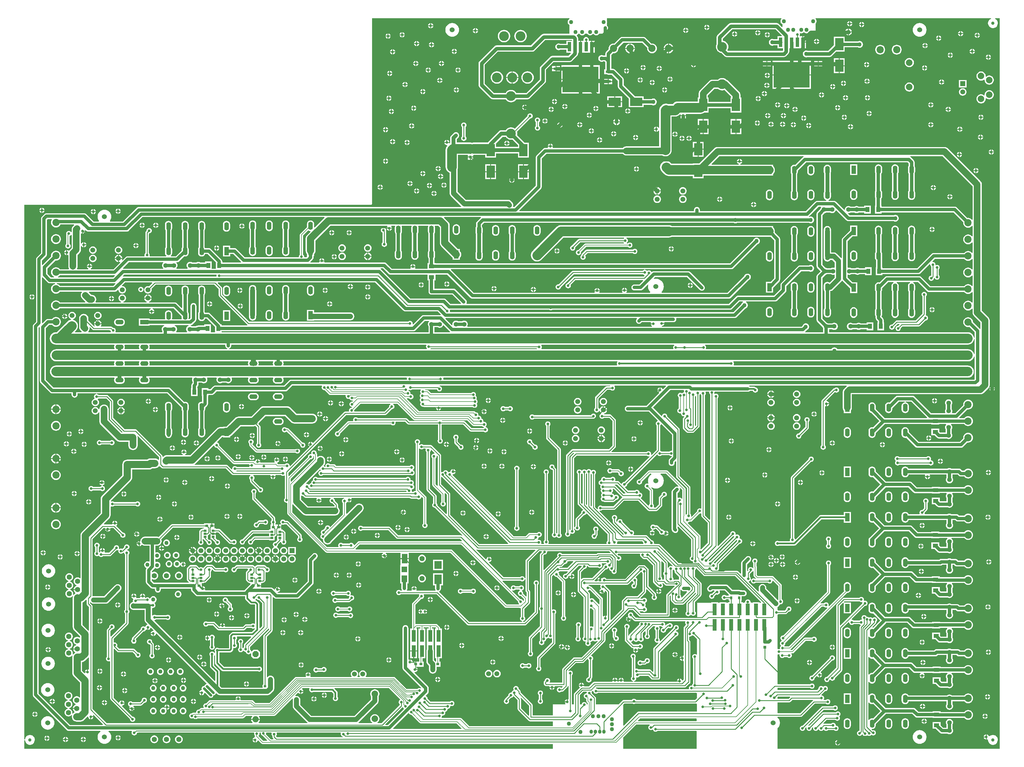
<source format=gbl>
%FSLAX25Y25*%
%MOIN*%
G70*
G01*
G75*
G04 Layer_Physical_Order=2*
G04 Layer_Color=16711680*
%ADD10R,0.01378X0.05512*%
%ADD11R,0.17716X0.12992*%
%ADD12R,0.07874X0.07087*%
%ADD13O,0.00787X0.02362*%
%ADD14O,0.01772X0.04528*%
%ADD15R,0.03740X0.02362*%
%ADD16R,0.04528X0.02362*%
%ADD17O,0.06299X0.01772*%
%ADD18R,0.05118X0.07480*%
%ADD19O,0.07087X0.02362*%
%ADD20O,0.02362X0.07284*%
%ADD21O,0.07284X0.02362*%
%ADD22R,0.03543X0.02953*%
%ADD23R,0.04331X0.11221*%
%ADD24R,0.22244X0.20866*%
%ADD25R,0.08268X0.08071*%
%ADD26R,0.14488X0.05000*%
%ADD27O,0.05512X0.08465*%
%ADD28R,0.05906X0.07874*%
%ADD29R,0.03543X0.03347*%
%ADD30R,0.05118X0.03937*%
%ADD31O,0.05512X0.01772*%
%ADD32O,0.05118X0.01772*%
%ADD33R,0.03150X0.06496*%
%ADD34R,0.03543X0.03150*%
%ADD35R,0.01969X0.02362*%
%ADD36R,0.03937X0.05118*%
%ADD37R,0.03150X0.03543*%
%ADD38R,0.02362X0.04528*%
%ADD39R,0.03347X0.03543*%
%ADD40R,0.02953X0.03543*%
%ADD41R,0.06496X0.03150*%
%ADD42R,0.07874X0.05906*%
%ADD43R,0.05512X0.01378*%
%ADD44R,0.12992X0.17716*%
%ADD45O,0.01772X0.05118*%
%ADD46C,0.03937*%
%ADD47C,0.01000*%
%ADD48C,0.00787*%
%ADD49C,0.02953*%
%ADD50C,0.03937*%
%ADD51C,0.01969*%
%ADD52C,0.04331*%
%ADD53C,0.02000*%
%ADD54C,0.07874*%
%ADD55C,0.08661*%
%ADD56C,0.06299*%
%ADD57C,0.05906*%
%ADD58C,0.01181*%
%ADD59C,0.11811*%
%ADD60C,0.02756*%
%ADD61C,0.01575*%
%ADD62C,0.05906*%
%ADD63C,0.06299*%
%ADD64C,0.06000*%
%ADD65C,0.11811*%
%ADD66C,0.07874*%
%ADD67R,0.05906X0.05906*%
%ADD68R,0.05906X0.05906*%
%ADD69O,0.04331X0.04724*%
%ADD70P,0.08097X8X292.5*%
%ADD71C,0.07480*%
%ADD72C,0.05512*%
%ADD73R,0.05512X0.09843*%
%ADD74O,0.05512X0.09843*%
%ADD75C,0.08661*%
%ADD76R,0.09843X0.05512*%
%ADD77O,0.09843X0.05512*%
%ADD78C,0.02598*%
%ADD79C,0.03150*%
%ADD80C,0.05000*%
%ADD81R,0.09843X0.14961*%
%ADD82R,0.03347X0.02559*%
%ADD83R,0.06496X0.04921*%
%ADD84R,0.05000X0.14488*%
%ADD85R,0.43307X0.31102*%
%ADD86R,0.04331X0.11417*%
%ADD87R,0.08858X0.09449*%
%ADD88R,0.08858X0.11417*%
%ADD89R,0.06890X0.08268*%
%ADD90R,0.06890X0.07087*%
%ADD91R,0.06890X0.11417*%
%ADD92R,0.14961X0.09843*%
%ADD93R,0.04921X0.06496*%
%ADD94C,0.09843*%
%ADD95C,0.11417*%
%ADD96C,0.04724*%
G36*
X2354673Y1910654D02*
X2354445Y1910559D01*
X2353594Y1909906D01*
X2352941Y1909055D01*
X2352545Y1908099D01*
X2343020Y1898574D01*
X2000972D01*
X2000569Y1899178D01*
X2000677Y1900000D01*
X2000569Y1900822D01*
X2000972Y1901426D01*
X2120680D01*
X2120912Y1901249D01*
X2121678Y1900932D01*
X2122500Y1900823D01*
X2123322Y1900932D01*
X2124088Y1901249D01*
X2124319Y1901426D01*
X2339000D01*
X2339925Y1901548D01*
X2340430Y1901757D01*
X2340787Y1901905D01*
X2341527Y1902473D01*
X2341527Y1902473D01*
X2341527Y1902473D01*
X2350480Y1911426D01*
X2354520D01*
X2354673Y1910654D01*
D02*
G37*
G36*
X2173144Y1441089D02*
X2173843Y1440852D01*
X2173932Y1440178D01*
X2174249Y1439412D01*
X2174754Y1438754D01*
X2175412Y1438249D01*
X2176178Y1437932D01*
X2177000Y1437823D01*
X2177822Y1437932D01*
X2178588Y1438249D01*
X2179246Y1438754D01*
X2179347Y1438885D01*
X2298380D01*
X2298936Y1438327D01*
X2298920Y1432411D01*
X2296624Y1430116D01*
X2225730D01*
X2225246Y1430746D01*
X2224588Y1431251D01*
X2223822Y1431569D01*
X2223000Y1431677D01*
X2222178Y1431569D01*
X2221412Y1431251D01*
X2220754Y1430746D01*
X2220270Y1430116D01*
X2210500D01*
X2209690Y1429954D01*
X2209004Y1429496D01*
X2204508Y1425000D01*
X2177115D01*
Y1432500D01*
X2176954Y1433309D01*
X2176496Y1433996D01*
X2172155Y1438336D01*
X2172177Y1438500D01*
X2172068Y1439322D01*
X2171751Y1440088D01*
X2172060Y1440296D01*
X2172060D01*
X2172060Y1440296D01*
X2172746Y1440754D01*
X2173088Y1441097D01*
X2173144Y1441089D01*
D02*
G37*
G36*
X2091884Y1575856D02*
Y1562500D01*
X2091884Y1562500D01*
X2091884D01*
X2092046Y1561691D01*
X2092504Y1561004D01*
X2093385Y1560124D01*
Y1555483D01*
X2092657Y1555181D01*
X2089137Y1558701D01*
X2089177Y1559000D01*
X2089068Y1559822D01*
X2088751Y1560588D01*
X2088246Y1561246D01*
X2087948Y1561475D01*
X2087822Y1562432D01*
D01*
D01*
X2087822Y1562432D01*
X2088588Y1562749D01*
X2089246Y1563254D01*
X2089751Y1563912D01*
X2090068Y1564678D01*
X2090177Y1565500D01*
X2090068Y1566322D01*
X2089751Y1567088D01*
X2089246Y1567746D01*
X2088588Y1568251D01*
X2087822Y1568569D01*
X2087000Y1568677D01*
X2086178Y1568569D01*
X2085412Y1568251D01*
X2084754Y1567746D01*
X2084570Y1567507D01*
X2079930D01*
X2079746Y1567746D01*
X2079088Y1568251D01*
X2078322Y1568569D01*
X2077500Y1568677D01*
X2076678Y1568569D01*
X2075912Y1568251D01*
X2075254Y1567746D01*
X2074749Y1567088D01*
X2074431Y1566322D01*
X2074323Y1565500D01*
X2074431Y1564678D01*
X2074558Y1564373D01*
X2073903Y1563935D01*
X2064326Y1573512D01*
X2064500Y1574384D01*
X2085653D01*
X2085754Y1574254D01*
X2086412Y1573749D01*
X2087178Y1573431D01*
X2088000Y1573323D01*
X2088822Y1573431D01*
X2089588Y1573749D01*
X2090246Y1574254D01*
X2090751Y1574912D01*
X2091068Y1575678D01*
X2091099Y1575908D01*
X2091884Y1575856D01*
D02*
G37*
G36*
X2411665Y1433657D02*
X2409624Y1431616D01*
X2396500D01*
Y1434008D01*
X2396876Y1434385D01*
X2411364D01*
X2411665Y1433657D01*
D02*
G37*
G36*
X1940617Y1431045D02*
X1940463Y1430272D01*
X1940412Y1430251D01*
X1939754Y1429746D01*
X1939249Y1429088D01*
X1938931Y1428322D01*
X1938823Y1427500D01*
X1938931Y1426678D01*
X1939249Y1425912D01*
X1939754Y1425254D01*
X1939885Y1425153D01*
Y1423876D01*
X1918124Y1402116D01*
X1913339D01*
X1913086Y1402861D01*
X1913931Y1403510D01*
X1914815Y1404661D01*
X1915370Y1406002D01*
X1915559Y1407441D01*
X1915370Y1408880D01*
X1914815Y1410221D01*
X1913931Y1411372D01*
X1912780Y1412255D01*
X1911439Y1412811D01*
X1910000Y1413000D01*
X1908561Y1412811D01*
X1907220Y1412255D01*
X1906069Y1411372D01*
X1905185Y1410221D01*
X1904630Y1408880D01*
X1904441Y1407441D01*
X1904630Y1406002D01*
X1905185Y1404661D01*
X1906069Y1403510D01*
X1906915Y1402861D01*
X1906661Y1402116D01*
X1890448D01*
X1890195Y1402861D01*
X1890729Y1403271D01*
X1913229Y1425771D01*
X1913229Y1425771D01*
X1913544Y1426182D01*
X1913955Y1426717D01*
X1914411Y1427818D01*
X1914567Y1429000D01*
X1914567Y1429000D01*
Y1434456D01*
X1914815Y1434779D01*
X1915370Y1436120D01*
X1915559Y1437559D01*
X1915370Y1438998D01*
X1914815Y1440339D01*
X1913931Y1441490D01*
X1912780Y1442374D01*
X1911439Y1442929D01*
X1910000Y1443118D01*
X1908561Y1442929D01*
X1907220Y1442374D01*
X1906069Y1441490D01*
X1905185Y1440339D01*
X1904630Y1438998D01*
X1904441Y1437559D01*
X1904630Y1436120D01*
X1905185Y1434779D01*
X1905433Y1434456D01*
Y1430892D01*
X1885608Y1411067D01*
X1833392D01*
X1820067Y1424392D01*
Y1430500D01*
X1819911Y1431682D01*
X1819455Y1432783D01*
X1818729Y1433729D01*
X1817783Y1434455D01*
X1816682Y1434911D01*
X1815500Y1435067D01*
X1814318Y1434911D01*
X1814005Y1435667D01*
X1817110Y1438772D01*
X1817896Y1438720D01*
X1818254Y1438254D01*
X1818912Y1437749D01*
X1819678Y1437432D01*
X1820000Y1437389D01*
Y1440500D01*
X1820500D01*
Y1441000D01*
X1823611D01*
X1823569Y1441322D01*
X1823251Y1442088D01*
X1822746Y1442746D01*
X1822280Y1443104D01*
X1822228Y1443890D01*
X1822831Y1444493D01*
X1830708D01*
X1831145Y1443838D01*
X1830931Y1443322D01*
X1830823Y1442500D01*
X1830931Y1441678D01*
X1831249Y1440912D01*
X1831754Y1440254D01*
X1832412Y1439749D01*
X1833178Y1439431D01*
X1834000Y1439323D01*
X1834822Y1439431D01*
X1835588Y1439749D01*
X1835810Y1439919D01*
X1848617D01*
X1848637Y1439615D01*
X1849363D01*
X1849383Y1439919D01*
X1857931D01*
X1859919Y1437931D01*
Y1433810D01*
X1859749Y1433588D01*
X1859431Y1432822D01*
X1859323Y1432000D01*
X1859431Y1431178D01*
X1859749Y1430412D01*
X1860254Y1429754D01*
X1860912Y1429249D01*
X1861678Y1428932D01*
X1862500Y1428823D01*
X1863322Y1428932D01*
X1864088Y1429249D01*
X1864746Y1429754D01*
X1865251Y1430412D01*
X1865569Y1431178D01*
X1865677Y1432000D01*
X1865569Y1432822D01*
X1865251Y1433588D01*
X1865081Y1433810D01*
Y1439000D01*
X1864993Y1439668D01*
X1864918Y1439850D01*
X1864735Y1440291D01*
X1864325Y1440825D01*
X1861385Y1443766D01*
X1861686Y1444493D01*
X1927169D01*
X1940617Y1431045D01*
D02*
G37*
G36*
X2259428Y1595080D02*
Y1585303D01*
X2259297Y1585203D01*
X2258792Y1584545D01*
X2258475Y1583779D01*
X2258367Y1582957D01*
X2258475Y1582135D01*
X2258792Y1581368D01*
X2259297Y1580710D01*
X2259428Y1580610D01*
Y1577767D01*
X2259000Y1575616D01*
X2257657D01*
X2257138Y1576208D01*
X2257177Y1576500D01*
X2257068Y1577322D01*
X2256751Y1578088D01*
X2256246Y1578746D01*
X2256116Y1578847D01*
Y1597000D01*
X2256034Y1597408D01*
X2256729Y1597780D01*
X2259428Y1595080D01*
D02*
G37*
G36*
X2271249Y1586912D02*
X2271754Y1586254D01*
X2271885Y1586153D01*
D01*
X2271885Y1585500D01*
X2271885Y1585500D01*
X2271885D01*
X2272046Y1584690D01*
X2272504Y1584004D01*
X2277475Y1579033D01*
Y1576042D01*
X2276866Y1575543D01*
X2276500Y1575616D01*
X2272500D01*
X2271691Y1575454D01*
X2271257Y1575165D01*
X2270589Y1575581D01*
X2270677Y1576250D01*
X2270568Y1577072D01*
X2270251Y1577838D01*
X2269746Y1578496D01*
X2269616Y1578597D01*
Y1586653D01*
X2269746Y1586754D01*
X2270251Y1587412D01*
X2270253Y1587415D01*
X2271040D01*
X2271249Y1586912D01*
D02*
G37*
G36*
X1830241Y1996898D02*
X1831295Y1996462D01*
X1831981Y1996371D01*
X1832234Y1995626D01*
X1828229Y1991621D01*
X1827491Y1990722D01*
X1826943Y1989696D01*
X1826605Y1988583D01*
X1826491Y1987425D01*
Y1972846D01*
X1826605Y1971689D01*
X1826943Y1970576D01*
X1827491Y1969550D01*
X1828094Y1968814D01*
Y1966350D01*
X1828094D01*
X1828094Y1965497D01*
X1827538Y1964940D01*
X1825168D01*
X1824677Y1965500D01*
X1824569Y1966322D01*
X1824251Y1967088D01*
X1823746Y1967746D01*
X1823507Y1967930D01*
Y1991090D01*
X1829717Y1997300D01*
X1830241Y1996898D01*
D02*
G37*
G36*
X1836493Y1724710D02*
Y1721331D01*
X1809234Y1694073D01*
X1808507Y1694374D01*
Y1697169D01*
X1832201Y1720863D01*
X1832500Y1720823D01*
X1833322Y1720931D01*
X1834088Y1721249D01*
X1834746Y1721754D01*
X1835251Y1722412D01*
X1835568Y1723178D01*
X1835677Y1724000D01*
X1835569Y1724816D01*
X1835765Y1725012D01*
X1836493Y1724710D01*
D02*
G37*
G36*
X1928877Y1787336D02*
X1928907Y1787247D01*
X1928254Y1786746D01*
X1927749Y1786088D01*
X1927431Y1785322D01*
X1927323Y1784500D01*
X1927345Y1784336D01*
X1921624Y1778616D01*
X1885592D01*
X1885072Y1779207D01*
X1885177Y1780000D01*
X1885137Y1780299D01*
X1892831Y1787993D01*
X1928604D01*
X1928877Y1787336D01*
D02*
G37*
G36*
X2084754Y1563254D02*
X2085052Y1563025D01*
X2085178Y1562068D01*
Y1562068D01*
D01*
D01*
X2084412Y1561751D01*
X2083754Y1561246D01*
X2083249Y1560588D01*
X2082932Y1559822D01*
X2082823Y1559000D01*
X2082932Y1558178D01*
X2083249Y1557412D01*
X2083754Y1556754D01*
X2084412Y1556249D01*
X2085178Y1555931D01*
X2086000Y1555823D01*
X2086299Y1555863D01*
X2089993Y1552169D01*
Y1550266D01*
X2089384Y1549766D01*
X2089065Y1549830D01*
X2088751Y1550588D01*
X2088246Y1551246D01*
X2087588Y1551751D01*
X2086822Y1552069D01*
X2086000Y1552177D01*
X2085701Y1552137D01*
X2075935Y1561903D01*
X2076373Y1562558D01*
X2076678Y1562432D01*
X2077500Y1562323D01*
X2078322Y1562432D01*
X2079088Y1562749D01*
X2079746Y1563254D01*
X2079930Y1563493D01*
X2084570D01*
X2084754Y1563254D01*
D02*
G37*
G36*
X2449128Y2025220D02*
X2448717Y2024684D01*
X2448281Y2023631D01*
X2448236Y2023290D01*
X2444473Y2019527D01*
X2443905Y2018787D01*
X2443757Y2018430D01*
X2443548Y2017925D01*
X2443426Y2017000D01*
X2443426Y2017000D01*
X2443426D01*
X2443426Y2017000D01*
X2443426D01*
Y1954500D01*
X2443426Y1954500D01*
X2443426D01*
X2443548Y1953575D01*
X2443757Y1953070D01*
X2443905Y1952713D01*
X2444473Y1951973D01*
X2444473Y1951973D01*
X2444473Y1951973D01*
X2448446Y1948000D01*
X2444473Y1944027D01*
X2443905Y1943287D01*
X2443757Y1942930D01*
X2443548Y1942425D01*
X2443426Y1941500D01*
X2443426Y1941500D01*
X2443426D01*
X2443426Y1941500D01*
X2443426D01*
Y1889500D01*
X2443426Y1889500D01*
X2443426D01*
X2443548Y1888575D01*
X2443757Y1888070D01*
X2443905Y1887713D01*
X2444473Y1886973D01*
X2444473Y1886973D01*
X2444473Y1886973D01*
X2450736Y1880710D01*
X2450781Y1880370D01*
X2451217Y1879316D01*
X2451426Y1879044D01*
Y1874331D01*
X2430019D01*
X2429791Y1874628D01*
X2429613Y1875059D01*
X2431599Y1877045D01*
X2432555Y1877441D01*
X2433406Y1878094D01*
X2434059Y1878945D01*
X2434470Y1879936D01*
X2434610Y1881000D01*
X2434470Y1882064D01*
X2434059Y1883055D01*
X2433406Y1883906D01*
X2432555Y1884559D01*
X2431564Y1884970D01*
X2430500Y1885110D01*
X2429436Y1884970D01*
X2428445Y1884559D01*
X2427594Y1883906D01*
X2426941Y1883055D01*
X2426545Y1882099D01*
X2425520Y1881074D01*
X2256828D01*
X2256776Y1881860D01*
X2257322Y1881931D01*
X2258088Y1882249D01*
X2258746Y1882754D01*
X2259251Y1883412D01*
X2259568Y1884178D01*
X2259611Y1884500D01*
X2256500D01*
Y1885500D01*
X2259611D01*
X2259568Y1885822D01*
X2259972Y1886426D01*
X2270500D01*
X2271425Y1886548D01*
X2272287Y1886905D01*
X2273027Y1887473D01*
X2273595Y1888213D01*
X2273952Y1889075D01*
X2274074Y1890000D01*
X2273964Y1890834D01*
X2274483Y1891426D01*
X2344500D01*
X2345425Y1891548D01*
X2345930Y1891757D01*
X2346287Y1891905D01*
X2347027Y1892473D01*
X2347027Y1892473D01*
X2347027Y1892473D01*
X2357599Y1903045D01*
X2358555Y1903441D01*
X2359406Y1904094D01*
X2360059Y1904945D01*
X2360470Y1905936D01*
X2360610Y1907000D01*
X2360470Y1908064D01*
X2360059Y1909055D01*
X2359406Y1909906D01*
X2358555Y1910559D01*
X2358327Y1910654D01*
X2358480Y1911426D01*
X2393500D01*
X2394425Y1911548D01*
X2394930Y1911757D01*
X2395287Y1911905D01*
X2396027Y1912473D01*
X2396027Y1912473D01*
X2396027Y1912473D01*
X2406027Y1922473D01*
X2406027Y1922473D01*
X2406463Y1923041D01*
X2406595Y1923213D01*
X2406952Y1924075D01*
X2407074Y1925000D01*
X2407074Y1925000D01*
Y1930020D01*
X2424980Y1947926D01*
X2434480D01*
X2435436Y1947530D01*
X2436500Y1947390D01*
X2437564Y1947530D01*
X2438555Y1947941D01*
X2439406Y1948594D01*
X2440059Y1949445D01*
X2440470Y1950436D01*
X2440610Y1951500D01*
X2440470Y1952564D01*
X2440059Y1953555D01*
X2439406Y1954406D01*
X2438555Y1955059D01*
X2437564Y1955470D01*
X2436500Y1955610D01*
X2435436Y1955470D01*
X2434480Y1955074D01*
X2423500D01*
X2422575Y1954952D01*
X2421713Y1954595D01*
X2420973Y1954027D01*
X2400973Y1934027D01*
X2400405Y1933287D01*
X2400257Y1932930D01*
X2400048Y1932425D01*
X2399926Y1931500D01*
Y1926480D01*
X2392020Y1918574D01*
X2349000D01*
X2349000Y1918574D01*
X2348075Y1918452D01*
X2347213Y1918095D01*
X2347041Y1917963D01*
X2346473Y1917527D01*
X2346473Y1917527D01*
X2337520Y1908574D01*
X2021039D01*
X2020601Y1909229D01*
X2020952Y1910075D01*
X2021074Y1911000D01*
X2020952Y1911925D01*
X2020595Y1912787D01*
X2020027Y1913527D01*
X2007657Y1925897D01*
X2006917Y1926465D01*
X2006560Y1926613D01*
X2006055Y1926822D01*
X2005130Y1926944D01*
X1982074D01*
Y1936968D01*
X1983323D01*
Y1943926D01*
X1997520D01*
X2025473Y1915973D01*
X2025473Y1915973D01*
X2025473D01*
X2025473Y1915973D01*
X2025473D01*
X2025473Y1915973D01*
Y1915973D01*
Y1915973D01*
D01*
D01*
X2025473D01*
Y1915973D01*
X2026213Y1915405D01*
X2027075Y1915048D01*
X2027075Y1915048D01*
X2027075Y1915048D01*
D01*
X2027075Y1915048D01*
X2027075Y1915048D01*
X2028000Y1914926D01*
X2337500D01*
X2338425Y1915048D01*
X2338930Y1915257D01*
X2339287Y1915405D01*
X2340027Y1915973D01*
X2340027Y1915973D01*
X2340027Y1915973D01*
X2361099Y1937045D01*
X2362055Y1937441D01*
X2362906Y1938094D01*
X2363559Y1938945D01*
X2363970Y1939936D01*
X2364110Y1941000D01*
X2364059Y1941387D01*
X2364074Y1941500D01*
X2363952Y1942425D01*
X2363595Y1943287D01*
X2363027Y1944027D01*
X2362287Y1944595D01*
X2361425Y1944952D01*
X2360500Y1945074D01*
X2360387Y1945059D01*
X2360000Y1945110D01*
X2358936Y1944970D01*
X2357945Y1944559D01*
X2357094Y1943906D01*
X2356441Y1943055D01*
X2356045Y1942099D01*
X2336020Y1922074D01*
X2256550D01*
X2256214Y1922786D01*
X2256214Y1922786D01*
X2256214Y1922786D01*
X2257394Y1924225D01*
X2258272Y1925867D01*
X2258812Y1927648D01*
X2258994Y1929500D01*
X2258812Y1931352D01*
X2258272Y1933133D01*
X2257394Y1934775D01*
X2256214Y1936214D01*
X2254775Y1937394D01*
X2253133Y1938272D01*
X2251352Y1938812D01*
X2249500Y1938994D01*
X2247648Y1938812D01*
X2247359Y1938725D01*
X2246954Y1939400D01*
X2248480Y1940926D01*
X2287020D01*
X2302473Y1925473D01*
X2303213Y1924905D01*
X2304075Y1924548D01*
X2305000Y1924426D01*
X2305925Y1924548D01*
X2306787Y1924905D01*
X2307527Y1925473D01*
X2308095Y1926213D01*
X2308452Y1927075D01*
X2308574Y1928000D01*
X2308452Y1928925D01*
X2308095Y1929787D01*
X2307527Y1930527D01*
X2291027Y1947027D01*
X2290287Y1947595D01*
X2289930Y1947743D01*
X2289425Y1947952D01*
X2288500Y1948074D01*
X2247000D01*
X2247000Y1948074D01*
X2246075Y1947952D01*
X2245213Y1947595D01*
X2244615Y1947136D01*
X2243854Y1947340D01*
X2243751Y1947588D01*
X2243246Y1948246D01*
X2242588Y1948751D01*
X2241822Y1949068D01*
X2241000Y1949177D01*
X2240178Y1949068D01*
X2239412Y1948751D01*
X2239118Y1948525D01*
X2238337Y1948628D01*
X2238246Y1948746D01*
X2237588Y1949251D01*
X2236822Y1949569D01*
X2236306Y1949636D01*
X2236358Y1950422D01*
X2340496D01*
X2341421Y1950544D01*
X2342283Y1950901D01*
X2343023Y1951469D01*
X2343023Y1951469D01*
X2343023Y1951469D01*
X2372099Y1980545D01*
X2373055Y1980941D01*
X2373906Y1981594D01*
X2374559Y1982445D01*
X2374970Y1983436D01*
X2375110Y1984500D01*
X2374970Y1985564D01*
X2374559Y1986555D01*
X2373906Y1987406D01*
X2373055Y1988059D01*
X2372064Y1988470D01*
X2371000Y1988610D01*
X2369936Y1988470D01*
X2368945Y1988059D01*
X2368094Y1987406D01*
X2367441Y1986555D01*
X2367045Y1985599D01*
X2339016Y1957570D01*
X1983323D01*
Y1958031D01*
X1982074D01*
Y1963822D01*
X1982208Y1963997D01*
X1982644Y1965051D01*
X1982793Y1966181D01*
Y1970512D01*
X1982644Y1971642D01*
X1982208Y1972696D01*
X1981999Y1972968D01*
Y1993725D01*
X1982208Y1993997D01*
X1982644Y1995051D01*
X1982793Y1996181D01*
Y2000512D01*
X1982644Y2001642D01*
X1982326Y2002411D01*
X1982763Y2003066D01*
X1986542D01*
X1988566Y2001042D01*
Y1982272D01*
X1988566Y1982272D01*
X1988566D01*
X1988680Y1981114D01*
X1989018Y1980001D01*
X1989566Y1978975D01*
X1990304Y1978076D01*
X2004095Y1964285D01*
Y1961850D01*
X2012756D01*
Y1964314D01*
X2013359Y1965050D01*
X2013908Y1966076D01*
X2014245Y1967189D01*
X2014359Y1968346D01*
X2014245Y1969504D01*
X2013908Y1970617D01*
X2013359Y1971643D01*
X2012756Y1972378D01*
Y1974842D01*
X2010321D01*
X2000434Y1984730D01*
Y2003500D01*
X2000434Y2003500D01*
X2000434Y2003500D01*
Y2003500D01*
X2000434D01*
X2000434Y2003500D01*
X2000320Y2004658D01*
X2000218Y2004995D01*
X1999982Y2005771D01*
X1999434Y2006797D01*
X1998696Y2007696D01*
X1998696Y2007696D01*
X1993693Y2012699D01*
X1993995Y2013426D01*
X2037920D01*
X2038173Y2012680D01*
X2037973Y2012527D01*
X2033418Y2007972D01*
X2032850Y2007232D01*
X2032493Y2006370D01*
X2032371Y2005445D01*
Y2001968D01*
X2032162Y2001696D01*
X2031726Y2000642D01*
X2031577Y1999512D01*
Y1995181D01*
X2031726Y1994051D01*
X2031974Y1993451D01*
Y1971242D01*
X2031726Y1970642D01*
X2031577Y1969512D01*
Y1965181D01*
X2031726Y1964051D01*
X2032162Y1962997D01*
X2032856Y1962092D01*
X2033761Y1961398D01*
X2034814Y1960962D01*
X2035945Y1960813D01*
X2037075Y1960962D01*
X2038129Y1961398D01*
X2039034Y1962092D01*
X2039728Y1962997D01*
X2040164Y1964051D01*
X2040313Y1965181D01*
Y1969512D01*
X2040164Y1970642D01*
X2039916Y1971242D01*
Y1993451D01*
X2040164Y1994051D01*
X2040313Y1995181D01*
Y1999512D01*
X2040164Y2000642D01*
X2039728Y2001696D01*
X2039519Y2001968D01*
Y2003964D01*
X2041980Y2006426D01*
X2343480D01*
X2344436Y2006030D01*
X2345500Y2005890D01*
X2346564Y2006030D01*
X2347520Y2006426D01*
X2434480D01*
X2435436Y2006030D01*
X2436500Y2005890D01*
X2437564Y2006030D01*
X2438555Y2006441D01*
X2439406Y2007094D01*
X2440059Y2007945D01*
X2440470Y2008936D01*
X2440610Y2010000D01*
X2440470Y2011064D01*
X2440059Y2012055D01*
X2439406Y2012906D01*
X2438555Y2013559D01*
X2437564Y2013970D01*
X2436500Y2014110D01*
X2435436Y2013970D01*
X2434823Y2013716D01*
X2434480Y2014310D01*
Y2014437D01*
X2434527Y2014473D01*
X2445980Y2025926D01*
X2448780D01*
X2449128Y2025220D01*
D02*
G37*
G36*
X2313867Y1801834D02*
X2313823Y1801500D01*
X2313931Y1800678D01*
X2314249Y1799912D01*
X2314754Y1799254D01*
X2314885Y1799153D01*
Y1648136D01*
X2314157Y1647835D01*
X2308615Y1653376D01*
Y1798153D01*
X2308746Y1798254D01*
X2309251Y1798912D01*
X2309568Y1799678D01*
X2309677Y1800500D01*
X2309568Y1801322D01*
X2309382Y1801771D01*
X2309820Y1802426D01*
X2313348D01*
X2313867Y1801834D01*
D02*
G37*
G36*
X2238254Y1725254D02*
X2238912Y1724749D01*
X2239678Y1724431D01*
X2240500Y1724323D01*
X2241322Y1724431D01*
X2241366Y1724449D01*
X2241803Y1723795D01*
X2211664Y1693655D01*
X2211500Y1693677D01*
X2210678Y1693568D01*
X2209912Y1693251D01*
X2209254Y1692746D01*
X2208749Y1692088D01*
X2208479Y1691438D01*
X2207707Y1691285D01*
X2204996Y1693996D01*
X2204309Y1694454D01*
X2203500Y1694616D01*
X2200692D01*
X2200255Y1695270D01*
X2200466Y1695780D01*
X2200574Y1696602D01*
X2200466Y1697425D01*
X2200149Y1698191D01*
X2199644Y1698849D01*
X2198986Y1699353D01*
X2198220Y1699671D01*
X2197398Y1699779D01*
X2196575Y1699671D01*
X2195809Y1699353D01*
X2195151Y1698849D01*
X2195051Y1698718D01*
X2188949D01*
X2188849Y1698849D01*
X2188191Y1699353D01*
X2187425Y1699671D01*
X2186602Y1699779D01*
X2185780Y1699671D01*
X2185014Y1699353D01*
X2184356Y1698849D01*
X2183851Y1698191D01*
X2183534Y1697425D01*
X2183426Y1696602D01*
X2183474Y1696235D01*
X2182995Y1695610D01*
X2182678Y1695568D01*
X2181912Y1695251D01*
X2181254Y1694746D01*
X2180749Y1694088D01*
X2180432Y1693322D01*
X2180323Y1692500D01*
X2180432Y1691678D01*
X2180749Y1690912D01*
X2181254Y1690254D01*
X2181912Y1689749D01*
X2182678Y1689432D01*
D01*
X2182749Y1689088D01*
X2182431Y1688322D01*
X2182323Y1687500D01*
X2182431Y1686678D01*
X2182749Y1685912D01*
X2183254Y1685254D01*
X2183572Y1685010D01*
X2183249Y1684588D01*
X2182932Y1683822D01*
X2182823Y1683000D01*
X2182932Y1682178D01*
X2183249Y1681412D01*
X2183754Y1680754D01*
X2184412Y1680249D01*
D01*
X2184254Y1679746D01*
X2183749Y1679088D01*
X2183431Y1678322D01*
X2183323Y1677500D01*
X2183431Y1676678D01*
X2183749Y1675912D01*
X2184072Y1675491D01*
X2183754Y1675246D01*
X2183249Y1674588D01*
X2182932Y1673822D01*
X2182823Y1673000D01*
X2182932Y1672178D01*
X2183249Y1671412D01*
X2183754Y1670754D01*
X2184412Y1670249D01*
X2185178Y1669931D01*
X2186000Y1669823D01*
X2186230Y1669854D01*
X2186691Y1669546D01*
X2187500Y1669385D01*
X2198000D01*
X2198809Y1669546D01*
X2199496Y1670004D01*
X2201336Y1671845D01*
X2201500Y1671823D01*
X2202322Y1671931D01*
X2203088Y1672249D01*
X2203746Y1672754D01*
X2204251Y1673412D01*
X2204568Y1674178D01*
X2204677Y1675000D01*
X2204568Y1675822D01*
X2204251Y1676588D01*
X2203746Y1677246D01*
X2203088Y1677751D01*
X2202322Y1678069D01*
X2201500Y1678177D01*
X2200678Y1678069D01*
X2199912Y1677751D01*
Y1677751D01*
X2199912Y1677751D01*
X2199585Y1677585D01*
X2198847Y1677858D01*
X2198751Y1678088D01*
X2198246Y1678746D01*
X2197588Y1679251D01*
X2196822Y1679568D01*
X2196459Y1679616D01*
X2196255Y1680377D01*
X2196746Y1680754D01*
X2197251Y1681412D01*
X2197569Y1682178D01*
X2197677Y1683000D01*
X2197569Y1683822D01*
X2197251Y1684588D01*
X2197182Y1684678D01*
X2197530Y1685385D01*
X2198624D01*
X2208150Y1675858D01*
X2208757Y1675452D01*
Y1675004D01*
X2208680Y1674613D01*
X2208504Y1674496D01*
X2198124Y1664116D01*
X2184847D01*
X2184746Y1664246D01*
X2184088Y1664751D01*
X2183322Y1665068D01*
X2182500Y1665177D01*
X2181678Y1665068D01*
X2180912Y1664751D01*
X2180254Y1664246D01*
X2179749Y1663588D01*
X2179432Y1662822D01*
X2179323Y1662000D01*
X2179432Y1661178D01*
X2179449Y1661134D01*
X2178795Y1660697D01*
X2176115Y1663376D01*
Y1702653D01*
X2176246Y1702754D01*
X2176751Y1703412D01*
X2177069Y1704178D01*
X2177177Y1705000D01*
X2177069Y1705822D01*
X2176751Y1706588D01*
X2176246Y1707246D01*
X2175588Y1707751D01*
X2174822Y1708068D01*
X2174000Y1708177D01*
X2173178Y1708068D01*
X2172412Y1707751D01*
X2171754Y1707246D01*
X2171251Y1707588D01*
X2170746Y1708246D01*
X2170088Y1708751D01*
X2169322Y1709068D01*
X2168500Y1709177D01*
X2167678Y1709068D01*
X2166912Y1708751D01*
X2166254Y1708246D01*
X2165749Y1707588D01*
D01*
X2165246Y1707746D01*
X2164588Y1708251D01*
X2163822Y1708569D01*
X2163000Y1708677D01*
X2162178Y1708569D01*
X2161412Y1708251D01*
X2160754Y1707746D01*
X2160394Y1707277D01*
X2159606D01*
X2159246Y1707746D01*
X2158588Y1708251D01*
X2157822Y1708569D01*
X2157000Y1708677D01*
X2156178Y1708569D01*
X2155412Y1708251D01*
X2154754Y1707746D01*
X2154249Y1707088D01*
X2153931Y1706322D01*
X2153823Y1705500D01*
X2153931Y1704678D01*
X2154249Y1703912D01*
X2154754Y1703254D01*
X2154885Y1703153D01*
Y1667500D01*
X2154885Y1667500D01*
X2154885D01*
X2155046Y1666690D01*
X2155504Y1666004D01*
X2161362Y1660146D01*
X2161208Y1659374D01*
X2160912Y1659251D01*
X2160254Y1658746D01*
X2159749Y1658088D01*
X2159431Y1657322D01*
X2159323Y1656500D01*
X2159345Y1656336D01*
X2153004Y1649996D01*
X2152546Y1649310D01*
X2152385Y1648500D01*
Y1640347D01*
X2152254Y1640246D01*
X2151749Y1639588D01*
X2151431Y1638822D01*
X2151401Y1638592D01*
X2150616Y1638643D01*
Y1722124D01*
X2153876Y1725385D01*
X2238153D01*
X2238254Y1725254D01*
D02*
G37*
G36*
X2233845Y1621164D02*
X2233823Y1621000D01*
X2233932Y1620178D01*
X2234249Y1619412D01*
X2234318Y1619322D01*
X2233970Y1618616D01*
X2202837D01*
X2202400Y1619270D01*
X2202568Y1619678D01*
X2202677Y1620500D01*
X2202572Y1621292D01*
X2202616Y1621342D01*
X2203926Y1621885D01*
X2233124D01*
X2233845Y1621164D01*
D02*
G37*
G36*
X1991005Y1699503D02*
X2071165Y1619343D01*
X2070864Y1618616D01*
X2036376D01*
X2001115Y1653876D01*
Y1679000D01*
X2000954Y1679810D01*
X2000496Y1680496D01*
X1990116Y1690876D01*
Y1699163D01*
X1990770Y1699600D01*
X1991005Y1699503D01*
D02*
G37*
G36*
X2366836Y1585876D02*
X2367493Y1585604D01*
Y1580500D01*
X2367646Y1579732D01*
X2368081Y1579081D01*
X2370267Y1576894D01*
X2370186Y1576697D01*
X2369425Y1576493D01*
X2369088Y1576751D01*
X2368322Y1577069D01*
X2367500Y1577177D01*
X2366678Y1577069D01*
X2365912Y1576751D01*
X2365254Y1576246D01*
X2364839Y1575706D01*
X2364112Y1576008D01*
X2364177Y1576500D01*
X2364068Y1577322D01*
X2363751Y1578088D01*
X2363246Y1578746D01*
X2363116Y1578847D01*
Y1582624D01*
X2364995Y1584503D01*
X2365588Y1584749D01*
X2366246Y1585254D01*
X2366747Y1585907D01*
X2366836Y1585876D01*
D02*
G37*
G36*
X2165997Y1439480D02*
X2165932Y1439322D01*
X2165823Y1438500D01*
X2165500Y1438177D01*
X2164678Y1438068D01*
X2163912Y1437751D01*
X2163254Y1437246D01*
X2162749Y1436588D01*
X2162432Y1435822D01*
X2162323Y1435000D01*
X2162432Y1434178D01*
X2162749Y1433412D01*
X2163254Y1432754D01*
X2163912Y1432249D01*
X2164678Y1431931D01*
X2165493Y1431824D01*
Y1429000D01*
X2165493Y1429000D01*
X2165493D01*
X2165646Y1428232D01*
X2166081Y1427581D01*
X2166993Y1426669D01*
Y1425000D01*
X2166111D01*
X2166068Y1425322D01*
X2165751Y1426088D01*
X2165246Y1426746D01*
X2164588Y1427251D01*
X2163822Y1427569D01*
X2163000Y1427677D01*
X2162178Y1427569D01*
X2161412Y1427251D01*
X2160754Y1426746D01*
X2160249Y1426088D01*
X2159932Y1425322D01*
X2159889Y1425000D01*
X2157615D01*
Y1436124D01*
X2161626Y1440135D01*
X2165559D01*
X2165997Y1439480D01*
D02*
G37*
G36*
X2276691Y1688471D02*
X2276253Y1687816D01*
X2275925Y1687952D01*
X2275000Y1688074D01*
X2274075Y1687952D01*
X2273213Y1687595D01*
X2272473Y1687027D01*
X2269473Y1684027D01*
X2268905Y1683287D01*
X2268757Y1682930D01*
X2268548Y1682425D01*
X2268426Y1681500D01*
Y1636500D01*
X2268548Y1635575D01*
X2268757Y1635070D01*
X2268905Y1634713D01*
X2269473Y1633973D01*
X2270473Y1632973D01*
X2271213Y1632405D01*
X2272075Y1632048D01*
X2273000Y1631926D01*
X2273925Y1632048D01*
X2274787Y1632405D01*
X2275527Y1632973D01*
X2276095Y1633713D01*
X2276452Y1634575D01*
X2276574Y1635500D01*
X2276452Y1636425D01*
X2276095Y1637287D01*
X2275574Y1637966D01*
Y1639406D01*
X2276301Y1639707D01*
X2291884Y1624124D01*
Y1603730D01*
X2291254Y1603246D01*
X2290749Y1602588D01*
X2290432Y1601822D01*
X2290323Y1601000D01*
X2290432Y1600178D01*
X2290749Y1599412D01*
X2291254Y1598754D01*
X2291912Y1598249D01*
X2292678Y1597931D01*
X2293500Y1597823D01*
X2293885Y1597528D01*
X2293932Y1597178D01*
X2294249Y1596412D01*
X2294318Y1596322D01*
X2293970Y1595615D01*
X2276876D01*
X2254496Y1617996D01*
X2253810Y1618454D01*
X2253000Y1618616D01*
X2249462D01*
X2247469Y1619012D01*
X2247116Y1619158D01*
X2247072Y1619208D01*
X2247102Y1619433D01*
X2247116Y1619500D01*
X2247113Y1619514D01*
X2247177Y1620000D01*
X2247068Y1620822D01*
X2246751Y1621588D01*
X2246246Y1622246D01*
X2245588Y1622751D01*
X2244822Y1623068D01*
X2244363Y1623129D01*
X2238746Y1628746D01*
X2238059Y1629204D01*
X2237250Y1629366D01*
X2222839D01*
X2222490Y1630072D01*
X2222751Y1630412D01*
X2223068Y1631178D01*
X2223177Y1632000D01*
X2223068Y1632822D01*
X2222751Y1633588D01*
X2222246Y1634246D01*
X2221588Y1634751D01*
X2220822Y1635069D01*
X2220000Y1635177D01*
X2219395Y1635097D01*
X2209155Y1645336D01*
X2209177Y1645500D01*
X2209068Y1646322D01*
X2208751Y1647088D01*
X2208246Y1647746D01*
X2207588Y1648251D01*
X2206822Y1648569D01*
X2206000Y1648677D01*
X2205178Y1648569D01*
X2204412Y1648251D01*
X2203754Y1647746D01*
X2203249Y1647088D01*
X2202932Y1646322D01*
X2202843Y1645648D01*
X2202255Y1645448D01*
X2201616Y1645907D01*
Y1648153D01*
X2201746Y1648254D01*
X2202251Y1648912D01*
X2202568Y1649678D01*
X2202677Y1650500D01*
X2202568Y1651322D01*
X2202251Y1652088D01*
X2201746Y1652746D01*
X2201088Y1653251D01*
X2200322Y1653568D01*
X2199500Y1653677D01*
X2198678Y1653568D01*
X2197912Y1653251D01*
X2197254Y1652746D01*
X2196749Y1652088D01*
X2196432Y1651322D01*
X2196323Y1650500D01*
X2196432Y1649678D01*
X2196749Y1648912D01*
X2197254Y1648254D01*
X2197384Y1648153D01*
Y1645000D01*
X2197384Y1645000D01*
X2197384D01*
X2197546Y1644190D01*
X2198004Y1643504D01*
X2209871Y1631637D01*
X2209932Y1631178D01*
X2210249Y1630412D01*
X2210439Y1630164D01*
X2209847Y1629645D01*
X2181197Y1658295D01*
X2181634Y1658949D01*
X2181678Y1658932D01*
X2182500Y1658823D01*
X2183322Y1658932D01*
X2184088Y1659249D01*
X2184746Y1659754D01*
X2184847Y1659884D01*
X2199000D01*
X2199809Y1660046D01*
X2200496Y1660504D01*
X2200496Y1660504D01*
X2200496Y1660504D01*
X2210876Y1670885D01*
X2228124D01*
X2240004Y1659004D01*
X2240004Y1659004D01*
X2240004D01*
X2240004Y1659004D01*
X2240004D01*
X2240004Y1659004D01*
Y1659004D01*
Y1659004D01*
D01*
D01*
X2240004D01*
Y1659004D01*
X2240690Y1658546D01*
X2241500Y1658385D01*
X2250000D01*
X2250809Y1658546D01*
X2251496Y1659004D01*
X2256496Y1664004D01*
X2256496Y1664004D01*
X2256496Y1664004D01*
X2256954Y1664691D01*
X2257116Y1665500D01*
Y1673124D01*
X2259336Y1675345D01*
X2259500Y1675323D01*
X2260322Y1675431D01*
X2261088Y1675749D01*
X2261746Y1676254D01*
X2262251Y1676912D01*
X2262568Y1677678D01*
X2262677Y1678500D01*
X2262568Y1679322D01*
X2262251Y1680088D01*
X2261746Y1680746D01*
X2261088Y1681251D01*
X2260322Y1681569D01*
X2259500Y1681677D01*
X2258678Y1681569D01*
X2257912Y1681251D01*
X2257254Y1680746D01*
X2256749Y1680088D01*
X2256432Y1679322D01*
X2256323Y1678500D01*
X2256345Y1678336D01*
X2253504Y1675496D01*
X2253046Y1674809D01*
X2252884Y1674000D01*
Y1666376D01*
X2249124Y1662616D01*
X2247337D01*
X2246900Y1663270D01*
X2247068Y1663678D01*
X2247177Y1664500D01*
X2247068Y1665322D01*
X2246751Y1666088D01*
X2246246Y1666746D01*
X2246007Y1666930D01*
Y1683500D01*
X2245854Y1684268D01*
X2245419Y1684919D01*
X2243991Y1686348D01*
X2244460Y1686980D01*
X2245867Y1686228D01*
X2247648Y1685688D01*
X2249500Y1685505D01*
X2251352Y1685688D01*
X2253133Y1686228D01*
X2254775Y1687106D01*
X2256214Y1688286D01*
X2257394Y1689725D01*
X2258272Y1691367D01*
X2258812Y1693148D01*
X2258994Y1695000D01*
X2258812Y1696852D01*
X2258272Y1698633D01*
X2257394Y1700275D01*
X2256214Y1701714D01*
X2254949Y1702752D01*
X2255214Y1703493D01*
X2261669D01*
X2276691Y1688471D01*
D02*
G37*
G36*
X2297885Y1797012D02*
Y1761876D01*
X2297343Y1761335D01*
X2296615Y1761636D01*
Y1796653D01*
X2296746Y1796754D01*
X2297139Y1797265D01*
X2297885Y1797012D01*
D02*
G37*
G36*
X2028081Y1761581D02*
X2028732Y1761146D01*
X2028859Y1761120D01*
X2029500Y1760993D01*
X2039570D01*
X2039754Y1760754D01*
X2040412Y1760249D01*
X2041178Y1759932D01*
X2041541Y1759884D01*
X2041745Y1759123D01*
X2041254Y1758746D01*
X2041153Y1758615D01*
X2026876D01*
X2018996Y1766496D01*
X2018310Y1766954D01*
X2017500Y1767116D01*
X1991376D01*
X1990918Y1767756D01*
X1990998Y1767993D01*
X2021669D01*
X2028081Y1761581D01*
D02*
G37*
G36*
X1948392Y1682167D02*
X1948399Y1682175D01*
X1947908Y1681615D01*
X1831376D01*
X1830852Y1682140D01*
X1830874Y1682253D01*
X1831136Y1682884D01*
X1948067D01*
X1948392Y1682167D01*
D02*
G37*
G36*
X2268926Y1750520D02*
Y1731652D01*
X2268334Y1731133D01*
X2268000Y1731177D01*
X2267178Y1731068D01*
X2266412Y1730751D01*
X2265754Y1730246D01*
X2265653Y1730116D01*
X2256347D01*
X2256246Y1730246D01*
X2255588Y1730751D01*
X2254822Y1731068D01*
X2254593Y1731388D01*
X2254616Y1731500D01*
Y1761653D01*
X2254746Y1761754D01*
X2255251Y1762412D01*
X2255502Y1763018D01*
X2256274Y1763171D01*
X2268926Y1750520D01*
D02*
G37*
G36*
X2148035Y2226390D02*
X2141374D01*
Y2222680D01*
X2134126D01*
X2133170Y2223076D01*
X2132106Y2223216D01*
X2131043Y2223076D01*
X2130051Y2222666D01*
X2129200Y2222013D01*
X2128547Y2221161D01*
X2128136Y2220170D01*
X2127996Y2219106D01*
X2128136Y2218043D01*
X2128547Y2217051D01*
X2129200Y2216200D01*
X2130051Y2215547D01*
X2131043Y2215136D01*
X2132106Y2214996D01*
X2133170Y2215136D01*
X2134126Y2215532D01*
X2141374D01*
Y2211823D01*
X2146459D01*
X2146760Y2211095D01*
X2143843Y2208178D01*
X2124405D01*
X2123429Y2208049D01*
X2122519Y2207673D01*
X2121738Y2207073D01*
X2110332Y2195667D01*
X2109733Y2194886D01*
X2109356Y2193976D01*
X2109228Y2193000D01*
Y2179563D01*
X2092937Y2163272D01*
X2080965D01*
X2080750Y2163676D01*
X2079815Y2164815D01*
X2078676Y2165750D01*
X2077376Y2166444D01*
X2075966Y2166872D01*
X2074500Y2167016D01*
X2073034Y2166872D01*
X2071624Y2166444D01*
X2070324Y2165750D01*
X2069185Y2164815D01*
X2068250Y2163676D01*
X2068035Y2163272D01*
X2054063D01*
X2042772Y2174563D01*
Y2197437D01*
X2058563Y2213228D01*
X2100000D01*
X2100976Y2213356D01*
X2101886Y2213733D01*
X2102667Y2214333D01*
X2102667Y2214333D01*
X2102667Y2214333D01*
X2115563Y2227228D01*
X2148035D01*
Y2226390D01*
D02*
G37*
G36*
X2194665Y1608343D02*
X2194364Y1607615D01*
X2179500D01*
X2178691Y1607454D01*
X2178004Y1606996D01*
X2177624Y1606615D01*
X2136230D01*
X2135746Y1607246D01*
X2135088Y1607751D01*
X2134322Y1608068D01*
X2133500Y1608177D01*
X2132678Y1608068D01*
X2131912Y1607751D01*
X2131254Y1607246D01*
X2130749Y1606588D01*
X2130432Y1605822D01*
X2130323Y1605000D01*
X2130432Y1604178D01*
X2130652Y1603644D01*
X2114343Y1587335D01*
X2113615Y1587636D01*
Y1604624D01*
X2114836Y1605845D01*
X2115000Y1605823D01*
X2115822Y1605931D01*
X2116588Y1606249D01*
X2117246Y1606754D01*
X2117751Y1607412D01*
X2118069Y1608178D01*
X2118177Y1609000D01*
X2118138Y1609292D01*
X2118657Y1609884D01*
X2193124D01*
X2194665Y1608343D01*
D02*
G37*
G36*
X1974524Y2002411D02*
X1974206Y2001642D01*
X1974057Y2000512D01*
Y1996181D01*
X1974206Y1995051D01*
X1974642Y1993997D01*
X1974851Y1993725D01*
Y1972968D01*
X1974642Y1972696D01*
X1974206Y1971642D01*
X1974057Y1970512D01*
Y1966181D01*
X1974206Y1965051D01*
X1974642Y1963997D01*
X1974926Y1963627D01*
Y1958031D01*
X1973677D01*
Y1951074D01*
X1958998D01*
X1958650Y1951780D01*
X1958751Y1951912D01*
X1959068Y1952678D01*
X1959111Y1953000D01*
X1952889D01*
X1952932Y1952678D01*
X1953249Y1951912D01*
X1953350Y1951780D01*
X1953002Y1951074D01*
X1930480D01*
X1924027Y1957527D01*
X1923287Y1958095D01*
X1922930Y1958243D01*
X1922425Y1958452D01*
X1921500Y1958574D01*
X1849320D01*
X1848882Y1959229D01*
X1849068Y1959678D01*
X1849111Y1960000D01*
X1842889D01*
X1842932Y1959678D01*
X1843118Y1959229D01*
X1842680Y1958574D01*
X1832425D01*
X1832123Y1959301D01*
X1834952Y1962130D01*
X1835520Y1962870D01*
X1835877Y1963733D01*
X1835999Y1964657D01*
X1835999Y1964657D01*
X1835999Y1964657D01*
Y1964658D01*
Y1966350D01*
X1836756D01*
Y1968814D01*
X1837359Y1969550D01*
X1837908Y1970576D01*
X1838245Y1971689D01*
X1838359Y1972846D01*
Y1984967D01*
X1856458Y2003066D01*
X1925097D01*
X1925350Y2002320D01*
X1925254Y2002246D01*
X1924749Y2001588D01*
X1924431Y2000822D01*
X1924389Y2000500D01*
X1930611D01*
X1930569Y2000822D01*
X1930251Y2001588D01*
X1929746Y2002246D01*
X1929650Y2002320D01*
X1929903Y2003066D01*
X1934107D01*
X1934544Y2002411D01*
X1934226Y2001642D01*
X1934077Y2000512D01*
Y1996181D01*
X1934226Y1995051D01*
X1934662Y1993997D01*
X1934871Y1993725D01*
Y1972968D01*
X1934662Y1972696D01*
X1934226Y1971642D01*
X1934077Y1970512D01*
Y1966181D01*
X1934226Y1965051D01*
X1934662Y1963997D01*
X1935356Y1963092D01*
X1936261Y1962398D01*
X1937314Y1961962D01*
X1938445Y1961813D01*
X1939575Y1961962D01*
X1940629Y1962398D01*
X1941534Y1963092D01*
X1942228Y1963997D01*
X1942664Y1965051D01*
X1942813Y1966181D01*
Y1970512D01*
X1942664Y1971642D01*
X1942228Y1972696D01*
X1942019Y1972968D01*
Y1993725D01*
X1942228Y1993997D01*
X1942664Y1995051D01*
X1942813Y1996181D01*
Y2000512D01*
X1942664Y2001642D01*
X1942346Y2002411D01*
X1942783Y2003066D01*
X1954087D01*
X1954524Y2002411D01*
X1954206Y2001642D01*
X1954057Y2000512D01*
Y1996181D01*
X1954206Y1995051D01*
X1954642Y1993997D01*
X1954851Y1993725D01*
Y1972968D01*
X1954642Y1972696D01*
X1954206Y1971642D01*
X1954057Y1970512D01*
Y1966181D01*
X1954206Y1965051D01*
X1954642Y1963997D01*
X1955337Y1963092D01*
X1956241Y1962398D01*
X1957295Y1961962D01*
X1958425Y1961813D01*
X1959556Y1961962D01*
X1960609Y1962398D01*
X1961514Y1963092D01*
X1962208Y1963997D01*
X1962644Y1965051D01*
X1962793Y1966181D01*
Y1970512D01*
X1962644Y1971642D01*
X1962208Y1972696D01*
X1961999Y1972968D01*
Y1993725D01*
X1962208Y1993997D01*
X1962644Y1995051D01*
X1962793Y1996181D01*
Y2000512D01*
X1962644Y2001642D01*
X1962326Y2002411D01*
X1962763Y2003066D01*
X1974087D01*
X1974524Y2002411D01*
D02*
G37*
G36*
X1926473Y1944973D02*
X1926473D01*
X1926473Y1944973D01*
X1926473D01*
X1926473Y1944973D01*
Y1944973D01*
X1926473Y1944973D01*
Y1944973D01*
X1927213Y1944405D01*
X1928075Y1944048D01*
X1929000Y1943926D01*
X1973677D01*
Y1936968D01*
X1974926D01*
Y1923370D01*
X1974926Y1923370D01*
X1974926D01*
X1975048Y1922445D01*
X1975405Y1921583D01*
X1975973Y1920843D01*
X1976713Y1920275D01*
X1977575Y1919918D01*
X1978500Y1919796D01*
X2003650D01*
X2014145Y1909301D01*
X2013843Y1908574D01*
X2001480D01*
X1996027Y1914027D01*
X1995287Y1914595D01*
X1994930Y1914743D01*
X1994425Y1914952D01*
X1993500Y1915074D01*
X1952980D01*
X1918027Y1950027D01*
X1917287Y1950595D01*
X1917145Y1950654D01*
X1917299Y1951426D01*
X1920020D01*
X1926473Y1944973D01*
D02*
G37*
G36*
X2033441Y1611796D02*
X2034250Y1611634D01*
X2103614D01*
X2103915Y1610907D01*
X2092504Y1599496D01*
X2092046Y1598810D01*
X2091884Y1598000D01*
Y1577143D01*
X2091099Y1577092D01*
X2091068Y1577322D01*
X2090751Y1578088D01*
X2090246Y1578746D01*
X2089588Y1579251D01*
X2088822Y1579568D01*
X2088000Y1579677D01*
X2087178Y1579568D01*
X2086412Y1579251D01*
X2085754Y1578746D01*
X2085653Y1578615D01*
X2065376D01*
X2047903Y1596088D01*
X2047911Y1596144D01*
X2048148Y1596843D01*
X2048822Y1596931D01*
X2049588Y1597249D01*
X2050246Y1597754D01*
X2050751Y1598412D01*
X2051068Y1599178D01*
X2051111Y1599500D01*
X2048000D01*
Y1600000D01*
X2047500D01*
Y1603111D01*
X2047178Y1603069D01*
X2046412Y1602751D01*
X2045754Y1602246D01*
X2045249Y1601588D01*
X2044931Y1600822D01*
X2044843Y1600148D01*
X2044144Y1599911D01*
X2044088Y1599903D01*
X2032531Y1611461D01*
X2033030Y1612070D01*
X2033441Y1611796D01*
D02*
G37*
G36*
X1982167Y1728341D02*
X1981819Y1727635D01*
X1981500Y1727677D01*
X1980678Y1727568D01*
X1979912Y1727251D01*
X1979254Y1726746D01*
X1978749Y1726088D01*
X1978432Y1725322D01*
X1978323Y1724500D01*
X1978432Y1723678D01*
X1978749Y1722912D01*
X1979254Y1722254D01*
X1979493Y1722070D01*
Y1690000D01*
X1979493Y1690000D01*
X1979493D01*
X1979646Y1689232D01*
X1980081Y1688581D01*
X1990493Y1678169D01*
Y1669430D01*
X1990254Y1669246D01*
X1989749Y1668588D01*
X1989432Y1667822D01*
X1989323Y1667000D01*
X1989432Y1666178D01*
X1989749Y1665412D01*
X1990254Y1664754D01*
X1990912Y1664249D01*
X1991678Y1663931D01*
X1992500Y1663823D01*
X1993322Y1663931D01*
X1994088Y1664249D01*
X1994746Y1664754D01*
X1995251Y1665412D01*
X1995568Y1666178D01*
X1995677Y1667000D01*
X1995568Y1667822D01*
X1995251Y1668588D01*
X1994746Y1669246D01*
X1994507Y1669430D01*
Y1679000D01*
X1994399Y1679544D01*
X1995093Y1679915D01*
X1996885Y1678124D01*
Y1655136D01*
X1996157Y1654835D01*
X1985655Y1665336D01*
X1985677Y1665500D01*
X1985568Y1666322D01*
X1985251Y1667088D01*
X1984746Y1667746D01*
X1984616Y1667847D01*
Y1676500D01*
X1984454Y1677309D01*
X1983996Y1677996D01*
X1976616Y1685376D01*
Y1729653D01*
X1976746Y1729754D01*
X1977251Y1730412D01*
X1977568Y1731178D01*
X1977657Y1731852D01*
X1978356Y1732089D01*
X1978412Y1732097D01*
X1982167Y1728341D01*
D02*
G37*
G36*
X1514973Y1934473D02*
X1515713Y1933905D01*
X1516575Y1933548D01*
X1517500Y1933426D01*
X1523851D01*
X1523890Y1932640D01*
X1523842Y1932635D01*
X1522729Y1932297D01*
X1521703Y1931749D01*
X1520804Y1931011D01*
X1520066Y1930112D01*
X1519518Y1929086D01*
X1519180Y1927973D01*
X1519066Y1926815D01*
X1519180Y1925657D01*
X1519518Y1924544D01*
X1520066Y1923518D01*
X1520804Y1922619D01*
X1521703Y1921881D01*
X1522729Y1921333D01*
X1523842Y1920995D01*
X1525000Y1920881D01*
X1526158Y1920995D01*
X1527271Y1921333D01*
X1528297Y1921881D01*
X1529196Y1922619D01*
X1529707Y1923241D01*
X1555917D01*
X1556265Y1922535D01*
X1555685Y1921780D01*
X1555130Y1920439D01*
X1554941Y1919000D01*
X1555130Y1917561D01*
X1555685Y1916220D01*
X1556569Y1915069D01*
X1560522Y1911116D01*
X1560220Y1910389D01*
X1529707D01*
X1529196Y1911011D01*
X1528297Y1911749D01*
X1527271Y1912297D01*
X1526158Y1912635D01*
X1525000Y1912749D01*
X1523842Y1912635D01*
X1522729Y1912297D01*
X1521703Y1911749D01*
X1520804Y1911011D01*
X1520066Y1910112D01*
X1519518Y1909086D01*
X1519180Y1907973D01*
X1519066Y1906815D01*
X1519180Y1905657D01*
X1519518Y1904544D01*
X1520066Y1903518D01*
X1520804Y1902619D01*
X1521703Y1901881D01*
X1522729Y1901333D01*
X1523842Y1900995D01*
X1525000Y1900881D01*
X1526158Y1900995D01*
X1527271Y1901333D01*
X1528297Y1901881D01*
X1529196Y1902619D01*
X1529707Y1903241D01*
X1639283D01*
X1639437Y1902469D01*
X1638912Y1902251D01*
X1638254Y1901746D01*
X1637749Y1901088D01*
X1637432Y1900322D01*
X1637389Y1900000D01*
X1643611D01*
X1643568Y1900322D01*
X1643251Y1901088D01*
X1642746Y1901746D01*
X1642088Y1902251D01*
X1641563Y1902469D01*
X1641717Y1903241D01*
X1666976D01*
X1676557Y1893660D01*
Y1892181D01*
X1676706Y1891051D01*
X1676870Y1890654D01*
X1676433Y1889999D01*
X1665437D01*
X1665000Y1890654D01*
X1665164Y1891051D01*
X1665313Y1892181D01*
Y1896512D01*
X1665164Y1897642D01*
X1664728Y1898696D01*
X1664034Y1899600D01*
X1663129Y1900295D01*
X1662075Y1900731D01*
X1660945Y1900880D01*
X1659814Y1900731D01*
X1658761Y1900295D01*
X1657856Y1899600D01*
X1657162Y1898696D01*
X1656726Y1897642D01*
X1656577Y1896512D01*
Y1892181D01*
X1656726Y1891051D01*
X1656890Y1890654D01*
X1656453Y1889999D01*
X1638150D01*
Y1890756D01*
X1625158D01*
Y1882095D01*
X1638150D01*
Y1882851D01*
X1655377D01*
X1655531Y1882079D01*
X1654816Y1881783D01*
X1653911Y1881089D01*
X1653217Y1880184D01*
X1652781Y1879131D01*
X1652632Y1878000D01*
X1652781Y1876870D01*
X1653217Y1875816D01*
X1653426Y1875544D01*
Y1874331D01*
X1597219D01*
X1596782Y1874986D01*
X1597069Y1875678D01*
X1597177Y1876500D01*
X1597069Y1877322D01*
X1596751Y1878088D01*
X1596246Y1878746D01*
X1595588Y1879251D01*
X1594822Y1879568D01*
X1594000Y1879677D01*
X1593836Y1879655D01*
X1592996Y1880496D01*
X1592309Y1880954D01*
X1591500Y1881116D01*
X1579484D01*
X1579136Y1881822D01*
X1579439Y1882217D01*
X1579895Y1883318D01*
X1579985Y1884000D01*
X1570984D01*
X1571073Y1883318D01*
X1571529Y1882217D01*
X1571833Y1881822D01*
X1571748Y1881649D01*
X1570971Y1881521D01*
X1564059Y1888432D01*
Y1891000D01*
X1563870Y1892439D01*
X1563315Y1893780D01*
X1562431Y1894931D01*
X1561280Y1895815D01*
X1559939Y1896370D01*
X1558500Y1896559D01*
X1557061Y1896370D01*
X1555720Y1895815D01*
X1554569Y1894931D01*
X1553685Y1893780D01*
X1553130Y1892439D01*
X1552941Y1891000D01*
Y1880500D01*
X1553130Y1879061D01*
X1553685Y1877720D01*
X1554569Y1876569D01*
X1556069Y1875069D01*
X1555819Y1874331D01*
X1547990D01*
X1547689Y1875059D01*
X1549315Y1876685D01*
X1550250Y1877824D01*
X1550944Y1879124D01*
X1551372Y1880534D01*
X1551517Y1882000D01*
X1551372Y1883466D01*
X1550944Y1884876D01*
X1550250Y1886176D01*
X1549315Y1887315D01*
X1548176Y1888250D01*
X1546876Y1888944D01*
X1545789Y1889274D01*
X1545682Y1890089D01*
X1546783Y1890545D01*
X1547729Y1891271D01*
X1548455Y1892217D01*
X1548911Y1893318D01*
X1549067Y1894500D01*
X1548911Y1895682D01*
X1548455Y1896783D01*
X1547729Y1897729D01*
X1546783Y1898455D01*
X1545682Y1898911D01*
X1544500Y1899067D01*
X1543318Y1898911D01*
X1542217Y1898455D01*
X1541271Y1897729D01*
X1540545Y1896783D01*
X1540089Y1895682D01*
X1539933Y1894500D01*
X1540089Y1893318D01*
X1540545Y1892217D01*
X1541271Y1891271D01*
X1542217Y1890545D01*
X1543069Y1890192D01*
X1542953Y1889413D01*
X1542534Y1889372D01*
X1541124Y1888944D01*
X1539824Y1888250D01*
X1538685Y1887315D01*
X1525702Y1874331D01*
X1525000D01*
X1523534Y1874187D01*
X1522124Y1873759D01*
X1520824Y1873065D01*
X1519685Y1872130D01*
X1518750Y1870991D01*
X1518056Y1869691D01*
X1517628Y1868281D01*
X1517484Y1866815D01*
X1517628Y1865348D01*
X1518056Y1863939D01*
X1518750Y1862639D01*
X1519685Y1861500D01*
X1520824Y1860565D01*
X1522124Y1859871D01*
X1523534Y1859443D01*
X1525000Y1859298D01*
X1595365D01*
X1595705Y1858609D01*
X1595269Y1857556D01*
X1595120Y1856425D01*
X1595269Y1855295D01*
X1595609Y1854473D01*
X1595172Y1853819D01*
X1525315D01*
X1523887Y1853678D01*
X1522514Y1853262D01*
X1521249Y1852585D01*
X1520140Y1851675D01*
X1519230Y1850566D01*
X1518553Y1849301D01*
X1518137Y1847928D01*
X1517996Y1846500D01*
X1518137Y1845072D01*
X1518553Y1843699D01*
X1519230Y1842434D01*
X1520140Y1841325D01*
X1521249Y1840415D01*
X1522514Y1839738D01*
X1523887Y1839322D01*
X1525315Y1839181D01*
X1595234D01*
X1595671Y1838527D01*
X1595269Y1837556D01*
X1595120Y1836425D01*
X1595269Y1835295D01*
X1595479Y1834788D01*
X1595041Y1834134D01*
X1525000D01*
X1523572Y1833993D01*
X1522199Y1833577D01*
X1520934Y1832900D01*
X1519825Y1831990D01*
X1518915Y1830881D01*
X1518238Y1829616D01*
X1517822Y1828243D01*
X1517681Y1826815D01*
X1517822Y1825387D01*
X1518238Y1824014D01*
X1518915Y1822749D01*
X1519825Y1821640D01*
X1520934Y1820730D01*
X1522199Y1820053D01*
X1523572Y1819637D01*
X1525000Y1819496D01*
X1595481D01*
X1595829Y1818790D01*
X1595705Y1818629D01*
X1595269Y1817575D01*
X1595120Y1816445D01*
X1595269Y1815314D01*
X1595705Y1814261D01*
X1596399Y1813356D01*
X1597304Y1812662D01*
X1598358Y1812226D01*
X1599488Y1812077D01*
X1603819D01*
X1604949Y1812226D01*
X1606003Y1812662D01*
X1606908Y1813356D01*
X1607602Y1814261D01*
X1608038Y1815314D01*
X1608187Y1816445D01*
X1608038Y1817575D01*
X1607602Y1818629D01*
X1607478Y1818790D01*
X1607826Y1819496D01*
X1625481D01*
X1625829Y1818790D01*
X1625705Y1818629D01*
X1625269Y1817575D01*
X1625120Y1816445D01*
X1625269Y1815314D01*
X1625705Y1814261D01*
X1626399Y1813356D01*
X1627304Y1812662D01*
X1628358Y1812226D01*
X1629488Y1812077D01*
X1633819D01*
X1634949Y1812226D01*
X1636003Y1812662D01*
X1636908Y1813356D01*
X1637602Y1814261D01*
X1638038Y1815314D01*
X1638187Y1816445D01*
X1638038Y1817575D01*
X1637602Y1818629D01*
X1637478Y1818790D01*
X1637826Y1819496D01*
X1689268D01*
X1689705Y1818842D01*
X1689411Y1818130D01*
X1689262Y1817000D01*
X1689411Y1815870D01*
X1689847Y1814816D01*
X1689926Y1814713D01*
Y1812980D01*
X1689477Y1812531D01*
X1688909Y1811791D01*
X1688761Y1811434D01*
X1688552Y1810929D01*
X1688430Y1810004D01*
Y1806823D01*
X1687968D01*
Y1797177D01*
X1696039D01*
Y1806823D01*
X1695578D01*
Y1808524D01*
X1696027Y1808973D01*
X1696595Y1809713D01*
X1696952Y1810575D01*
X1697074Y1811500D01*
Y1813426D01*
X1701016D01*
X1701288Y1813217D01*
X1702342Y1812781D01*
X1703472Y1812632D01*
X1704603Y1812781D01*
X1705656Y1813217D01*
X1706561Y1813911D01*
X1707255Y1814816D01*
X1707692Y1815870D01*
X1707841Y1817000D01*
X1707692Y1818130D01*
X1707397Y1818842D01*
X1707835Y1819496D01*
X1718795D01*
X1719233Y1818842D01*
X1718938Y1818130D01*
X1718789Y1817000D01*
X1718938Y1815870D01*
X1719375Y1814816D01*
X1720069Y1813911D01*
X1720973Y1813217D01*
X1722027Y1812781D01*
X1723158Y1812632D01*
X1724288Y1812781D01*
X1725341Y1813217D01*
X1725614Y1813426D01*
X1730544D01*
X1730816Y1813217D01*
X1731870Y1812781D01*
X1733000Y1812632D01*
X1734130Y1812781D01*
X1735184Y1813217D01*
X1736089Y1813911D01*
X1736783Y1814816D01*
X1737219Y1815870D01*
X1737368Y1817000D01*
X1737219Y1818130D01*
X1736925Y1818842D01*
X1737362Y1819496D01*
X1757074D01*
X1757422Y1818790D01*
X1757398Y1818759D01*
X1756962Y1817705D01*
X1756813Y1816575D01*
X1756962Y1815444D01*
X1757398Y1814391D01*
X1758092Y1813486D01*
X1758997Y1812792D01*
X1760051Y1812356D01*
X1761181Y1812207D01*
X1765512D01*
X1766642Y1812356D01*
X1767696Y1812792D01*
X1768600Y1813486D01*
X1769295Y1814391D01*
X1769731Y1815444D01*
X1769880Y1816575D01*
X1769731Y1817705D01*
X1769295Y1818759D01*
X1769271Y1818790D01*
X1769619Y1819496D01*
X1787074D01*
X1787422Y1818790D01*
X1787398Y1818759D01*
X1786962Y1817705D01*
X1786813Y1816575D01*
X1786962Y1815444D01*
X1787398Y1814391D01*
X1788092Y1813486D01*
X1788997Y1812792D01*
X1790051Y1812356D01*
X1791181Y1812207D01*
X1795512D01*
X1796642Y1812356D01*
X1797696Y1812792D01*
X1798601Y1813486D01*
X1799295Y1814391D01*
X1799731Y1815444D01*
X1799880Y1816575D01*
X1799731Y1817705D01*
X1799295Y1818759D01*
X1799271Y1818790D01*
X1799619Y1819496D01*
X1948502D01*
X1948940Y1818842D01*
X1948932Y1818822D01*
X1948823Y1818000D01*
X1948867Y1817666D01*
X1948348Y1817074D01*
X1809000D01*
X1808075Y1816952D01*
X1807213Y1816595D01*
X1806473Y1816027D01*
X1806473Y1816027D01*
X1800520Y1810074D01*
X1717500D01*
X1716575Y1809952D01*
X1715713Y1809595D01*
X1714973Y1809027D01*
X1711520Y1805574D01*
X1709031D01*
Y1806823D01*
X1700961D01*
Y1797177D01*
X1701422D01*
Y1790816D01*
X1700925Y1790380D01*
X1699795Y1790231D01*
X1698741Y1789795D01*
X1697836Y1789100D01*
X1697142Y1788196D01*
X1696706Y1787142D01*
X1696557Y1786012D01*
Y1781681D01*
X1696706Y1780551D01*
X1697142Y1779497D01*
X1697351Y1779225D01*
Y1758468D01*
X1697142Y1758196D01*
X1696706Y1757142D01*
X1696557Y1756012D01*
Y1751681D01*
X1696706Y1750551D01*
X1697142Y1749497D01*
X1697836Y1748592D01*
X1698741Y1747898D01*
X1699795Y1747462D01*
X1700925Y1747313D01*
X1702056Y1747462D01*
X1703109Y1747898D01*
X1704014Y1748592D01*
X1704708Y1749497D01*
X1705144Y1750551D01*
X1705293Y1751681D01*
Y1756012D01*
X1705144Y1757142D01*
X1704708Y1758196D01*
X1704499Y1758468D01*
Y1779225D01*
X1704708Y1779497D01*
X1705144Y1780551D01*
X1705293Y1781681D01*
Y1783160D01*
X1707523Y1785390D01*
X1708091Y1786130D01*
X1708448Y1786992D01*
X1708570Y1787917D01*
Y1797177D01*
X1709031D01*
Y1798426D01*
X1713000D01*
X1713925Y1798548D01*
X1714430Y1798757D01*
X1714787Y1798905D01*
X1715527Y1799473D01*
X1718980Y1802926D01*
X1802000D01*
X1802925Y1803048D01*
X1803430Y1803257D01*
X1803787Y1803405D01*
X1804527Y1803973D01*
X1804527Y1803973D01*
X1804527Y1803973D01*
X1810480Y1809926D01*
X1846001D01*
X1846350Y1809220D01*
X1846249Y1809088D01*
X1845931Y1808322D01*
X1845823Y1807500D01*
X1845931Y1806678D01*
X1846249Y1805912D01*
X1846754Y1805254D01*
X1847412Y1804749D01*
X1848178Y1804432D01*
X1849000Y1804323D01*
X1849299Y1804363D01*
X1854581Y1799081D01*
X1855232Y1798646D01*
X1855359Y1798620D01*
X1856000Y1798493D01*
X1874501D01*
X1874938Y1797838D01*
X1874932Y1797822D01*
X1874823Y1797000D01*
X1874932Y1796178D01*
X1875249Y1795412D01*
X1875754Y1794754D01*
X1876412Y1794249D01*
X1877178Y1793932D01*
X1878000Y1793823D01*
X1878822Y1793932D01*
X1878915Y1793970D01*
X1879642Y1793669D01*
X1879749Y1793412D01*
X1880254Y1792754D01*
X1880912Y1792249D01*
X1881678Y1791932D01*
X1882500Y1791823D01*
X1883154Y1791909D01*
X1883503Y1791203D01*
X1882799Y1790500D01*
X1882500Y1790539D01*
X1881678Y1790431D01*
X1880912Y1790113D01*
X1880254Y1789609D01*
X1879749Y1788951D01*
X1879432Y1788184D01*
X1879323Y1787362D01*
X1879432Y1786540D01*
X1879749Y1785774D01*
X1880254Y1785116D01*
X1880912Y1784611D01*
X1881678Y1784294D01*
X1882366Y1784203D01*
X1882508Y1783784D01*
X1882009Y1783176D01*
X1882000Y1783177D01*
X1881178Y1783068D01*
X1880412Y1782751D01*
X1879754Y1782246D01*
X1879249Y1781588D01*
X1878931Y1780822D01*
X1878823Y1780000D01*
X1878928Y1779207D01*
X1878408Y1778616D01*
X1874500D01*
X1873690Y1778454D01*
X1873004Y1777996D01*
X1835823Y1740815D01*
X1835038Y1740867D01*
X1834746Y1741246D01*
X1834088Y1741751D01*
X1833322Y1742068D01*
X1833000Y1742111D01*
Y1739000D01*
X1832500D01*
Y1738500D01*
X1829389D01*
X1829432Y1738178D01*
X1829749Y1737412D01*
X1830254Y1736754D01*
X1830633Y1736462D01*
X1830685Y1735677D01*
X1807912Y1712903D01*
X1807856Y1712911D01*
X1807157Y1713148D01*
X1807068Y1713822D01*
X1806751Y1714588D01*
X1806246Y1715246D01*
X1805588Y1715751D01*
X1804822Y1716068D01*
X1804000Y1716177D01*
X1803178Y1716068D01*
X1802412Y1715751D01*
X1801754Y1715246D01*
X1801570Y1715007D01*
X1793331D01*
X1792461Y1715877D01*
X1792325Y1716911D01*
X1792330Y1716935D01*
X1793088Y1717249D01*
X1793746Y1717754D01*
X1794251Y1718412D01*
X1794568Y1719178D01*
X1794611Y1719500D01*
X1788389D01*
X1788432Y1719178D01*
X1788749Y1718412D01*
X1789239Y1717772D01*
X1789188Y1717668D01*
X1788726Y1717066D01*
X1774940D01*
X1774643Y1717007D01*
X1772143D01*
X1771711Y1717500D01*
X1768500D01*
Y1718000D01*
X1768000D01*
Y1721111D01*
X1767678Y1721069D01*
X1766912Y1720751D01*
X1766254Y1720246D01*
X1765749Y1719588D01*
X1765432Y1718822D01*
X1764919Y1718419D01*
X1764268Y1718854D01*
X1763500Y1719007D01*
X1740831D01*
X1722137Y1737701D01*
X1722177Y1738000D01*
X1722068Y1738822D01*
X1721751Y1739588D01*
X1721246Y1740246D01*
X1720588Y1740751D01*
X1719868Y1741050D01*
X1719714Y1741822D01*
X1725804Y1747912D01*
X1726595D01*
Y1747350D01*
X1735256D01*
Y1748438D01*
X1736143Y1748912D01*
X1737042Y1749650D01*
X1748033Y1760641D01*
X1763346D01*
X1764504Y1760755D01*
X1765617Y1761092D01*
X1765761Y1761169D01*
X1767664Y1759266D01*
Y1740347D01*
X1767533Y1740246D01*
X1767028Y1739588D01*
X1766711Y1738822D01*
X1766603Y1738000D01*
X1766711Y1737178D01*
X1767028Y1736412D01*
X1767533Y1735754D01*
X1768191Y1735249D01*
X1768957Y1734932D01*
X1769780Y1734823D01*
X1770602Y1734932D01*
X1771368Y1735249D01*
X1772026Y1735754D01*
X1772531Y1736412D01*
X1772848Y1737178D01*
X1772956Y1738000D01*
X1772848Y1738822D01*
X1772531Y1739588D01*
X1772026Y1740246D01*
X1771895Y1740347D01*
Y1760142D01*
X1771734Y1760951D01*
X1771275Y1761638D01*
X1769843Y1763070D01*
Y1764679D01*
X1778230Y1773066D01*
X1801542D01*
X1808804Y1765804D01*
Y1765804D01*
X1808804Y1765804D01*
X1808804Y1765804D01*
Y1765804D01*
X1809703Y1765066D01*
X1810729Y1764518D01*
X1811842Y1764180D01*
X1811842Y1764180D01*
X1811842Y1764180D01*
D01*
X1811842Y1764180D01*
X1811842Y1764180D01*
X1813000Y1764066D01*
X1834500D01*
X1835658Y1764180D01*
X1836771Y1764518D01*
X1837797Y1765066D01*
X1838696Y1765804D01*
X1839434Y1766703D01*
X1839982Y1767729D01*
X1840320Y1768842D01*
X1840434Y1770000D01*
X1840320Y1771158D01*
X1839982Y1772271D01*
X1839434Y1773297D01*
X1838696Y1774196D01*
X1837797Y1774934D01*
X1836771Y1775482D01*
X1835658Y1775820D01*
X1834500Y1775934D01*
X1815458D01*
X1808196Y1783196D01*
X1807297Y1783934D01*
X1806271Y1784482D01*
X1805158Y1784820D01*
X1804000Y1784934D01*
X1775772D01*
X1774614Y1784820D01*
X1773501Y1784482D01*
X1772475Y1783934D01*
X1771576Y1783196D01*
X1760888Y1772509D01*
X1745575D01*
X1745575Y1772509D01*
X1744417Y1772395D01*
X1743304Y1772057D01*
X1742278Y1771509D01*
X1741379Y1770771D01*
X1741379Y1770771D01*
X1730951Y1760342D01*
X1726595D01*
Y1759781D01*
X1723347D01*
X1722189Y1759666D01*
X1721076Y1759329D01*
X1720050Y1758780D01*
X1719150Y1758043D01*
X1687042Y1725934D01*
X1681139D01*
X1680986Y1726706D01*
X1681088Y1726749D01*
X1681746Y1727254D01*
X1682251Y1727912D01*
X1682569Y1728678D01*
X1682611Y1729000D01*
X1676389D01*
X1676431Y1728678D01*
X1676749Y1727912D01*
X1677254Y1727254D01*
X1677912Y1726749D01*
X1678014Y1726706D01*
X1677861Y1725934D01*
X1659000D01*
X1657842Y1725820D01*
X1656729Y1725482D01*
X1655703Y1724934D01*
X1654804Y1724196D01*
X1654343Y1723735D01*
X1653616Y1724036D01*
Y1724500D01*
X1653454Y1725310D01*
X1652996Y1725996D01*
X1622496Y1756496D01*
X1621810Y1756954D01*
X1621000Y1757116D01*
X1607876D01*
X1594116Y1770876D01*
Y1791000D01*
X1593954Y1791809D01*
X1593496Y1792496D01*
X1587996Y1797996D01*
X1587309Y1798454D01*
X1586500Y1798615D01*
X1576347D01*
X1576246Y1798746D01*
X1575588Y1799251D01*
X1574822Y1799569D01*
X1574276Y1799640D01*
X1574328Y1800426D01*
X1659291D01*
X1676557Y1783160D01*
Y1781681D01*
X1676706Y1780551D01*
X1677142Y1779497D01*
X1677351Y1779225D01*
Y1758468D01*
X1677142Y1758196D01*
X1676706Y1757142D01*
X1676557Y1756012D01*
Y1751681D01*
X1676706Y1750551D01*
X1677142Y1749497D01*
X1677836Y1748592D01*
X1678741Y1747898D01*
X1679795Y1747462D01*
X1680925Y1747313D01*
X1682056Y1747462D01*
X1683109Y1747898D01*
X1684014Y1748592D01*
X1684708Y1749497D01*
X1685144Y1750551D01*
X1685293Y1751681D01*
Y1756012D01*
X1685144Y1757142D01*
X1684708Y1758196D01*
X1684499Y1758468D01*
Y1779225D01*
X1684708Y1779497D01*
X1685144Y1780551D01*
X1685293Y1781681D01*
Y1786012D01*
X1685144Y1787142D01*
X1684708Y1788196D01*
X1684014Y1789100D01*
X1683109Y1789795D01*
X1682056Y1790231D01*
X1680925Y1790380D01*
X1679795Y1790231D01*
X1679653Y1790173D01*
X1663299Y1806527D01*
X1662559Y1807095D01*
X1661697Y1807452D01*
X1660772Y1807574D01*
X1521980D01*
X1512574Y1816980D01*
Y1879020D01*
X1516795Y1883241D01*
X1520293D01*
X1520804Y1882619D01*
X1521703Y1881881D01*
X1522729Y1881333D01*
X1523842Y1880995D01*
X1525000Y1880881D01*
X1526158Y1880995D01*
X1527271Y1881333D01*
X1528297Y1881881D01*
X1529196Y1882619D01*
X1529934Y1883518D01*
X1530482Y1884544D01*
X1530820Y1885657D01*
X1530934Y1886815D01*
X1530820Y1887973D01*
X1530482Y1889086D01*
X1529934Y1890112D01*
X1529196Y1891011D01*
X1528297Y1891749D01*
X1527271Y1892297D01*
X1526158Y1892635D01*
X1525000Y1892749D01*
X1523842Y1892635D01*
X1522729Y1892297D01*
X1521703Y1891749D01*
X1520804Y1891011D01*
X1520293Y1890389D01*
X1515315D01*
X1514390Y1890267D01*
X1513528Y1889910D01*
X1512788Y1889342D01*
X1508844Y1885399D01*
X1508629Y1885427D01*
X1508074Y1885657D01*
Y1940343D01*
X1508801Y1940644D01*
X1514973Y1934473D01*
D02*
G37*
G36*
X2298335Y1426007D02*
X2298899Y1425163D01*
X2298874Y1416115D01*
X2228500D01*
X2227691Y1415954D01*
X2227004Y1415496D01*
X2210728Y1399219D01*
X2210000Y1399520D01*
Y1424508D01*
X2211376Y1425885D01*
X2221235D01*
X2221412Y1425749D01*
X2222178Y1425432D01*
X2223000Y1425323D01*
X2223822Y1425432D01*
X2224588Y1425749D01*
X2224765Y1425885D01*
X2297500D01*
X2298292Y1426042D01*
X2298335Y1426007D01*
D02*
G37*
G36*
X2182818Y1568678D02*
X2182749Y1568588D01*
X2182431Y1567822D01*
X2182323Y1567000D01*
X2182431Y1566178D01*
X2182749Y1565412D01*
X2183254Y1564754D01*
Y1564754D01*
X2182912Y1564251D01*
X2182254Y1563746D01*
X2181749Y1563088D01*
X2181432Y1562322D01*
X2181389Y1562000D01*
X2184500D01*
Y1561500D01*
X2185000D01*
Y1558389D01*
X2185322Y1558432D01*
X2186088Y1558749D01*
X2186746Y1559254D01*
X2187251Y1559912D01*
X2187568Y1560678D01*
X2187677Y1561500D01*
X2187655Y1561669D01*
X2188361Y1562017D01*
X2190292Y1560085D01*
Y1532375D01*
X2189638Y1531938D01*
X2189322Y1532069D01*
X2189000Y1532111D01*
Y1529000D01*
X2188000D01*
Y1532111D01*
X2187678Y1532069D01*
X2186912Y1531751D01*
X2186254Y1531246D01*
X2186253Y1531245D01*
X2185507Y1531498D01*
Y1552000D01*
X2185380Y1552641D01*
X2185354Y1552768D01*
X2184919Y1553419D01*
X2171419Y1566919D01*
X2170768Y1567354D01*
X2170000Y1567507D01*
X2169930D01*
X2169746Y1567746D01*
X2169088Y1568251D01*
X2168322Y1568569D01*
X2168092Y1568599D01*
X2168143Y1569384D01*
X2182470D01*
X2182818Y1568678D01*
D02*
G37*
G36*
X1985884Y1724624D02*
Y1690000D01*
X1986004Y1689400D01*
X1985309Y1689029D01*
X1983507Y1690831D01*
Y1722070D01*
X1983746Y1722254D01*
X1984251Y1722912D01*
X1984568Y1723678D01*
X1984677Y1724500D01*
X1984635Y1724819D01*
X1985341Y1725167D01*
X1985884Y1724624D01*
D02*
G37*
G36*
X2181493Y1551169D02*
Y1545874D01*
X2180766Y1545573D01*
X2174919Y1551419D01*
X2174784Y1551510D01*
X2174751Y1551588D01*
X2174246Y1552246D01*
X2173588Y1552751D01*
X2172822Y1553069D01*
X2172000Y1553177D01*
X2171178Y1553069D01*
X2170412Y1552751D01*
X2170322Y1552682D01*
X2169616Y1553030D01*
Y1558500D01*
X2169454Y1559309D01*
X2168996Y1559996D01*
X2167403Y1561588D01*
X2167411Y1561644D01*
X2167648Y1562343D01*
X2168322Y1562432D01*
X2169088Y1562749D01*
X2169555Y1563107D01*
X2181493Y1551169D01*
D02*
G37*
G36*
X2082863Y1549299D02*
X2082823Y1549000D01*
X2082932Y1548178D01*
X2083249Y1547412D01*
X2083754Y1546754D01*
X2084407Y1546253D01*
X2084377Y1546164D01*
X2084104Y1545507D01*
X2069331D01*
X2003419Y1611419D01*
X2002768Y1611854D01*
X2002000Y1612007D01*
X1886874D01*
X1886573Y1612734D01*
X1891831Y1617993D01*
X2014169D01*
X2082863Y1549299D01*
D02*
G37*
G36*
X2279905Y1563213D02*
X2280473Y1562473D01*
X2281213Y1561905D01*
X2282075Y1561548D01*
X2283000Y1561426D01*
X2286790D01*
X2287139Y1560720D01*
X2285194Y1558186D01*
X2280841Y1553833D01*
X2280135Y1554181D01*
X2280177Y1554500D01*
X2280069Y1555322D01*
X2279751Y1556088D01*
X2279246Y1556746D01*
X2279115Y1556847D01*
Y1563101D01*
X2279888Y1563255D01*
X2279905Y1563213D01*
D02*
G37*
G36*
X1715950Y1737132D02*
X1716249Y1736412D01*
X1716754Y1735754D01*
X1717412Y1735249D01*
X1718178Y1734932D01*
X1719000Y1734823D01*
X1719299Y1734863D01*
X1738581Y1715581D01*
X1739232Y1715146D01*
X1739359Y1715120D01*
X1740000Y1714993D01*
X1758001D01*
X1758438Y1714338D01*
X1758431Y1714322D01*
X1758389Y1714000D01*
X1761500D01*
Y1713000D01*
X1758389D01*
X1758431Y1712678D01*
X1758600Y1712270D01*
X1758163Y1711616D01*
X1743347D01*
X1743246Y1711746D01*
X1742588Y1712251D01*
X1741822Y1712568D01*
X1741000Y1712677D01*
X1740178Y1712568D01*
X1739412Y1712251D01*
X1738754Y1711746D01*
X1738249Y1711088D01*
X1737931Y1710322D01*
X1737823Y1709500D01*
X1737865Y1709181D01*
X1737159Y1708833D01*
X1732496Y1713496D01*
X1731809Y1713954D01*
X1731000Y1714116D01*
X1692639D01*
X1692447Y1714879D01*
X1692797Y1715066D01*
X1693696Y1715804D01*
X1715178Y1737286D01*
X1715950Y1737132D01*
D02*
G37*
G36*
X1757310Y1838527D02*
X1756962Y1837686D01*
X1756813Y1836555D01*
X1756962Y1835425D01*
X1757225Y1834788D01*
X1756788Y1834134D01*
X1638266D01*
X1637828Y1834788D01*
X1638038Y1835295D01*
X1638187Y1836425D01*
X1638038Y1837556D01*
X1637636Y1838527D01*
X1638074Y1839181D01*
X1756873D01*
X1757310Y1838527D01*
D02*
G37*
G36*
X1787310D02*
X1786962Y1837686D01*
X1786813Y1836555D01*
X1786962Y1835425D01*
X1787225Y1834788D01*
X1786788Y1834134D01*
X1769905D01*
X1769468Y1834788D01*
X1769731Y1835425D01*
X1769880Y1836555D01*
X1769731Y1837686D01*
X1769383Y1838527D01*
X1769820Y1839181D01*
X1786873D01*
X1787310Y1838527D01*
D02*
G37*
G36*
X2634426Y1844855D02*
Y1817480D01*
X2634020Y1817074D01*
X1993152D01*
X1992633Y1817666D01*
X1992677Y1818000D01*
X1992569Y1818822D01*
X1992561Y1818842D01*
X1992998Y1819496D01*
X2626185D01*
X2627613Y1819637D01*
X2628986Y1820053D01*
X2630251Y1820730D01*
X2631360Y1821640D01*
X2632270Y1822749D01*
X2632947Y1824014D01*
X2633363Y1825387D01*
X2633504Y1826815D01*
X2633363Y1828243D01*
X2632947Y1829616D01*
X2632270Y1830881D01*
X2631360Y1831990D01*
X2630251Y1832900D01*
X2628986Y1833577D01*
X2627613Y1833993D01*
X2626185Y1834134D01*
X2343544D01*
X2343196Y1834840D01*
X2343251Y1834912D01*
X2343568Y1835678D01*
X2343677Y1836500D01*
X2343568Y1837322D01*
X2343251Y1838088D01*
X2342954Y1838475D01*
X2343303Y1839181D01*
X2626500D01*
X2627928Y1839322D01*
X2629301Y1839738D01*
X2630566Y1840415D01*
X2631675Y1841325D01*
X2632585Y1842434D01*
X2633262Y1843699D01*
X2633647Y1844971D01*
X2634426Y1844855D01*
D02*
G37*
G36*
X1625671Y1838527D02*
X1625269Y1837556D01*
X1625120Y1836425D01*
X1625269Y1835295D01*
X1625479Y1834788D01*
X1625041Y1834134D01*
X1608266D01*
X1607828Y1834788D01*
X1608038Y1835295D01*
X1608187Y1836425D01*
X1608038Y1837556D01*
X1607636Y1838527D01*
X1608073Y1839181D01*
X1625234D01*
X1625671Y1838527D01*
D02*
G37*
G36*
X1564826Y1481405D02*
Y1467362D01*
X1564171Y1466924D01*
X1563822Y1467068D01*
X1563500Y1467111D01*
Y1464000D01*
X1563000D01*
Y1463500D01*
X1559889D01*
X1559931Y1463178D01*
X1560020Y1462964D01*
X1559365Y1462527D01*
X1556474Y1465419D01*
Y1475887D01*
X1556908Y1475930D01*
X1558021Y1476268D01*
X1559047Y1476816D01*
X1559946Y1477554D01*
X1564098Y1481706D01*
X1564826Y1481405D01*
D02*
G37*
G36*
X2364388Y1574492D02*
X2364323Y1574000D01*
X2364432Y1573178D01*
X2364749Y1572412D01*
X2365254Y1571754D01*
X2365912Y1571249D01*
X2366678Y1570932D01*
X2367500Y1570823D01*
X2368322Y1570932D01*
X2369088Y1571249D01*
X2369746Y1571754D01*
X2369886Y1571936D01*
X2384704D01*
X2384805Y1571805D01*
X2385463Y1571300D01*
X2386229Y1570983D01*
X2387051Y1570874D01*
X2387873Y1570983D01*
X2388640Y1571300D01*
X2389297Y1571805D01*
X2389802Y1572463D01*
X2390120Y1573229D01*
X2390214Y1573948D01*
X2390700Y1574113D01*
X2391008Y1574154D01*
X2397493Y1567669D01*
Y1550994D01*
X2397082Y1550824D01*
X2396662Y1550796D01*
X2382791Y1564667D01*
Y1565776D01*
X2382635Y1566957D01*
X2382179Y1568059D01*
X2381454Y1569005D01*
X2380508Y1569730D01*
X2379406Y1570187D01*
X2378224Y1570342D01*
X2377043Y1570187D01*
X2375941Y1569730D01*
X2374995Y1569005D01*
X2374270Y1568059D01*
X2373813Y1566957D01*
X2373658Y1565776D01*
Y1562776D01*
X2373658Y1562776D01*
X2373658D01*
X2373792Y1561754D01*
X2373086Y1561406D01*
X2361785Y1572707D01*
X2361938Y1573479D01*
X2362588Y1573749D01*
X2363246Y1574254D01*
X2363661Y1574794D01*
X2364388Y1574492D01*
D02*
G37*
G36*
X2283431Y1803822D02*
X2283323Y1803000D01*
X2283431Y1802178D01*
D01*
X2283431Y1802178D01*
D01*
X2282999Y1801611D01*
X2282678Y1801568D01*
X2281912Y1801251D01*
X2281254Y1800746D01*
X2281015Y1800436D01*
X2280537Y1800802D01*
X2279771Y1801120D01*
X2278949Y1801228D01*
X2278127Y1801120D01*
X2277360Y1800802D01*
X2276702Y1800298D01*
X2276198Y1799640D01*
X2275880Y1798873D01*
X2275772Y1798051D01*
X2275880Y1797229D01*
X2276198Y1796463D01*
X2276702Y1795805D01*
X2276942Y1795621D01*
Y1782264D01*
X2276912Y1782251D01*
X2276254Y1781746D01*
X2275749Y1781088D01*
X2275431Y1780322D01*
X2275323Y1779500D01*
X2275431Y1778678D01*
X2275749Y1777912D01*
X2276254Y1777254D01*
X2276912Y1776749D01*
X2277678Y1776431D01*
X2278500Y1776323D01*
X2279207Y1776416D01*
X2279832Y1775937D01*
X2279931Y1775178D01*
X2280249Y1774412D01*
X2280754Y1773754D01*
X2281412Y1773249D01*
X2282178Y1772931D01*
X2283000Y1772823D01*
X2283319Y1772865D01*
X2283667Y1772159D01*
X2282504Y1770996D01*
X2282046Y1770309D01*
X2281885Y1769500D01*
Y1759000D01*
X2281885Y1759000D01*
X2281885D01*
X2282046Y1758191D01*
X2282504Y1757504D01*
X2286504Y1753504D01*
X2287190Y1753046D01*
X2288000Y1752884D01*
X2294000D01*
X2294810Y1753046D01*
X2295496Y1753504D01*
X2301496Y1759504D01*
X2301954Y1760191D01*
X2302115Y1761000D01*
X2302115Y1761000D01*
X2302115Y1761000D01*
Y1761000D01*
Y1798653D01*
X2302246Y1798754D01*
X2302751Y1799412D01*
X2302753Y1799415D01*
X2303540D01*
X2303749Y1798912D01*
X2304254Y1798254D01*
X2304384Y1798153D01*
Y1661837D01*
X2303730Y1661400D01*
X2303322Y1661568D01*
X2302500Y1661677D01*
X2301678Y1661568D01*
X2300912Y1661251D01*
X2300254Y1660746D01*
X2299749Y1660088D01*
X2299431Y1659322D01*
X2299323Y1658500D01*
X2299363Y1658201D01*
X2292818Y1651656D01*
X2292112Y1652004D01*
X2292177Y1652500D01*
X2292068Y1653322D01*
X2291751Y1654088D01*
X2291246Y1654746D01*
X2291116Y1654847D01*
Y1687000D01*
X2290954Y1687810D01*
X2290496Y1688496D01*
X2278115Y1700876D01*
Y1757000D01*
X2277954Y1757809D01*
X2277496Y1758496D01*
X2263155Y1772836D01*
X2263177Y1773000D01*
X2263069Y1773822D01*
X2262751Y1774588D01*
X2262246Y1775246D01*
X2261588Y1775751D01*
X2260822Y1776068D01*
X2260000Y1776177D01*
X2259178Y1776068D01*
X2258412Y1775751D01*
X2257754Y1775246D01*
X2257249Y1774588D01*
X2256931Y1773822D01*
X2256908Y1773645D01*
X2256162Y1773392D01*
X2246054Y1783500D01*
X2266980Y1804426D01*
X2283028D01*
X2283431Y1803822D01*
D02*
G37*
G36*
X1795754Y1707254D02*
X1796265Y1706861D01*
X1796012Y1706116D01*
X1742988D01*
X1742735Y1706861D01*
X1743246Y1707254D01*
X1743347Y1707384D01*
X1795653D01*
X1795754Y1707254D01*
D02*
G37*
G36*
X2307004Y1580504D02*
X2307004D01*
X2307004Y1580504D01*
X2307004D01*
X2307004Y1580504D01*
Y1580504D01*
X2307004Y1580504D01*
Y1580504D01*
X2307690Y1580046D01*
X2308500Y1579885D01*
X2345124D01*
X2376518Y1548491D01*
X2376425Y1548268D01*
X2376425D01*
D01*
D01*
X2376425Y1547500D01*
X2374575D01*
Y1548268D01*
X2366425D01*
Y1547500D01*
X2364575D01*
Y1548268D01*
X2363881D01*
X2363677Y1548500D01*
X2363568Y1549322D01*
X2363251Y1550088D01*
X2362746Y1550746D01*
X2362088Y1551251D01*
X2361322Y1551569D01*
X2360500Y1551677D01*
X2359678Y1551569D01*
X2358912Y1551251D01*
X2358254Y1550746D01*
X2357749Y1550088D01*
X2357431Y1549322D01*
X2357323Y1548500D01*
X2357120Y1548268D01*
X2356425D01*
Y1547500D01*
X2354575D01*
Y1548268D01*
X2352616D01*
Y1550102D01*
X2353150D01*
Y1555426D01*
X2355500D01*
X2356425Y1555548D01*
X2357287Y1555905D01*
X2358027Y1556473D01*
X2358595Y1557213D01*
X2358952Y1558075D01*
X2359074Y1559000D01*
X2358952Y1559925D01*
X2358595Y1560787D01*
X2358027Y1561527D01*
X2357287Y1562095D01*
X2356425Y1562452D01*
X2355500Y1562574D01*
X2353150D01*
Y1562898D01*
X2351180D01*
X2350925Y1563003D01*
X2350000Y1563125D01*
X2341980D01*
X2336578Y1568527D01*
X2335838Y1569095D01*
X2335481Y1569243D01*
X2334976Y1569452D01*
X2334051Y1569574D01*
X2316500D01*
X2315575Y1569452D01*
X2315070Y1569243D01*
X2314713Y1569095D01*
X2313973Y1568527D01*
X2312473Y1567027D01*
X2311905Y1566287D01*
X2311548Y1565425D01*
X2311426Y1564500D01*
X2311548Y1563575D01*
X2311905Y1562713D01*
X2312473Y1561973D01*
X2313213Y1561405D01*
X2314075Y1561048D01*
X2315000Y1560926D01*
X2315925Y1561048D01*
X2316787Y1561405D01*
X2317527Y1561973D01*
X2317980Y1562426D01*
X2319906D01*
X2320207Y1561699D01*
X2317164Y1558655D01*
X2317000Y1558677D01*
X2316178Y1558568D01*
X2315412Y1558251D01*
X2314754Y1557746D01*
X2314249Y1557088D01*
X2313931Y1556322D01*
X2313823Y1555500D01*
X2313931Y1554678D01*
X2314249Y1553912D01*
X2314754Y1553254D01*
X2315412Y1552749D01*
X2316178Y1552431D01*
X2317000Y1552323D01*
X2317822Y1552431D01*
X2318588Y1552749D01*
X2319246Y1553254D01*
X2319751Y1553912D01*
X2320069Y1554678D01*
X2320177Y1555500D01*
X2320155Y1555664D01*
X2322144Y1557652D01*
X2322678Y1557432D01*
X2323500Y1557323D01*
X2324322Y1557432D01*
X2325088Y1557749D01*
X2325746Y1558254D01*
X2326251Y1558912D01*
X2326568Y1559678D01*
X2326677Y1560500D01*
X2326568Y1561322D01*
X2326382Y1561771D01*
X2326820Y1562426D01*
X2332571D01*
X2337350Y1557647D01*
Y1556205D01*
Y1556116D01*
X2334347D01*
X2334246Y1556246D01*
X2333588Y1556751D01*
X2332822Y1557069D01*
X2332000Y1557177D01*
X2331178Y1557069D01*
X2330412Y1556751D01*
X2329754Y1556246D01*
X2329249Y1555588D01*
X2328931Y1554822D01*
X2328823Y1554000D01*
X2328931Y1553178D01*
X2329249Y1552412D01*
X2329754Y1551754D01*
X2330412Y1551249D01*
X2331178Y1550931D01*
X2332000Y1550823D01*
X2332822Y1550931D01*
X2333588Y1551249D01*
X2334246Y1551754D01*
X2334347Y1551884D01*
X2337350D01*
Y1550102D01*
X2338385D01*
Y1548268D01*
X2336425D01*
Y1547500D01*
X2334575D01*
Y1548268D01*
X2326425D01*
Y1547500D01*
X2324575D01*
Y1548268D01*
X2316425D01*
Y1547500D01*
X2299243D01*
X2299193Y1529615D01*
X2225376D01*
X2222155Y1532836D01*
X2222177Y1533000D01*
X2222068Y1533822D01*
X2221751Y1534588D01*
X2221246Y1535246D01*
X2220588Y1535751D01*
X2219822Y1536069D01*
X2219000Y1536177D01*
X2218178Y1536069D01*
X2217412Y1535751D01*
X2216754Y1535246D01*
X2216249Y1534588D01*
X2215932Y1533822D01*
X2215823Y1533000D01*
X2215932Y1532178D01*
X2216107Y1531755D01*
X2215713Y1531073D01*
X2215678Y1531069D01*
X2214912Y1530751D01*
X2214254Y1530246D01*
X2213749Y1529588D01*
X2213432Y1528822D01*
X2213389Y1528500D01*
X2220002D01*
X2220341Y1528667D01*
X2223004Y1526004D01*
X2223690Y1525546D01*
X2224500Y1525385D01*
X2230512D01*
X2230765Y1524639D01*
X2230254Y1524246D01*
X2229749Y1523588D01*
X2229432Y1522822D01*
X2229323Y1522000D01*
X2229403Y1521395D01*
X2217504Y1509496D01*
X2217046Y1508809D01*
X2216899Y1508073D01*
X2216116Y1508150D01*
Y1515683D01*
X2216454Y1516191D01*
X2216534Y1516591D01*
X2216746Y1516754D01*
X2217251Y1517412D01*
X2217569Y1518178D01*
X2217677Y1519000D01*
X2217569Y1519822D01*
X2217251Y1520588D01*
X2216746Y1521246D01*
X2216088Y1521751D01*
X2215322Y1522069D01*
X2214500Y1522177D01*
X2213678Y1522069D01*
X2212912Y1521751D01*
X2212254Y1521246D01*
X2211749Y1520588D01*
X2211432Y1519822D01*
X2211323Y1519000D01*
X2211432Y1518178D01*
X2211749Y1517412D01*
X2212001Y1517083D01*
X2211884Y1516500D01*
Y1502500D01*
X2211884Y1502500D01*
X2211884D01*
X2212046Y1501690D01*
X2212504Y1501004D01*
X2220004Y1493504D01*
X2220691Y1493046D01*
X2221500Y1492885D01*
X2221970D01*
X2222318Y1492178D01*
X2222249Y1492088D01*
X2221931Y1491322D01*
X2221889Y1491000D01*
X2228111D01*
X2228069Y1491322D01*
X2227751Y1492088D01*
X2227682Y1492178D01*
X2227770Y1492357D01*
X2228537Y1492536D01*
X2228912Y1492249D01*
X2229678Y1491932D01*
X2230500Y1491823D01*
X2231322Y1491932D01*
X2232088Y1492249D01*
X2232746Y1492754D01*
X2233251Y1493412D01*
X2233569Y1494178D01*
X2233677Y1495000D01*
X2233569Y1495822D01*
X2233251Y1496588D01*
X2232746Y1497246D01*
X2232088Y1497751D01*
X2231322Y1498069D01*
X2230500Y1498177D01*
X2229678Y1498069D01*
X2228912Y1497751D01*
X2228254Y1497246D01*
X2228153Y1497116D01*
X2222376D01*
X2219785Y1499707D01*
X2219938Y1500480D01*
X2220588Y1500749D01*
X2221246Y1501254D01*
X2221751Y1501912D01*
X2221856Y1502165D01*
X2222644D01*
X2222749Y1501912D01*
X2223254Y1501254D01*
X2223912Y1500749D01*
X2224678Y1500432D01*
X2225500Y1500323D01*
X2226322Y1500432D01*
X2227088Y1500749D01*
X2227746Y1501254D01*
X2228106Y1501723D01*
X2228894D01*
X2229254Y1501254D01*
X2229912Y1500749D01*
X2230678Y1500432D01*
X2231500Y1500323D01*
X2232322Y1500432D01*
X2233088Y1500749D01*
X2233746Y1501254D01*
X2234251Y1501912D01*
X2234568Y1502678D01*
X2234677Y1503500D01*
X2234568Y1504322D01*
X2234251Y1505088D01*
X2233746Y1505746D01*
X2233615Y1505847D01*
Y1510624D01*
X2236157Y1513165D01*
X2236884Y1512864D01*
Y1509347D01*
X2236754Y1509246D01*
X2236249Y1508588D01*
X2235932Y1507822D01*
X2235823Y1507000D01*
X2235932Y1506178D01*
X2236249Y1505412D01*
X2236754Y1504754D01*
X2237412Y1504249D01*
X2238178Y1503932D01*
X2239000Y1503823D01*
X2239822Y1503932D01*
X2240588Y1504249D01*
X2241246Y1504754D01*
X2241751Y1505412D01*
X2242068Y1506178D01*
X2242177Y1507000D01*
X2242068Y1507822D01*
X2241751Y1508588D01*
X2241246Y1509246D01*
X2241116Y1509347D01*
Y1514124D01*
X2246376Y1519384D01*
X2248264D01*
X2248514Y1519059D01*
X2248701Y1518678D01*
X2248249Y1518088D01*
X2247931Y1517322D01*
X2247823Y1516500D01*
X2247931Y1515678D01*
X2248249Y1514912D01*
X2248754Y1514254D01*
X2248885Y1514153D01*
Y1504847D01*
X2248754Y1504746D01*
X2248249Y1504088D01*
X2247931Y1503322D01*
X2247823Y1502500D01*
X2247931Y1501678D01*
X2248249Y1500912D01*
X2248754Y1500254D01*
X2249412Y1499749D01*
X2250178Y1499432D01*
X2251000Y1499323D01*
X2251822Y1499432D01*
X2251866Y1499449D01*
X2252303Y1498795D01*
X2247004Y1493496D01*
X2246546Y1492809D01*
X2246384Y1492000D01*
Y1464636D01*
X2245657Y1464335D01*
X2243496Y1466496D01*
X2242809Y1466954D01*
X2242000Y1467115D01*
X2228347D01*
X2228246Y1467246D01*
X2227588Y1467751D01*
X2226822Y1468069D01*
X2226000Y1468177D01*
X2225208Y1468072D01*
X2224615Y1468592D01*
Y1481235D01*
X2224751Y1481412D01*
X2225068Y1482178D01*
X2225177Y1483000D01*
X2225068Y1483822D01*
X2224751Y1484588D01*
X2224246Y1485246D01*
X2223588Y1485751D01*
X2222822Y1486069D01*
X2222000Y1486177D01*
X2221178Y1486069D01*
X2220412Y1485751D01*
X2219754Y1485246D01*
X2219249Y1484588D01*
X2218932Y1483822D01*
X2218823Y1483000D01*
X2218932Y1482178D01*
X2219249Y1481412D01*
X2219754Y1480754D01*
X2220384Y1480270D01*
Y1458347D01*
X2220254Y1458246D01*
X2219749Y1457588D01*
X2219431Y1456822D01*
X2219323Y1456000D01*
X2219431Y1455178D01*
X2219749Y1454412D01*
X2220254Y1453754D01*
X2220912Y1453249D01*
X2221678Y1452931D01*
X2221908Y1452901D01*
X2221856Y1452116D01*
X2210837D01*
X2210400Y1452770D01*
X2210568Y1453178D01*
X2210611Y1453500D01*
X2204389D01*
X2204432Y1453178D01*
X2204600Y1452770D01*
X2204163Y1452116D01*
X2203337D01*
X2202900Y1452770D01*
X2203069Y1453178D01*
X2203111Y1453500D01*
X2196889D01*
X2196931Y1453178D01*
X2197100Y1452770D01*
X2196663Y1452116D01*
X2175000D01*
X2174191Y1451954D01*
X2173504Y1451496D01*
X2168624Y1446615D01*
X2163092D01*
X2162572Y1447208D01*
X2162611Y1447500D01*
X2156389D01*
X2156432Y1447178D01*
X2156749Y1446412D01*
X2157254Y1445754D01*
X2157351Y1445679D01*
X2157402Y1444894D01*
X2151004Y1438496D01*
X2150546Y1437809D01*
X2150385Y1437000D01*
Y1425000D01*
X2148116D01*
Y1460153D01*
X2148246Y1460254D01*
X2148751Y1460912D01*
X2149068Y1461678D01*
X2149177Y1462500D01*
X2149068Y1463322D01*
X2148751Y1464088D01*
X2148246Y1464746D01*
X2147588Y1465251D01*
X2146822Y1465569D01*
X2146000Y1465677D01*
X2145178Y1465569D01*
X2144412Y1465251D01*
X2144246Y1465124D01*
X2144144D01*
X2143843Y1465851D01*
X2152876Y1474885D01*
X2161000D01*
X2161810Y1475046D01*
X2162496Y1475504D01*
X2166707Y1479716D01*
X2167480Y1479562D01*
X2167749Y1478912D01*
X2168254Y1478254D01*
X2168385Y1478153D01*
Y1458376D01*
X2167505Y1457497D01*
X2166912Y1457251D01*
X2166254Y1456746D01*
X2165749Y1456088D01*
X2165432Y1455322D01*
X2165323Y1454500D01*
X2165432Y1453678D01*
X2165749Y1452912D01*
X2166254Y1452254D01*
X2166912Y1451749D01*
X2167678Y1451431D01*
X2168500Y1451323D01*
X2169322Y1451431D01*
X2170088Y1451749D01*
X2170746Y1452254D01*
X2171251Y1452912D01*
X2171568Y1453678D01*
X2171677Y1454500D01*
X2171568Y1455322D01*
X2171494Y1455502D01*
X2171996Y1456004D01*
X2172454Y1456691D01*
X2172615Y1457500D01*
Y1478153D01*
X2172746Y1478254D01*
X2173251Y1478912D01*
X2173569Y1479678D01*
X2173677Y1480500D01*
X2173569Y1481322D01*
X2173251Y1482088D01*
X2172746Y1482746D01*
X2172088Y1483251D01*
X2171438Y1483521D01*
X2171284Y1484293D01*
X2187996Y1501004D01*
X2188454Y1501690D01*
X2188615Y1502500D01*
Y1510124D01*
X2217376Y1538885D01*
X2221624D01*
X2229004Y1531504D01*
X2229004Y1531504D01*
X2229004D01*
X2229004Y1531504D01*
X2229004D01*
X2229004Y1531504D01*
Y1531504D01*
Y1531504D01*
D01*
D01*
X2229004D01*
Y1531504D01*
X2229691Y1531046D01*
X2230500Y1530884D01*
X2264000D01*
X2264809Y1531046D01*
X2265496Y1531504D01*
X2265954Y1532191D01*
X2266116Y1533000D01*
Y1555624D01*
X2266657Y1556165D01*
X2267385Y1555864D01*
Y1551000D01*
X2267385Y1551000D01*
X2267385D01*
X2267546Y1550191D01*
X2268004Y1549504D01*
X2271504Y1546004D01*
X2272190Y1545546D01*
X2273000Y1545385D01*
X2282000D01*
X2282809Y1545546D01*
X2283496Y1546004D01*
X2297157Y1559665D01*
X2297575Y1559492D01*
X2297728Y1558720D01*
X2287004Y1547996D01*
X2286546Y1547309D01*
X2286385Y1546500D01*
Y1536847D01*
X2286254Y1536746D01*
X2285749Y1536088D01*
X2285431Y1535322D01*
X2285323Y1534500D01*
X2285431Y1533678D01*
X2285749Y1532912D01*
X2286254Y1532254D01*
X2286912Y1531749D01*
X2287678Y1531431D01*
X2288500Y1531323D01*
X2289322Y1531431D01*
X2290088Y1531749D01*
X2290746Y1532254D01*
X2291251Y1532912D01*
X2291259Y1532930D01*
X2292039Y1533033D01*
X2292254Y1532754D01*
X2292912Y1532249D01*
X2293678Y1531931D01*
X2294500Y1531823D01*
X2295322Y1531931D01*
X2296088Y1532249D01*
X2296746Y1532754D01*
X2297251Y1533412D01*
X2297569Y1534178D01*
X2297677Y1535000D01*
X2297569Y1535822D01*
X2297251Y1536588D01*
X2296746Y1537246D01*
X2296615Y1537347D01*
Y1548624D01*
X2303996Y1556004D01*
X2304454Y1556691D01*
X2304616Y1557500D01*
Y1570500D01*
X2304454Y1571309D01*
X2303996Y1571996D01*
X2296615Y1579376D01*
Y1586653D01*
X2296746Y1586754D01*
X2297251Y1587412D01*
X2297569Y1588178D01*
X2297657Y1588852D01*
X2298356Y1589089D01*
X2298412Y1589097D01*
X2307004Y1580504D01*
D02*
G37*
G36*
X2261644Y1809199D02*
X2258128Y1805682D01*
X2257356Y1805836D01*
X2257251Y1806088D01*
X2256746Y1806746D01*
X2256088Y1807251D01*
X2255322Y1807569D01*
X2255000Y1807611D01*
Y1804500D01*
X2254500D01*
Y1804000D01*
X2251389D01*
X2251431Y1803678D01*
X2251749Y1802912D01*
X2252254Y1802254D01*
X2252912Y1801749D01*
X2253164Y1801644D01*
X2253318Y1800872D01*
X2238020Y1785574D01*
X2215500D01*
X2214575Y1785452D01*
X2213713Y1785095D01*
X2212973Y1784527D01*
X2212405Y1783787D01*
X2212048Y1782925D01*
X2211926Y1782000D01*
X2212048Y1781075D01*
X2212405Y1780213D01*
X2212973Y1779473D01*
X2213713Y1778905D01*
X2214575Y1778548D01*
X2215500Y1778426D01*
X2241020D01*
X2251671Y1767775D01*
X2251518Y1767002D01*
X2250912Y1766751D01*
X2250254Y1766246D01*
X2249749Y1765588D01*
X2249431Y1764822D01*
X2249323Y1764000D01*
X2249431Y1763178D01*
X2249749Y1762412D01*
X2250254Y1761754D01*
X2250385Y1761653D01*
Y1732376D01*
X2244205Y1726197D01*
X2243551Y1726634D01*
X2243568Y1726678D01*
X2243677Y1727500D01*
X2243568Y1728322D01*
X2243251Y1729088D01*
X2242746Y1729746D01*
X2242088Y1730251D01*
X2241322Y1730569D01*
X2240500Y1730677D01*
X2239678Y1730569D01*
X2238912Y1730251D01*
X2238254Y1729746D01*
X2238153Y1729616D01*
X2196136D01*
X2195835Y1730343D01*
X2200496Y1735004D01*
X2200954Y1735690D01*
X2201115Y1736500D01*
X2201115Y1736500D01*
X2201115Y1736500D01*
Y1736500D01*
Y1768000D01*
X2200954Y1768810D01*
X2200496Y1769496D01*
X2195496Y1774496D01*
X2194810Y1774954D01*
X2194000Y1775116D01*
X2187286D01*
X2186807Y1775740D01*
X2186890Y1776053D01*
X2187166Y1776089D01*
X2188268Y1776545D01*
X2189213Y1777271D01*
X2189939Y1778217D01*
X2190395Y1779318D01*
X2190485Y1780000D01*
X2185984D01*
Y1780500D01*
X2185484D01*
Y1785001D01*
X2184802Y1784911D01*
X2183701Y1784455D01*
X2182755Y1783729D01*
X2182029Y1782783D01*
X2181640Y1781843D01*
X2180853Y1781843D01*
X2180751Y1782088D01*
X2180246Y1782746D01*
X2180116Y1782847D01*
Y1794124D01*
X2190876Y1804885D01*
X2194653D01*
X2194754Y1804754D01*
X2195412Y1804249D01*
X2196178Y1803931D01*
X2197000Y1803823D01*
X2197822Y1803931D01*
X2198588Y1804249D01*
X2199246Y1804754D01*
X2199751Y1805412D01*
X2200068Y1806178D01*
X2200177Y1807000D01*
X2200068Y1807822D01*
X2199751Y1808588D01*
X2199267Y1809220D01*
X2199339Y1809368D01*
X2199768Y1809926D01*
X2261343D01*
X2261644Y1809199D01*
D02*
G37*
G36*
X2150492Y1728575D02*
X2150665Y1728157D01*
X2147004Y1724496D01*
X2146546Y1723809D01*
X2146384Y1723000D01*
Y1636347D01*
X2146254Y1636246D01*
X2145861Y1635735D01*
X2145115Y1635988D01*
Y1724124D01*
X2149720Y1728728D01*
X2150492Y1728575D01*
D02*
G37*
G36*
X2194312Y1809822D02*
X2193964Y1809115D01*
X2190000D01*
X2189190Y1808954D01*
X2188504Y1808496D01*
X2176504Y1796496D01*
X2176046Y1795810D01*
X2175884Y1795000D01*
Y1782847D01*
X2175754Y1782746D01*
X2175249Y1782088D01*
X2174932Y1781322D01*
X2174823Y1780500D01*
X2174932Y1779678D01*
X2175249Y1778912D01*
X2175754Y1778254D01*
X2176412Y1777749D01*
X2177178Y1777431D01*
X2178000Y1777323D01*
X2178822Y1777431D01*
X2179588Y1777749D01*
X2180246Y1778254D01*
X2180751Y1778912D01*
X2180853Y1779157D01*
X2181640Y1779157D01*
X2182029Y1778217D01*
X2182755Y1777271D01*
X2183471Y1776721D01*
X2183369Y1775941D01*
X2182912Y1775751D01*
X2182254Y1775246D01*
X2181749Y1774588D01*
X2181432Y1773822D01*
X2181323Y1773000D01*
X2181432Y1772178D01*
X2181749Y1771412D01*
X2182254Y1770754D01*
X2182912Y1770249D01*
X2183678Y1769931D01*
X2184500Y1769823D01*
X2185322Y1769931D01*
X2186088Y1770249D01*
X2186746Y1770754D01*
X2186847Y1770885D01*
X2193124D01*
X2196885Y1767124D01*
Y1737376D01*
X2192624Y1733116D01*
X2149000D01*
X2148190Y1732954D01*
X2147504Y1732496D01*
X2141504Y1726496D01*
X2141046Y1725809D01*
X2140885Y1725000D01*
Y1632847D01*
X2140754Y1632746D01*
X2140249Y1632088D01*
X2139931Y1631322D01*
X2139823Y1630500D01*
X2139931Y1629678D01*
X2140249Y1628912D01*
X2140754Y1628254D01*
X2141412Y1627749D01*
X2142178Y1627431D01*
X2143000Y1627323D01*
X2143822Y1627431D01*
X2144588Y1627749D01*
X2145246Y1628254D01*
X2145751Y1628912D01*
X2146069Y1629678D01*
X2146177Y1630500D01*
X2146119Y1630940D01*
X2146801Y1631334D01*
X2146912Y1631249D01*
X2147678Y1630931D01*
X2148500Y1630823D01*
X2149322Y1630931D01*
X2150088Y1631249D01*
X2150746Y1631754D01*
X2151251Y1632412D01*
X2151568Y1633178D01*
X2151677Y1634000D01*
X2151568Y1634822D01*
X2151251Y1635588D01*
X2150746Y1636246D01*
X2150616Y1636347D01*
Y1637357D01*
X2151401Y1637408D01*
X2151431Y1637178D01*
X2151749Y1636412D01*
X2152254Y1635754D01*
X2152912Y1635249D01*
X2153678Y1634932D01*
X2154500Y1634823D01*
X2155322Y1634932D01*
X2156088Y1635249D01*
X2156746Y1635754D01*
X2157251Y1636412D01*
X2157569Y1637178D01*
X2157677Y1638000D01*
X2157569Y1638822D01*
X2157251Y1639588D01*
X2156746Y1640246D01*
X2156615Y1640347D01*
Y1647624D01*
X2162336Y1653345D01*
X2162500Y1653323D01*
X2163322Y1653432D01*
X2164088Y1653749D01*
X2164746Y1654254D01*
X2165251Y1654912D01*
X2165374Y1655208D01*
X2166146Y1655362D01*
X2190885Y1630624D01*
Y1622347D01*
X2190754Y1622246D01*
X2190249Y1621588D01*
X2189931Y1620822D01*
X2189823Y1620000D01*
X2189928Y1619208D01*
X2189408Y1618616D01*
X2120030D01*
X2119682Y1619322D01*
X2119751Y1619412D01*
X2120069Y1620178D01*
X2120177Y1621000D01*
X2120069Y1621822D01*
X2119751Y1622588D01*
X2119246Y1623246D01*
X2119115Y1623347D01*
Y1703153D01*
X2119246Y1703254D01*
X2119751Y1703912D01*
X2120069Y1704678D01*
X2120177Y1705500D01*
X2120069Y1706322D01*
X2119751Y1707088D01*
X2119246Y1707746D01*
X2118588Y1708251D01*
X2117822Y1708569D01*
X2117000Y1708677D01*
X2116178Y1708569D01*
X2115412Y1708251D01*
X2114754Y1707746D01*
X2114249Y1707088D01*
X2113931Y1706322D01*
X2113823Y1705500D01*
X2113931Y1704678D01*
X2114249Y1703912D01*
X2114754Y1703254D01*
X2114885Y1703153D01*
Y1623347D01*
X2114754Y1623246D01*
X2114249Y1622588D01*
X2113931Y1621822D01*
X2113823Y1621000D01*
X2113931Y1620178D01*
X2114249Y1619412D01*
X2114318Y1619322D01*
X2113970Y1618616D01*
X2111337D01*
X2110900Y1619270D01*
X2111069Y1619678D01*
X2111177Y1620500D01*
X2111069Y1621322D01*
X2110751Y1622088D01*
X2110246Y1622746D01*
X2109588Y1623251D01*
X2108822Y1623569D01*
X2108000Y1623677D01*
X2107178Y1623569D01*
X2107087Y1623531D01*
X2106693Y1624213D01*
X2106746Y1624254D01*
X2107251Y1624912D01*
X2107569Y1625678D01*
X2107660Y1626372D01*
X2108285Y1626852D01*
X2108500Y1626823D01*
X2109322Y1626932D01*
X2110088Y1627249D01*
X2110746Y1627754D01*
X2111251Y1628412D01*
X2111568Y1629178D01*
X2111677Y1630000D01*
X2111568Y1630822D01*
X2111251Y1631588D01*
X2110746Y1632246D01*
X2110088Y1632751D01*
X2109322Y1633068D01*
X2108500Y1633177D01*
X2107678Y1633068D01*
X2106912Y1632751D01*
X2106254Y1632246D01*
X2106070Y1632007D01*
X2097000D01*
X2096359Y1631880D01*
X2096232Y1631854D01*
X2095581Y1631419D01*
X2092169Y1628007D01*
X2077831D01*
X2003972Y1701866D01*
X2004024Y1702652D01*
X2004285Y1702852D01*
X2004500Y1702823D01*
X2005322Y1702932D01*
X2006088Y1703249D01*
X2006746Y1703754D01*
X2007251Y1704412D01*
X2007569Y1705178D01*
X2007611Y1705500D01*
X2004500D01*
Y1706000D01*
X2004000D01*
Y1709111D01*
X2003678Y1709068D01*
X2002912Y1708751D01*
X2002254Y1708246D01*
X2001749Y1707588D01*
X2001431Y1706822D01*
X2001340Y1706128D01*
X2000715Y1705648D01*
X2000500Y1705677D01*
X1999678Y1705569D01*
X1998912Y1705251D01*
X1998569Y1705322D01*
Y1705322D01*
X1998251Y1706088D01*
X1997746Y1706746D01*
X1997088Y1707251D01*
X1996322Y1707569D01*
X1995500Y1707677D01*
X1994678Y1707569D01*
X1993912Y1707251D01*
X1993254Y1706746D01*
X1992749Y1706088D01*
X1992548Y1705605D01*
X1992000Y1705677D01*
X1991178Y1705569D01*
X1990770Y1705400D01*
X1990116Y1705837D01*
Y1725500D01*
X1989954Y1726310D01*
X1989496Y1726996D01*
X1978996Y1737496D01*
X1978309Y1737954D01*
X1977500Y1738116D01*
X1968847D01*
X1968746Y1738246D01*
X1968088Y1738751D01*
X1967322Y1739068D01*
X1966500Y1739177D01*
X1965678Y1739068D01*
X1964912Y1738751D01*
X1964254Y1738246D01*
X1964253Y1738245D01*
X1963507Y1738498D01*
Y1739570D01*
X1963746Y1739754D01*
X1964251Y1740412D01*
X1964569Y1741178D01*
X1964677Y1742000D01*
X1964569Y1742822D01*
X1964251Y1743588D01*
X1963746Y1744246D01*
X1963088Y1744751D01*
X1962322Y1745069D01*
X1961500Y1745177D01*
X1960678Y1745069D01*
X1959912Y1744751D01*
X1959254Y1744246D01*
X1958749Y1743588D01*
X1958431Y1742822D01*
X1958323Y1742000D01*
X1958431Y1741178D01*
X1958749Y1740412D01*
X1959254Y1739754D01*
X1959493Y1739570D01*
Y1683500D01*
X1959542Y1683251D01*
X1959004Y1682676D01*
X1959000Y1682677D01*
X1958178Y1682569D01*
X1957412Y1682251D01*
X1956754Y1681746D01*
X1956653Y1681615D01*
X1955092D01*
X1954572Y1682207D01*
X1954677Y1683000D01*
X1954568Y1683822D01*
X1954568Y1683822D01*
X1954568Y1683822D01*
X1954500Y1684323D01*
D01*
X1954500Y1684323D01*
X1955322Y1684431D01*
X1956088Y1684749D01*
X1956746Y1685254D01*
X1957251Y1685912D01*
X1957569Y1686678D01*
X1957677Y1687500D01*
X1957569Y1688322D01*
X1957251Y1689088D01*
X1956746Y1689746D01*
X1956628Y1689837D01*
X1956525Y1690618D01*
X1956751Y1690912D01*
X1957068Y1691678D01*
X1957177Y1692500D01*
X1957068Y1693322D01*
X1956751Y1694088D01*
X1956246Y1694746D01*
X1955588Y1695251D01*
X1954822Y1695568D01*
X1954000Y1695677D01*
X1953575Y1695621D01*
X1953019Y1696178D01*
X1953074Y1696602D01*
X1952966Y1697425D01*
X1952649Y1698191D01*
X1952144Y1698849D01*
X1951486Y1699353D01*
X1950720Y1699671D01*
X1949898Y1699779D01*
X1949075Y1699671D01*
X1948309Y1699353D01*
X1947651Y1698849D01*
X1947551Y1698718D01*
X1840847D01*
X1840746Y1698849D01*
X1840088Y1699353D01*
X1839322Y1699671D01*
X1838500Y1699779D01*
X1837678Y1699671D01*
X1836912Y1699353D01*
X1836254Y1698849D01*
X1835749Y1698191D01*
X1835431Y1697425D01*
X1835323Y1696602D01*
X1835431Y1695780D01*
X1835542Y1695512D01*
X1834912Y1695251D01*
X1834254Y1694746D01*
X1833749Y1694088D01*
X1833431Y1693322D01*
X1833323Y1692500D01*
X1833368Y1692159D01*
X1832678Y1692068D01*
X1831912Y1691751D01*
X1831254Y1691246D01*
X1830749Y1690588D01*
X1830246Y1690246D01*
X1829588Y1690751D01*
X1828822Y1691068D01*
X1828000Y1691177D01*
X1827532Y1691115D01*
X1827184Y1691821D01*
X1843816Y1708454D01*
X1844356Y1708346D01*
X1844727Y1707652D01*
X1844503Y1707111D01*
X1844178Y1707068D01*
X1843412Y1706751D01*
X1842754Y1706246D01*
X1842249Y1705588D01*
X1841932Y1704822D01*
X1841823Y1704000D01*
X1841932Y1703178D01*
X1842249Y1702412D01*
X1842754Y1701754D01*
X1843412Y1701249D01*
X1844178Y1700932D01*
X1845000Y1700823D01*
X1845822Y1700932D01*
X1846588Y1701249D01*
X1847246Y1701754D01*
X1847347Y1701884D01*
X1953235D01*
X1953412Y1701749D01*
X1954178Y1701431D01*
X1955000Y1701323D01*
X1955822Y1701431D01*
X1956588Y1701749D01*
X1957246Y1702254D01*
X1957751Y1702912D01*
X1958068Y1703678D01*
X1958177Y1704500D01*
X1958068Y1705322D01*
X1957751Y1706088D01*
X1957246Y1706746D01*
X1956588Y1707251D01*
X1956085Y1707460D01*
Y1708247D01*
X1956088Y1708249D01*
X1956746Y1708754D01*
X1957251Y1709412D01*
X1957569Y1710178D01*
X1957677Y1711000D01*
X1957569Y1711822D01*
X1957251Y1712588D01*
X1956746Y1713246D01*
X1956088Y1713751D01*
X1955322Y1714068D01*
X1954500Y1714177D01*
X1953678Y1714068D01*
X1952912Y1713751D01*
X1952254Y1713246D01*
X1952070Y1713007D01*
X1863331D01*
X1861919Y1714419D01*
X1861268Y1714854D01*
X1860500Y1715007D01*
X1855930D01*
X1855746Y1715246D01*
X1855088Y1715751D01*
X1854322Y1716068D01*
X1853500Y1716177D01*
X1852678Y1716068D01*
X1851912Y1715751D01*
X1851254Y1715246D01*
X1850749Y1714588D01*
X1850431Y1713822D01*
X1850323Y1713000D01*
X1850428Y1712207D01*
X1850170Y1711914D01*
X1849787Y1711693D01*
X1849746Y1711746D01*
X1849088Y1712251D01*
X1848711Y1712407D01*
X1848507Y1713168D01*
X1849315Y1714220D01*
X1849870Y1715561D01*
X1850059Y1717000D01*
Y1719500D01*
X1849870Y1720939D01*
X1849315Y1722280D01*
X1848431Y1723431D01*
X1847280Y1724315D01*
X1845939Y1724870D01*
X1844500Y1725059D01*
X1843061Y1724870D01*
X1841720Y1724315D01*
X1841213Y1723926D01*
X1840507Y1724274D01*
Y1726500D01*
X1840354Y1727268D01*
X1839919Y1727919D01*
X1839637Y1728201D01*
X1839677Y1728500D01*
X1839569Y1729322D01*
X1839251Y1730088D01*
X1838746Y1730746D01*
X1838088Y1731251D01*
X1837322Y1731569D01*
X1836500Y1731677D01*
X1835678Y1731569D01*
X1834912Y1731251D01*
X1834254Y1730746D01*
X1833749Y1730088D01*
X1833431Y1729322D01*
X1833323Y1728500D01*
X1833431Y1727684D01*
X1832874Y1727128D01*
X1832500Y1727177D01*
X1831678Y1727069D01*
X1830912Y1726751D01*
X1830254Y1726246D01*
X1829749Y1725588D01*
X1829432Y1724822D01*
X1829323Y1724000D01*
X1829363Y1723701D01*
X1806343Y1700681D01*
X1805615Y1700983D01*
Y1704624D01*
X1875376Y1774384D01*
X1922500D01*
X1923310Y1774546D01*
X1923996Y1775004D01*
X1930336Y1781345D01*
X1930500Y1781323D01*
X1931322Y1781432D01*
X1932088Y1781749D01*
X1932746Y1782254D01*
X1933251Y1782912D01*
X1933569Y1783678D01*
X1933677Y1784500D01*
X1933569Y1785322D01*
X1933251Y1786088D01*
X1932746Y1786746D01*
X1932093Y1787247D01*
X1932124Y1787336D01*
X1932396Y1787993D01*
X1937169D01*
X1956581Y1768581D01*
X1957232Y1768146D01*
X1958000Y1767993D01*
X1986002D01*
X1986082Y1767756D01*
X1985624Y1767116D01*
X1951876D01*
X1948996Y1769996D01*
X1948310Y1770454D01*
X1947500Y1770616D01*
X1889347D01*
X1889246Y1770746D01*
X1888588Y1771251D01*
X1887822Y1771568D01*
X1887000Y1771677D01*
X1886178Y1771568D01*
X1885412Y1771251D01*
X1884754Y1770746D01*
X1884249Y1770088D01*
X1883932Y1769322D01*
X1883823Y1768500D01*
X1883932Y1767678D01*
X1883938Y1767662D01*
X1883501Y1767007D01*
X1878500D01*
X1877859Y1766880D01*
X1877732Y1766854D01*
X1877081Y1766419D01*
X1865299Y1754637D01*
X1865000Y1754677D01*
X1864178Y1754568D01*
X1863412Y1754251D01*
X1862754Y1753746D01*
X1862249Y1753088D01*
X1861931Y1752322D01*
X1861823Y1751500D01*
X1861931Y1750678D01*
X1862249Y1749912D01*
X1862754Y1749254D01*
X1863412Y1748749D01*
X1864178Y1748432D01*
X1865000Y1748323D01*
X1865822Y1748432D01*
X1866588Y1748749D01*
X1867246Y1749254D01*
X1867751Y1749912D01*
X1868069Y1750678D01*
X1868177Y1751500D01*
X1868137Y1751799D01*
X1879331Y1762993D01*
X1929570D01*
X1929754Y1762754D01*
X1930412Y1762249D01*
X1931178Y1761931D01*
X1932000Y1761823D01*
X1932822Y1761931D01*
X1933588Y1762249D01*
X1934246Y1762754D01*
X1934751Y1763412D01*
X1935069Y1764178D01*
X1935177Y1765000D01*
X1935072Y1765792D01*
X1935592Y1766385D01*
X1946624D01*
X1949504Y1763504D01*
X1949504Y1763504D01*
X1949504D01*
X1949504Y1763504D01*
X1949504D01*
X1949504Y1763504D01*
Y1763504D01*
Y1763504D01*
D01*
D01*
X1949504D01*
Y1763504D01*
X1950191Y1763046D01*
X1951000Y1762885D01*
X1986153D01*
X1986254Y1762754D01*
X1986385Y1762653D01*
Y1744765D01*
X1986249Y1744588D01*
X1985932Y1743822D01*
X1985823Y1743000D01*
X1985932Y1742178D01*
X1986249Y1741412D01*
X1986754Y1740754D01*
X1987412Y1740249D01*
X1988178Y1739931D01*
X1989000Y1739823D01*
X1989822Y1739931D01*
X1990588Y1740249D01*
X1991246Y1740754D01*
X1991751Y1741412D01*
X1992068Y1742178D01*
X1992177Y1743000D01*
X1992068Y1743822D01*
X1991751Y1744588D01*
X1991246Y1745246D01*
X1990615Y1745730D01*
Y1762653D01*
X1990746Y1762754D01*
X1990847Y1762885D01*
X2016624D01*
X2024504Y1755004D01*
X2025191Y1754546D01*
X2026000Y1754384D01*
X2041153D01*
X2041254Y1754254D01*
X2041912Y1753749D01*
X2042678Y1753432D01*
X2043500Y1753323D01*
X2044322Y1753432D01*
X2045088Y1753749D01*
X2045746Y1754254D01*
X2046251Y1754912D01*
X2046568Y1755678D01*
X2046677Y1756500D01*
X2046568Y1757322D01*
X2046251Y1758088D01*
X2045746Y1758746D01*
X2045088Y1759251D01*
X2044322Y1759568D01*
X2043959Y1759616D01*
X2043755Y1760377D01*
X2044246Y1760754D01*
X2044751Y1761412D01*
X2045069Y1762178D01*
X2045177Y1763000D01*
X2045069Y1763822D01*
X2044751Y1764588D01*
X2044246Y1765246D01*
X2043588Y1765751D01*
X2042822Y1766068D01*
X2042000Y1766177D01*
X2041693Y1766136D01*
X2041136Y1766693D01*
X2041177Y1767000D01*
X2041068Y1767822D01*
X2040751Y1768588D01*
X2040246Y1769246D01*
X2039588Y1769751D01*
X2038822Y1770069D01*
X2038650Y1770293D01*
X2038677Y1770500D01*
X2038568Y1771322D01*
X2038251Y1772088D01*
X2037746Y1772746D01*
X2037088Y1773251D01*
X2036322Y1773569D01*
X2035628Y1773660D01*
X2035148Y1774285D01*
X2035177Y1774500D01*
X2035069Y1775322D01*
X2034751Y1776088D01*
X2034246Y1776746D01*
X2033588Y1777251D01*
X2032822Y1777568D01*
X2032000Y1777677D01*
X2031701Y1777637D01*
X2030919Y1778419D01*
X2030268Y1778854D01*
X2029500Y1779007D01*
X1963331D01*
X1948573Y1793765D01*
X1948874Y1794493D01*
X1951070D01*
X1951254Y1794254D01*
X1951912Y1793749D01*
X1952678Y1793431D01*
X1953500Y1793323D01*
X1954322Y1793431D01*
X1955088Y1793749D01*
X1955746Y1794254D01*
X1956251Y1794912D01*
X1956569Y1795678D01*
X1956677Y1796500D01*
X1956569Y1797322D01*
X1956251Y1798088D01*
X1955746Y1798746D01*
X1955088Y1799251D01*
X1954322Y1799569D01*
X1953628Y1799660D01*
X1953148Y1800285D01*
X1953177Y1800500D01*
X1953069Y1801322D01*
X1952751Y1802088D01*
X1952246Y1802746D01*
X1951588Y1803251D01*
X1950822Y1803568D01*
X1950644Y1803876D01*
X1950898Y1804622D01*
X1951339Y1804805D01*
X1951412Y1804749D01*
X1952178Y1804432D01*
X1953000Y1804323D01*
X1953822Y1804432D01*
X1954588Y1804749D01*
X1955246Y1805254D01*
X1955347Y1805384D01*
X1965264D01*
X1965514Y1805059D01*
X1965701Y1804678D01*
X1965249Y1804088D01*
X1964931Y1803322D01*
X1964823Y1802500D01*
X1964931Y1801678D01*
X1965249Y1800912D01*
X1965475Y1800618D01*
X1965372Y1799837D01*
X1965254Y1799746D01*
X1964749Y1799088D01*
X1964432Y1798322D01*
X1964323Y1797500D01*
X1964432Y1796678D01*
X1964749Y1795912D01*
X1965254Y1795254D01*
Y1794746D01*
X1964749Y1794088D01*
X1964432Y1793322D01*
X1964323Y1792500D01*
X1964432Y1791678D01*
X1964749Y1790912D01*
X1965254Y1790254D01*
X1965372Y1790163D01*
X1965475Y1789382D01*
X1965249Y1789088D01*
X1964931Y1788322D01*
X1964823Y1787500D01*
X1964931Y1786678D01*
X1965249Y1785912D01*
X1965754Y1785254D01*
X1966412Y1784749D01*
X1967178Y1784431D01*
X1968000Y1784323D01*
X1968390Y1784374D01*
X1968732Y1784146D01*
X1969500Y1783993D01*
X1983357D01*
X1983789Y1783500D01*
X1990211D01*
X1990643Y1783993D01*
X2028070D01*
X2028254Y1783754D01*
X2028912Y1783249D01*
X2029678Y1782932D01*
X2030500Y1782823D01*
X2031322Y1782932D01*
X2032088Y1783249D01*
X2032746Y1783754D01*
X2033251Y1784412D01*
X2033569Y1785178D01*
X2033677Y1786000D01*
X2033569Y1786822D01*
X2033251Y1787588D01*
X2032928Y1788009D01*
X2033246Y1788254D01*
X2033751Y1788912D01*
X2034068Y1789678D01*
X2034177Y1790500D01*
X2034068Y1791322D01*
X2033751Y1792088D01*
X2033246Y1792746D01*
X2032793Y1793094D01*
X2032751Y1793412D01*
X2033068Y1794178D01*
X2033177Y1795000D01*
X2033068Y1795822D01*
X2032751Y1796588D01*
X2032246Y1797246D01*
X2031819Y1797574D01*
X2032068Y1798178D01*
X2032177Y1799000D01*
X2032068Y1799822D01*
X2031751Y1800588D01*
X2031246Y1801246D01*
X2030588Y1801751D01*
X2029822Y1802069D01*
X2029000Y1802177D01*
X2028178Y1802069D01*
X2027412Y1801751D01*
X2026754Y1801246D01*
X2026570Y1801007D01*
X1977831D01*
X1974919Y1803919D01*
X1974268Y1804354D01*
X1973500Y1804507D01*
X1971605D01*
X1970743Y1804932D01*
X1970605Y1805213D01*
X1970736Y1805384D01*
X1984904D01*
X1984932Y1805178D01*
X1985249Y1804412D01*
X1985754Y1803754D01*
X1986412Y1803249D01*
X1987178Y1802932D01*
X1988000Y1802823D01*
X1988822Y1802932D01*
X1989588Y1803249D01*
X1990246Y1803754D01*
X1990751Y1804412D01*
X1991068Y1805178D01*
X1991177Y1806000D01*
X1991068Y1806822D01*
X1990751Y1807588D01*
X1990246Y1808246D01*
X1989588Y1808751D01*
X1988822Y1809068D01*
X1988276Y1809140D01*
X1988328Y1809926D01*
X2194232D01*
X2194312Y1809822D01*
D02*
G37*
G36*
X2203046Y1838475D02*
X2202749Y1838088D01*
X2202431Y1837322D01*
X2202323Y1836500D01*
X2202431Y1835678D01*
X2202749Y1834912D01*
X2202804Y1834840D01*
X2202456Y1834134D01*
X1799905D01*
X1799467Y1834788D01*
X1799731Y1835425D01*
X1799880Y1836555D01*
X1799731Y1837686D01*
X1799383Y1838527D01*
X1799820Y1839181D01*
X2202697D01*
X2203046Y1838475D01*
D02*
G37*
G36*
X1975531Y1887181D02*
X1975411Y1887089D01*
X1974717Y1886184D01*
X1974281Y1885131D01*
X1974132Y1884000D01*
X1974281Y1882870D01*
X1974717Y1881816D01*
X1974926Y1881544D01*
Y1874331D01*
X1725031D01*
Y1875426D01*
X1956500D01*
X1957425Y1875548D01*
X1957930Y1875757D01*
X1958287Y1875905D01*
X1959027Y1876473D01*
X1970480Y1887926D01*
X1975278D01*
X1975531Y1887181D01*
D02*
G37*
G36*
X2000887Y1875059D02*
X2000709Y1874628D01*
X2000481Y1874331D01*
X1982074D01*
Y1880426D01*
X1985886D01*
X1986159Y1880217D01*
X1987212Y1879781D01*
X1988342Y1879632D01*
X1989473Y1879781D01*
X1990527Y1880217D01*
X1991431Y1880911D01*
X1992125Y1881816D01*
X1992441Y1882579D01*
X1993214Y1882732D01*
X2000887Y1875059D01*
D02*
G37*
G36*
X2343873Y1628054D02*
X2344072Y1627901D01*
X2344123Y1627115D01*
X2315164Y1598155D01*
X2315000Y1598177D01*
X2314178Y1598069D01*
X2313786Y1597906D01*
X2313475Y1598146D01*
X2313423Y1598931D01*
X2342336Y1627845D01*
X2342500Y1627823D01*
X2343322Y1627932D01*
X2343745Y1628107D01*
X2343873Y1628054D01*
D02*
G37*
G36*
X1685059Y1882079D02*
X1684344Y1881783D01*
X1683439Y1881089D01*
X1682745Y1880184D01*
X1682308Y1879131D01*
X1682159Y1878000D01*
X1682308Y1876870D01*
X1682745Y1875816D01*
X1683342Y1875038D01*
X1682994Y1874331D01*
X1670376D01*
X1670028Y1875038D01*
X1670625Y1875816D01*
X1671062Y1876870D01*
X1671211Y1878000D01*
X1671062Y1879131D01*
X1670625Y1880184D01*
X1669931Y1881089D01*
X1669027Y1881783D01*
X1668312Y1882079D01*
X1668465Y1882851D01*
X1684905D01*
X1685059Y1882079D01*
D02*
G37*
G36*
X1944473Y1900473D02*
X1944473Y1900473D01*
X1945213Y1899905D01*
X1946075Y1899548D01*
X1947000Y1899426D01*
X1986020D01*
X1989601Y1895844D01*
X1989573Y1895629D01*
X1989343Y1895074D01*
X1969000D01*
X1968075Y1894952D01*
X1967213Y1894595D01*
X1966473Y1894027D01*
X1956315Y1883869D01*
X1955569Y1884178D01*
X1955677Y1885000D01*
X1955569Y1885822D01*
X1955251Y1886588D01*
X1954746Y1887246D01*
X1954088Y1887751D01*
X1953322Y1888069D01*
X1952500Y1888177D01*
X1951678Y1888069D01*
X1950912Y1887751D01*
X1950254Y1887246D01*
X1950153Y1887115D01*
X1758376D01*
X1725616Y1919876D01*
Y1927500D01*
X1725454Y1928309D01*
X1724996Y1928996D01*
X1720293Y1933699D01*
X1720594Y1934426D01*
X1910520D01*
X1944473Y1900473D01*
D02*
G37*
G36*
X1849307Y2012699D02*
X1837521Y2000913D01*
X1836793Y2001214D01*
Y2005012D01*
X1836644Y2006142D01*
X1836208Y2007196D01*
X1835514Y2008101D01*
X1834609Y2008795D01*
X1833556Y2009231D01*
X1832425Y2009380D01*
X1831295Y2009231D01*
X1830241Y2008795D01*
X1829337Y2008101D01*
X1828642Y2007196D01*
X1828206Y2006142D01*
X1828057Y2005012D01*
Y2001317D01*
X1820081Y1993340D01*
X1819646Y1992689D01*
X1819493Y1991921D01*
Y1967930D01*
X1819254Y1967746D01*
X1818749Y1967088D01*
X1818431Y1966322D01*
X1818323Y1965500D01*
X1817832Y1964940D01*
X1753114D01*
X1752027Y1966027D01*
X1743181Y1974874D01*
X1742440Y1975442D01*
X1742083Y1975589D01*
X1741578Y1975799D01*
X1740653Y1975920D01*
X1735256D01*
Y1978843D01*
X1726595D01*
Y1965850D01*
X1735256D01*
Y1968773D01*
X1739173D01*
X1746973Y1960973D01*
Y1960973D01*
X1746973Y1960973D01*
X1748644Y1959301D01*
X1748343Y1958574D01*
X1726031D01*
Y1959823D01*
X1725570D01*
Y1960004D01*
X1725448Y1960929D01*
X1725091Y1961791D01*
X1724523Y1962531D01*
X1712181Y1974874D01*
X1711440Y1975442D01*
X1711083Y1975589D01*
X1710579Y1975799D01*
X1709653Y1975920D01*
X1705029D01*
X1704708Y1976696D01*
X1704499Y1976968D01*
Y1997725D01*
X1704708Y1997997D01*
X1705144Y1999051D01*
X1705293Y2000181D01*
Y2004512D01*
X1705144Y2005642D01*
X1704708Y2006696D01*
X1704014Y2007601D01*
X1703109Y2008295D01*
X1702056Y2008731D01*
X1700925Y2008880D01*
X1699795Y2008731D01*
X1698741Y2008295D01*
X1697836Y2007601D01*
X1697142Y2006696D01*
X1696706Y2005642D01*
X1696557Y2004512D01*
Y2000181D01*
X1696706Y1999051D01*
X1697142Y1997997D01*
X1697351Y1997725D01*
Y1976968D01*
X1697142Y1976696D01*
X1696706Y1975642D01*
X1696557Y1974512D01*
Y1970181D01*
X1696706Y1969051D01*
X1697142Y1967997D01*
X1697836Y1967092D01*
X1698741Y1966398D01*
X1699795Y1965962D01*
X1700925Y1965813D01*
X1702056Y1965962D01*
X1703109Y1966398D01*
X1704014Y1967092D01*
X1704708Y1967997D01*
X1705029Y1968773D01*
X1708173D01*
X1717961Y1958985D01*
Y1951074D01*
X1713039D01*
Y1959823D01*
X1704968D01*
Y1958574D01*
X1699327D01*
X1699054Y1958783D01*
X1698001Y1959219D01*
X1696870Y1959368D01*
X1695740Y1959219D01*
X1694686Y1958783D01*
X1694414Y1958574D01*
X1689484D01*
X1689212Y1958783D01*
X1688158Y1959219D01*
X1687028Y1959368D01*
X1685897Y1959219D01*
X1684843Y1958783D01*
X1683939Y1958089D01*
X1683245Y1957184D01*
X1682808Y1956130D01*
X1682660Y1955000D01*
X1682808Y1953869D01*
X1683245Y1952816D01*
X1683939Y1951911D01*
X1684059Y1951819D01*
X1683805Y1951074D01*
X1670565D01*
X1670312Y1951819D01*
X1670431Y1951911D01*
X1671125Y1952816D01*
X1671562Y1953869D01*
X1671711Y1955000D01*
X1671562Y1956130D01*
X1671125Y1957184D01*
X1670431Y1958089D01*
X1670312Y1958180D01*
X1670565Y1958926D01*
X1671079D01*
X1672004Y1959048D01*
X1672866Y1959405D01*
X1673606Y1959973D01*
X1673606Y1959973D01*
X1673606Y1959973D01*
X1679653Y1966020D01*
X1679795Y1965962D01*
X1680925Y1965813D01*
X1682056Y1965962D01*
X1683109Y1966398D01*
X1684014Y1967092D01*
X1684708Y1967997D01*
X1685144Y1969051D01*
X1685293Y1970181D01*
Y1974512D01*
X1685144Y1975642D01*
X1684708Y1976696D01*
X1684499Y1976968D01*
Y1997725D01*
X1684708Y1997997D01*
X1685144Y1999051D01*
X1685293Y2000181D01*
Y2004512D01*
X1685144Y2005642D01*
X1684708Y2006696D01*
X1684014Y2007601D01*
X1683109Y2008295D01*
X1682056Y2008731D01*
X1680925Y2008880D01*
X1679795Y2008731D01*
X1678741Y2008295D01*
X1677836Y2007601D01*
X1677142Y2006696D01*
X1676706Y2005642D01*
X1676557Y2004512D01*
Y2000181D01*
X1676706Y1999051D01*
X1677142Y1997997D01*
X1677351Y1997725D01*
Y1976968D01*
X1677142Y1976696D01*
X1676706Y1975642D01*
X1676557Y1974512D01*
Y1973033D01*
X1669598Y1966074D01*
X1663931D01*
X1663678Y1966820D01*
X1664034Y1967092D01*
X1664728Y1967997D01*
X1665164Y1969051D01*
X1665313Y1970181D01*
Y1974512D01*
X1665164Y1975642D01*
X1664728Y1976696D01*
X1664519Y1976968D01*
Y1997725D01*
X1664728Y1997997D01*
X1665164Y1999051D01*
X1665313Y2000181D01*
Y2004512D01*
X1665164Y2005642D01*
X1664728Y2006696D01*
X1664034Y2007601D01*
X1663129Y2008295D01*
X1662075Y2008731D01*
X1660945Y2008880D01*
X1659814Y2008731D01*
X1658761Y2008295D01*
X1657856Y2007601D01*
X1657162Y2006696D01*
X1656726Y2005642D01*
X1656577Y2004512D01*
Y2000181D01*
X1656726Y1999051D01*
X1657162Y1997997D01*
X1657371Y1997725D01*
Y1976968D01*
X1657162Y1976696D01*
X1656726Y1975642D01*
X1656577Y1974512D01*
Y1970181D01*
X1656726Y1969051D01*
X1657162Y1967997D01*
X1657856Y1967092D01*
X1658212Y1966820D01*
X1657959Y1966074D01*
X1638472D01*
X1638069Y1966678D01*
X1638177Y1967500D01*
X1638069Y1968322D01*
X1637751Y1969088D01*
X1637246Y1969746D01*
X1637115Y1969847D01*
Y1990902D01*
X1637500Y1993823D01*
X1638322Y1993932D01*
X1639088Y1994249D01*
X1639746Y1994754D01*
X1640251Y1995412D01*
X1640569Y1996178D01*
X1640677Y1997000D01*
X1640569Y1997822D01*
X1640251Y1998588D01*
X1639746Y1999246D01*
X1639088Y1999751D01*
X1638322Y2000068D01*
X1637500Y2000177D01*
X1636678Y2000068D01*
X1635912Y1999751D01*
X1635254Y1999246D01*
X1634749Y1998588D01*
X1634431Y1997822D01*
X1634323Y1997000D01*
X1634345Y1996836D01*
X1633504Y1995996D01*
X1633046Y1995309D01*
X1632884Y1994500D01*
Y1969847D01*
X1632754Y1969746D01*
X1632249Y1969088D01*
X1631931Y1968322D01*
X1631823Y1967500D01*
X1631931Y1966678D01*
X1631528Y1966074D01*
X1611500D01*
X1610575Y1965952D01*
X1609713Y1965595D01*
X1608973Y1965027D01*
X1608973Y1965027D01*
X1605354Y1961409D01*
X1604700Y1961846D01*
X1604895Y1962318D01*
X1604985Y1963000D01*
X1600984D01*
Y1958999D01*
X1601666Y1959089D01*
X1602138Y1959284D01*
X1602575Y1958630D01*
X1594335Y1950389D01*
X1567030D01*
X1566877Y1951161D01*
X1567088Y1951249D01*
X1567746Y1951754D01*
X1568251Y1952412D01*
X1568569Y1953178D01*
X1568611Y1953500D01*
X1562389D01*
X1562432Y1953178D01*
X1562749Y1952412D01*
X1563254Y1951754D01*
X1563912Y1951249D01*
X1564124Y1951161D01*
X1563970Y1950389D01*
X1550567D01*
X1550218Y1951095D01*
X1550315Y1951220D01*
X1550870Y1952561D01*
X1551059Y1954000D01*
Y1967697D01*
X1553431Y1970069D01*
X1553431Y1970069D01*
X1553431Y1970069D01*
X1554315Y1971220D01*
X1554870Y1972561D01*
X1555059Y1974000D01*
Y1978085D01*
X1555805Y1978338D01*
X1556254Y1977754D01*
X1556912Y1977249D01*
X1557678Y1976932D01*
X1558000Y1976889D01*
Y1980000D01*
Y1983111D01*
X1557678Y1983068D01*
X1556912Y1982751D01*
X1556254Y1982246D01*
X1555805Y1981662D01*
X1555059Y1981915D01*
Y1993186D01*
X1555714Y1993624D01*
X1556178Y1993431D01*
X1556500Y1993389D01*
Y1996500D01*
X1557000D01*
Y1997000D01*
X1560111D01*
X1560069Y1997322D01*
X1560069Y1997322D01*
X1560815Y1997631D01*
X1561473Y1996973D01*
X1561473Y1996973D01*
X1562041Y1996537D01*
X1562213Y1996405D01*
X1563075Y1996048D01*
X1564000Y1995926D01*
X1564000Y1995926D01*
X1610500D01*
X1611425Y1996048D01*
X1611930Y1996257D01*
X1612287Y1996405D01*
X1613027Y1996973D01*
X1629480Y2013426D01*
X1849005D01*
X1849307Y2012699D01*
D02*
G37*
G36*
X2226644Y1890699D02*
X2226473Y1890527D01*
X2225905Y1889787D01*
X2225548Y1888925D01*
X2225426Y1888000D01*
X2225548Y1887075D01*
X2225905Y1886213D01*
X2226473Y1885473D01*
X2227213Y1884905D01*
X2228075Y1884548D01*
X2229000Y1884426D01*
X2229925Y1884548D01*
X2230787Y1884905D01*
X2231527Y1885473D01*
X2232480Y1886426D01*
X2243180D01*
X2243617Y1885771D01*
X2243431Y1885322D01*
X2243389Y1885000D01*
X2246500D01*
Y1884000D01*
X2243389D01*
X2243431Y1883678D01*
X2243749Y1882912D01*
X2244254Y1882254D01*
X2244819Y1881820D01*
X2244566Y1881074D01*
X2021974D01*
X2021625Y1881780D01*
X2021653Y1881816D01*
X2022089Y1882870D01*
X2022238Y1884000D01*
X2022089Y1885131D01*
X2021653Y1886184D01*
X2020959Y1887089D01*
X2020054Y1887783D01*
X2019001Y1888219D01*
X2017870Y1888368D01*
X2016739Y1888219D01*
X2015686Y1887783D01*
X2015414Y1887574D01*
X2010484D01*
X2010212Y1887783D01*
X2009158Y1888219D01*
X2008028Y1888368D01*
X2006897Y1888219D01*
X2005844Y1887783D01*
X2004939Y1887089D01*
X2004245Y1886184D01*
X2003808Y1885131D01*
X2003659Y1884000D01*
X2003743Y1883366D01*
X2003037Y1883017D01*
X1995399Y1890656D01*
X1995427Y1890871D01*
X1995657Y1891426D01*
X2226343D01*
X2226644Y1890699D01*
D02*
G37*
G36*
X1641191Y1933699D02*
X1637334Y1929841D01*
X1637166Y1929911D01*
X1635984Y1930067D01*
X1634802Y1929911D01*
X1633701Y1929455D01*
X1632755Y1928729D01*
X1632029Y1927783D01*
X1631573Y1926682D01*
X1631418Y1925500D01*
X1631573Y1924318D01*
X1632029Y1923217D01*
X1632755Y1922271D01*
X1633701Y1921545D01*
X1634802Y1921089D01*
X1635984Y1920933D01*
X1637166Y1921089D01*
X1638268Y1921545D01*
X1639213Y1922271D01*
X1639939Y1923217D01*
X1640395Y1924318D01*
X1640551Y1925500D01*
X1640395Y1926682D01*
X1640326Y1926850D01*
X1645361Y1931885D01*
X1716124D01*
X1721384Y1926624D01*
Y1919000D01*
X1721384Y1919000D01*
X1721384D01*
X1721546Y1918191D01*
X1722004Y1917504D01*
X1756004Y1883504D01*
X1756269Y1883327D01*
X1756040Y1882574D01*
X1725031D01*
Y1883823D01*
X1724067D01*
X1723523Y1884531D01*
X1711181Y1896874D01*
X1710440Y1897441D01*
X1710083Y1897589D01*
X1709579Y1897799D01*
X1708653Y1897920D01*
X1705029D01*
X1704708Y1898696D01*
X1704499Y1898968D01*
Y1919725D01*
X1704708Y1919997D01*
X1705144Y1921051D01*
X1705293Y1922181D01*
Y1926512D01*
X1705144Y1927642D01*
X1704708Y1928696D01*
X1704014Y1929601D01*
X1703109Y1930295D01*
X1702056Y1930731D01*
X1700925Y1930880D01*
X1699795Y1930731D01*
X1698741Y1930295D01*
X1697836Y1929601D01*
X1697142Y1928696D01*
X1696706Y1927642D01*
X1696557Y1926512D01*
Y1922181D01*
X1696706Y1921051D01*
X1697142Y1919997D01*
X1697351Y1919725D01*
Y1898968D01*
X1697142Y1898696D01*
X1696706Y1897642D01*
X1696557Y1896512D01*
Y1892181D01*
X1696706Y1891051D01*
X1697142Y1889997D01*
X1697836Y1889092D01*
X1698741Y1888398D01*
X1699795Y1887962D01*
X1700925Y1887813D01*
X1702056Y1887962D01*
X1703109Y1888398D01*
X1704014Y1889092D01*
X1704708Y1889997D01*
X1705029Y1890773D01*
X1707173D01*
X1716961Y1880985D01*
Y1874331D01*
X1712039D01*
Y1883823D01*
X1703968D01*
Y1882574D01*
X1697370D01*
X1696445Y1882452D01*
X1696183Y1882343D01*
X1695239Y1882219D01*
X1694186Y1881783D01*
X1693914Y1881574D01*
X1688984D01*
X1688712Y1881783D01*
X1687849Y1882140D01*
X1687952Y1882921D01*
X1688350Y1882973D01*
X1689212Y1883330D01*
X1689952Y1883898D01*
X1693527Y1887473D01*
X1693527Y1887473D01*
X1694095Y1888213D01*
X1694452Y1889075D01*
X1694574Y1890000D01*
Y1906000D01*
X1694452Y1906925D01*
X1694095Y1907787D01*
X1693527Y1908527D01*
X1692787Y1909095D01*
X1691925Y1909452D01*
X1691000Y1909574D01*
X1690075Y1909452D01*
X1689213Y1909095D01*
X1688473Y1908527D01*
X1687905Y1907787D01*
X1687548Y1906925D01*
X1687426Y1906000D01*
Y1891480D01*
X1686068Y1890122D01*
X1685284Y1890199D01*
X1684980Y1890654D01*
X1685144Y1891051D01*
X1685293Y1892181D01*
Y1896512D01*
X1685144Y1897642D01*
X1684708Y1898696D01*
X1684499Y1898968D01*
Y1919725D01*
X1684708Y1919997D01*
X1685144Y1921051D01*
X1685293Y1922181D01*
Y1926512D01*
X1685144Y1927642D01*
X1684708Y1928696D01*
X1684014Y1929601D01*
X1683109Y1930295D01*
X1682056Y1930731D01*
X1680925Y1930880D01*
X1679795Y1930731D01*
X1678741Y1930295D01*
X1677836Y1929601D01*
X1677142Y1928696D01*
X1676706Y1927642D01*
X1676557Y1926512D01*
Y1922181D01*
X1676706Y1921051D01*
X1677142Y1919997D01*
X1677351Y1919725D01*
Y1904003D01*
X1676624Y1903702D01*
X1670984Y1909342D01*
X1670244Y1909910D01*
X1669382Y1910267D01*
X1668457Y1910389D01*
X1637494D01*
X1637340Y1911161D01*
X1638268Y1911545D01*
X1639213Y1912271D01*
X1639939Y1913217D01*
X1640395Y1914318D01*
X1640485Y1915000D01*
X1631483D01*
X1631573Y1914318D01*
X1632029Y1913217D01*
X1632755Y1912271D01*
X1633701Y1911545D01*
X1634628Y1911161D01*
X1634475Y1910389D01*
X1606510D01*
X1606356Y1911161D01*
X1607283Y1911545D01*
X1608229Y1912271D01*
X1608955Y1913217D01*
X1609411Y1914318D01*
X1609567Y1915500D01*
X1609411Y1916682D01*
X1608955Y1917783D01*
X1608229Y1918729D01*
X1607283Y1919455D01*
X1606182Y1919911D01*
X1605000Y1920067D01*
X1603818Y1919911D01*
X1602717Y1919455D01*
X1601771Y1918729D01*
X1601045Y1917783D01*
X1600589Y1916682D01*
X1600433Y1915500D01*
X1600589Y1914318D01*
X1601045Y1913217D01*
X1601771Y1912271D01*
X1602717Y1911545D01*
X1603644Y1911161D01*
X1603490Y1910389D01*
X1573067D01*
X1572718Y1911095D01*
X1572815Y1911220D01*
X1573370Y1912561D01*
X1573559Y1914000D01*
X1573370Y1915439D01*
X1572815Y1916780D01*
X1571931Y1917931D01*
X1570780Y1918815D01*
X1569439Y1919370D01*
X1568000Y1919559D01*
X1567803D01*
X1564849Y1922514D01*
X1565150Y1923241D01*
X1595815D01*
X1596740Y1923363D01*
X1597245Y1923572D01*
X1597602Y1923720D01*
X1598342Y1924288D01*
X1598342Y1924288D01*
X1598342Y1924288D01*
X1599702Y1925648D01*
X1600447Y1925394D01*
X1600589Y1924318D01*
X1601045Y1923217D01*
X1601771Y1922271D01*
X1602717Y1921545D01*
X1603818Y1921089D01*
X1605000Y1920933D01*
X1606182Y1921089D01*
X1607283Y1921545D01*
X1608229Y1922271D01*
X1608955Y1923217D01*
X1609411Y1924318D01*
X1609567Y1925500D01*
X1609411Y1926682D01*
X1608955Y1927783D01*
X1608229Y1928729D01*
X1607283Y1929455D01*
X1606182Y1929911D01*
X1605106Y1930053D01*
X1604852Y1930798D01*
X1608480Y1934426D01*
X1640890D01*
X1641191Y1933699D01*
D02*
G37*
G36*
X1625705Y1858609D02*
X1625269Y1857556D01*
X1625120Y1856425D01*
X1625269Y1855295D01*
X1625609Y1854473D01*
X1625172Y1853819D01*
X1608135D01*
X1607698Y1854473D01*
X1608038Y1855295D01*
X1608187Y1856425D01*
X1608038Y1857556D01*
X1607602Y1858609D01*
X1607942Y1859298D01*
X1625365D01*
X1625705Y1858609D01*
D02*
G37*
G36*
X1729426Y1858000D02*
X1729548Y1857075D01*
X1729905Y1856213D01*
X1730473Y1855473D01*
X1731213Y1854905D01*
X1731971Y1854591D01*
X1731817Y1853819D01*
X1638135D01*
X1637698Y1854473D01*
X1638038Y1855295D01*
X1638187Y1856425D01*
X1638038Y1857556D01*
X1637602Y1858609D01*
X1637942Y1859298D01*
X1729426D01*
Y1858000D01*
D02*
G37*
G36*
X2634426Y1866148D02*
Y1848145D01*
X2633647Y1848029D01*
X2633262Y1849301D01*
X2632585Y1850566D01*
X2631675Y1851675D01*
X2630566Y1852585D01*
X2629301Y1853262D01*
X2627928Y1853678D01*
X2626500Y1853819D01*
X2468657D01*
X2468559Y1854055D01*
X2467906Y1854906D01*
X2467055Y1855559D01*
X2466064Y1855970D01*
X2465000Y1856110D01*
X2463936Y1855970D01*
X2462945Y1855559D01*
X2462094Y1854906D01*
X2461441Y1854055D01*
X2461343Y1853819D01*
X2310214D01*
X2309777Y1854473D01*
X2310069Y1855178D01*
X2310177Y1856000D01*
X2310069Y1856822D01*
X2309751Y1857588D01*
X2309246Y1858246D01*
X2308847Y1858553D01*
X2309100Y1859298D01*
X2626185D01*
X2627651Y1859443D01*
X2629062Y1859871D01*
X2630361Y1860565D01*
X2631500Y1861500D01*
X2632435Y1862639D01*
X2633129Y1863939D01*
X2633557Y1865348D01*
X2633640Y1866187D01*
X2634426Y1866148D01*
D02*
G37*
G36*
X1520150Y2010214D02*
X1520066Y2010112D01*
X1519518Y2009086D01*
X1519180Y2007973D01*
X1519066Y2006815D01*
X1519180Y2005657D01*
X1519518Y2004544D01*
X1520066Y2003518D01*
X1520804Y2002619D01*
X1521703Y2001881D01*
X1522729Y2001333D01*
X1523842Y2000995D01*
X1525000Y2000881D01*
X1526158Y2000995D01*
X1527271Y2001333D01*
X1528297Y2001881D01*
X1529196Y2002619D01*
X1529934Y2003518D01*
X1530419Y2004426D01*
X1546641D01*
X1546894Y2003680D01*
X1546569Y2003431D01*
X1545569Y2002431D01*
X1544685Y2001280D01*
X1544130Y1999939D01*
X1543941Y1998500D01*
Y1995415D01*
X1543195Y1995162D01*
X1542746Y1995746D01*
X1542088Y1996251D01*
X1541322Y1996568D01*
X1540500Y1996677D01*
X1539678Y1996568D01*
X1538912Y1996251D01*
X1538254Y1995746D01*
X1537749Y1995088D01*
X1537432Y1994322D01*
X1537323Y1993500D01*
X1537432Y1992678D01*
X1537497Y1992520D01*
X1537493Y1992500D01*
Y1980930D01*
X1537254Y1980746D01*
X1536749Y1980088D01*
X1536432Y1979322D01*
X1536323Y1978500D01*
X1536432Y1977678D01*
X1536749Y1976912D01*
X1537254Y1976254D01*
X1537912Y1975749D01*
X1538678Y1975431D01*
X1539500Y1975323D01*
X1540322Y1975431D01*
X1541088Y1975749D01*
X1541746Y1976254D01*
X1542251Y1976912D01*
X1542568Y1977678D01*
X1542677Y1978500D01*
X1542568Y1979322D01*
X1542251Y1980088D01*
X1541746Y1980746D01*
X1541507Y1980930D01*
Y1990508D01*
X1542088Y1990749D01*
X1542746Y1991254D01*
X1543195Y1991838D01*
X1543941Y1991585D01*
Y1976303D01*
X1541569Y1973931D01*
X1540685Y1972780D01*
X1540263Y1972724D01*
X1540246Y1972746D01*
X1539588Y1973251D01*
X1538822Y1973569D01*
X1538500Y1973611D01*
Y1970500D01*
Y1967389D01*
X1538822Y1967431D01*
X1539286Y1967624D01*
X1539941Y1967186D01*
Y1954000D01*
X1540130Y1952561D01*
X1540685Y1951220D01*
X1540782Y1951095D01*
X1540433Y1950389D01*
X1529707D01*
X1529196Y1951011D01*
X1528297Y1951749D01*
X1527271Y1952297D01*
X1526158Y1952635D01*
X1525000Y1952749D01*
X1523842Y1952635D01*
X1522729Y1952297D01*
X1521703Y1951749D01*
X1520804Y1951011D01*
X1520066Y1950112D01*
X1519518Y1949086D01*
X1519180Y1947973D01*
X1519066Y1946815D01*
X1519180Y1945657D01*
X1519518Y1944544D01*
X1520066Y1943518D01*
X1520804Y1942619D01*
X1521703Y1941881D01*
X1522720Y1941338D01*
X1522667Y1941127D01*
X1522499Y1940574D01*
X1518980D01*
X1514574Y1944980D01*
Y1951335D01*
X1524199Y1960960D01*
X1525000Y1960881D01*
X1526158Y1960995D01*
X1527271Y1961333D01*
X1528297Y1961881D01*
X1529196Y1962619D01*
X1529934Y1963518D01*
X1530482Y1964544D01*
X1530820Y1965657D01*
X1530934Y1966815D01*
X1530820Y1967973D01*
X1530482Y1969086D01*
X1529934Y1970112D01*
X1529196Y1971011D01*
X1528297Y1971749D01*
X1527271Y1972297D01*
X1526158Y1972635D01*
X1525000Y1972749D01*
X1523842Y1972635D01*
X1522729Y1972297D01*
X1521703Y1971749D01*
X1520804Y1971011D01*
X1520066Y1970112D01*
X1519518Y1969086D01*
X1519180Y1967973D01*
X1519066Y1966815D01*
X1519145Y1966014D01*
X1508801Y1955671D01*
X1508074Y1955972D01*
Y1961020D01*
X1513027Y1965973D01*
X1513027Y1965973D01*
X1513027Y1965973D01*
X1513595Y1966713D01*
X1513952Y1967575D01*
X1514074Y1968500D01*
Y2010020D01*
X1514980Y2010926D01*
X1519814D01*
X1520150Y2010214D01*
D02*
G37*
G36*
X2271653Y1858553D02*
X2271254Y1858246D01*
X2270749Y1857588D01*
X2270432Y1856822D01*
X2270323Y1856000D01*
X2270432Y1855178D01*
X2270723Y1854473D01*
X2270286Y1853819D01*
X2111303D01*
X2110954Y1854525D01*
X2111251Y1854912D01*
X2111568Y1855678D01*
X2111677Y1856500D01*
X2111568Y1857322D01*
X2111251Y1858088D01*
X2110864Y1858592D01*
X2111213Y1859298D01*
X2271400D01*
X2271653Y1858553D01*
D02*
G37*
G36*
X1569004Y1877504D02*
X1569004D01*
X1569004Y1877504D01*
X1569004D01*
X1569004Y1877504D01*
Y1877504D01*
X1569004Y1877504D01*
Y1877504D01*
X1569691Y1877046D01*
X1570500Y1876884D01*
X1587902D01*
X1590823Y1876500D01*
X1590932Y1875678D01*
X1591218Y1874986D01*
X1590781Y1874331D01*
X1564181D01*
X1563931Y1875069D01*
X1564815Y1876220D01*
X1565370Y1877561D01*
X1565559Y1879000D01*
X1565424Y1880030D01*
X1566130Y1880378D01*
X1569004Y1877504D01*
D02*
G37*
G36*
X1972252Y1858592D02*
X1972249Y1858588D01*
X1971931Y1857822D01*
X1971823Y1857000D01*
X1971931Y1856178D01*
X1972249Y1855412D01*
X1972754Y1854754D01*
X1973001Y1854564D01*
X1972747Y1853819D01*
X1734183D01*
X1734029Y1854591D01*
X1734787Y1854905D01*
X1735527Y1855473D01*
X1736095Y1856213D01*
X1736452Y1857075D01*
X1736574Y1858000D01*
Y1859298D01*
X1971903D01*
X1972252Y1858592D01*
D02*
G37*
G36*
X2105893Y1854216D02*
X2105697Y1853819D01*
X1977253D01*
X1977108Y1854244D01*
X1977567Y1854885D01*
X2105477D01*
X2105893Y1854216D01*
D02*
G37*
G36*
X1654531Y1958180D02*
X1654411Y1958089D01*
X1653717Y1957184D01*
X1653281Y1956130D01*
X1653132Y1955000D01*
X1653281Y1953869D01*
X1653717Y1952816D01*
X1654411Y1951911D01*
X1654531Y1951819D01*
X1654278Y1951074D01*
X1606157D01*
X1605927Y1951629D01*
X1605899Y1951844D01*
X1612980Y1958926D01*
X1654278D01*
X1654531Y1958180D01*
D02*
G37*
G36*
X2111862Y1609292D02*
X2111823Y1609000D01*
X2111845Y1608836D01*
X2110004Y1606996D01*
X2109546Y1606310D01*
X2109385Y1605500D01*
Y1542847D01*
X2109254Y1542746D01*
X2108749Y1542088D01*
X2108431Y1541322D01*
X2108323Y1540500D01*
X2108431Y1539678D01*
X2108749Y1538912D01*
X2109254Y1538254D01*
X2109385Y1538153D01*
Y1519376D01*
X2096504Y1506496D01*
X2096046Y1505809D01*
X2095885Y1505000D01*
Y1488347D01*
X2095754Y1488246D01*
X2095249Y1487588D01*
X2094931Y1486822D01*
X2094823Y1486000D01*
X2094931Y1485178D01*
X2095249Y1484412D01*
X2095754Y1483754D01*
X2096412Y1483249D01*
X2097178Y1482932D01*
X2098000Y1482823D01*
X2098822Y1482932D01*
X2099588Y1483249D01*
X2100246Y1483754D01*
X2100751Y1484412D01*
X2101068Y1485178D01*
X2101177Y1486000D01*
X2101068Y1486822D01*
X2100751Y1487588D01*
X2100246Y1488246D01*
X2100116Y1488347D01*
Y1504124D01*
X2108492Y1512500D01*
X2109219Y1512199D01*
Y1501701D01*
X2108749Y1501088D01*
X2108431Y1500322D01*
X2108323Y1499500D01*
X2108431Y1498678D01*
X2108749Y1497912D01*
X2109254Y1497254D01*
X2109912Y1496749D01*
X2110678Y1496432D01*
X2111500Y1496323D01*
X2112322Y1496432D01*
X2113088Y1496749D01*
X2113746Y1497254D01*
X2114251Y1497912D01*
X2114569Y1498678D01*
X2114677Y1499500D01*
X2114569Y1500322D01*
X2114528Y1500421D01*
X2114822Y1500931D01*
X2115588Y1501249D01*
X2116246Y1501754D01*
X2116751Y1502412D01*
X2117068Y1503178D01*
X2117177Y1504000D01*
X2117500Y1504323D01*
X2118322Y1504432D01*
X2119088Y1504749D01*
Y1504749D01*
X2119088Y1504749D01*
D01*
X2119750Y1505251D01*
X2120412Y1504749D01*
D01*
X2120412Y1504749D01*
Y1504749D01*
X2121178Y1504432D01*
X2122000Y1504323D01*
X2122822Y1504432D01*
X2123230Y1504600D01*
X2123885Y1504163D01*
Y1499876D01*
X2106504Y1482496D01*
X2106046Y1481810D01*
X2105885Y1481000D01*
Y1470347D01*
X2105754Y1470246D01*
X2105249Y1469588D01*
X2104931Y1468822D01*
X2104823Y1468000D01*
X2104931Y1467178D01*
X2105249Y1466412D01*
X2105754Y1465754D01*
X2106412Y1465249D01*
X2107178Y1464931D01*
X2108000Y1464823D01*
X2108822Y1464931D01*
X2109588Y1465249D01*
X2110246Y1465754D01*
X2110751Y1466412D01*
X2111069Y1467178D01*
X2111177Y1468000D01*
X2111069Y1468822D01*
X2110751Y1469588D01*
X2110246Y1470246D01*
X2110115Y1470347D01*
Y1480124D01*
X2127496Y1497504D01*
X2127954Y1498190D01*
X2128115Y1499000D01*
X2128115Y1499000D01*
X2128115Y1499000D01*
Y1499000D01*
Y1534153D01*
X2128246Y1534254D01*
X2128751Y1534912D01*
X2129069Y1535678D01*
X2129177Y1536500D01*
X2129069Y1537322D01*
X2128751Y1538088D01*
X2128246Y1538746D01*
X2127588Y1539251D01*
X2126822Y1539569D01*
X2126000Y1539677D01*
X2125178Y1539569D01*
X2124770Y1539400D01*
X2124116Y1539837D01*
Y1579624D01*
X2125707Y1581215D01*
X2126480Y1581062D01*
X2126749Y1580412D01*
X2127254Y1579754D01*
X2127912Y1579249D01*
X2128678Y1578932D01*
X2129500Y1578823D01*
X2129799Y1578863D01*
X2135993Y1572669D01*
Y1531430D01*
X2135754Y1531246D01*
X2135249Y1530588D01*
X2134932Y1529822D01*
X2134823Y1529000D01*
X2134932Y1528178D01*
X2135249Y1527412D01*
X2135754Y1526754D01*
X2136412Y1526249D01*
X2137178Y1525931D01*
X2138000Y1525823D01*
X2138822Y1525931D01*
X2139588Y1526249D01*
X2140246Y1526754D01*
X2140751Y1527412D01*
X2141068Y1528178D01*
X2141177Y1529000D01*
X2141068Y1529822D01*
X2140751Y1530588D01*
X2140246Y1531246D01*
X2140007Y1531430D01*
Y1573500D01*
X2139854Y1574268D01*
X2139419Y1574919D01*
X2132637Y1581701D01*
X2132677Y1582000D01*
X2132569Y1582822D01*
X2132251Y1583588D01*
X2131905Y1584040D01*
X2132109Y1584800D01*
X2132588Y1584999D01*
X2133246Y1585504D01*
X2133347Y1585635D01*
X2142614D01*
X2142915Y1584907D01*
X2140664Y1582655D01*
X2140500Y1582677D01*
X2139678Y1582568D01*
X2138912Y1582251D01*
X2138254Y1581746D01*
X2137749Y1581088D01*
X2137432Y1580322D01*
X2137323Y1579500D01*
X2137432Y1578678D01*
X2137749Y1577912D01*
X2138254Y1577254D01*
X2138912Y1576749D01*
X2139678Y1576431D01*
X2140500Y1576323D01*
X2141322Y1576431D01*
X2142088Y1576749D01*
X2142746Y1577254D01*
X2143251Y1577912D01*
X2143568Y1578678D01*
X2143677Y1579500D01*
X2143658Y1579640D01*
X2144298Y1580099D01*
X2144498Y1580000D01*
X2147500D01*
Y1583002D01*
X2147333Y1583341D01*
X2156376Y1592385D01*
X2159343D01*
X2159862Y1591792D01*
X2159823Y1591500D01*
X2159845Y1591336D01*
X2155504Y1586996D01*
X2155046Y1586310D01*
X2154885Y1585500D01*
Y1562000D01*
X2154885Y1562000D01*
X2154885D01*
X2155046Y1561191D01*
X2155504Y1560504D01*
X2161884Y1554124D01*
Y1506347D01*
X2161754Y1506246D01*
X2161249Y1505588D01*
X2160932Y1504822D01*
X2160823Y1504000D01*
X2160932Y1503178D01*
X2161249Y1502412D01*
X2161754Y1501754D01*
X2162412Y1501249D01*
X2163178Y1500931D01*
X2164000Y1500823D01*
X2164440Y1500881D01*
X2164834Y1500199D01*
X2164749Y1500088D01*
X2164432Y1499322D01*
X2164323Y1498500D01*
X2164432Y1497678D01*
X2164749Y1496912D01*
X2165254Y1496254D01*
X2165912Y1495749D01*
X2166678Y1495432D01*
X2167500Y1495323D01*
X2168322Y1495432D01*
X2169088Y1495749D01*
X2169746Y1496254D01*
X2170251Y1496912D01*
X2170568Y1497678D01*
X2170677Y1498500D01*
X2170568Y1499322D01*
X2170419Y1499683D01*
X2170813Y1500364D01*
X2171322Y1500432D01*
X2172088Y1500749D01*
X2172746Y1501254D01*
X2173251Y1501912D01*
X2173251D01*
D01*
X2173754Y1501754D01*
X2174412Y1501249D01*
X2175178Y1500931D01*
X2176000Y1500823D01*
X2176822Y1500931D01*
X2177588Y1501249D01*
X2178231Y1501742D01*
X2178291Y1501720D01*
X2179030Y1501152D01*
X2179052Y1501044D01*
X2159624Y1481616D01*
X2151000D01*
X2150191Y1481454D01*
X2149504Y1480996D01*
X2137004Y1468496D01*
X2136546Y1467809D01*
X2136385Y1467000D01*
Y1451116D01*
X2121530D01*
X2121182Y1451822D01*
X2121251Y1451912D01*
X2121568Y1452678D01*
X2121677Y1453500D01*
X2121568Y1454322D01*
X2121251Y1455088D01*
X2120746Y1455746D01*
X2120088Y1456251D01*
X2119322Y1456569D01*
X2118500Y1456677D01*
X2118014Y1456613D01*
X2118000Y1456616D01*
X2117933Y1456602D01*
X2117678Y1456569D01*
X2117598Y1456536D01*
X2117191Y1456454D01*
X2116504Y1455996D01*
X2116426Y1455878D01*
X2116254Y1455746D01*
X2115749Y1455088D01*
X2115432Y1454322D01*
X2115371Y1453863D01*
X2114504Y1452996D01*
X2114046Y1452310D01*
X2113885Y1451500D01*
Y1450000D01*
X2113885Y1450000D01*
X2113885D01*
X2114046Y1449191D01*
X2114504Y1448504D01*
X2115504Y1447504D01*
X2116191Y1447046D01*
X2117000Y1446885D01*
X2120408D01*
X2120928Y1446292D01*
X2120889Y1446000D01*
X2127111D01*
X2127072Y1446292D01*
X2127592Y1446885D01*
X2136808D01*
X2137061Y1446139D01*
X2135246Y1444746D01*
X2134588Y1445251D01*
X2133822Y1445568D01*
X2133000Y1445677D01*
X2132178Y1445568D01*
X2131412Y1445251D01*
X2130754Y1444746D01*
X2130249Y1444088D01*
X2129931Y1443322D01*
X2129823Y1442500D01*
X2129931Y1441678D01*
X2130249Y1440912D01*
X2130754Y1440254D01*
X2131412Y1439749D01*
X2132178Y1439431D01*
X2133000Y1439323D01*
X2133822Y1439431D01*
X2134588Y1439749D01*
X2135246Y1440254D01*
X2135347Y1440384D01*
X2136500D01*
X2137309Y1440546D01*
X2137996Y1441004D01*
X2142496Y1445504D01*
X2142954Y1446190D01*
X2143101Y1446927D01*
X2143884Y1446850D01*
Y1431592D01*
X2143292Y1431072D01*
X2143000Y1431111D01*
Y1428000D01*
X2142500D01*
Y1427500D01*
X2139389D01*
X2139432Y1427178D01*
X2139749Y1426412D01*
X2140254Y1425754D01*
X2140264Y1425746D01*
X2140011Y1425000D01*
X2125000D01*
Y1411615D01*
X2100616D01*
Y1424000D01*
X2100454Y1424809D01*
X2099996Y1425496D01*
X2086115Y1439376D01*
Y1440500D01*
X2085954Y1441310D01*
X2085496Y1441996D01*
X2083655Y1443836D01*
X2083677Y1444000D01*
X2083569Y1444822D01*
X2083251Y1445588D01*
X2082746Y1446246D01*
X2082088Y1446751D01*
X2081322Y1447069D01*
X2080500Y1447177D01*
X2079678Y1447069D01*
X2078912Y1446751D01*
X2078254Y1446246D01*
X2077749Y1445588D01*
X2077431Y1444822D01*
X2077323Y1444000D01*
X2077431Y1443178D01*
X2077749Y1442412D01*
X2077678Y1442068D01*
X2076912Y1441751D01*
X2076254Y1441246D01*
X2075749Y1440588D01*
X2075431Y1439822D01*
X2075405Y1439619D01*
X2074780Y1439140D01*
X2074500Y1439177D01*
X2073678Y1439069D01*
X2072912Y1438751D01*
X2072254Y1438246D01*
X2071749Y1437588D01*
X2071432Y1436822D01*
X2071323Y1436000D01*
X2071345Y1435836D01*
X2067504Y1431996D01*
X2067046Y1431310D01*
X2066966Y1430909D01*
X2066754Y1430746D01*
X2066249Y1430088D01*
X2065932Y1429322D01*
X2065823Y1428500D01*
X2065932Y1427678D01*
X2066249Y1426912D01*
X2066754Y1426254D01*
X2067412Y1425749D01*
X2068178Y1425432D01*
X2069000Y1425323D01*
X2069822Y1425432D01*
X2070588Y1425749D01*
X2071246Y1426254D01*
X2071751Y1426912D01*
X2072068Y1427678D01*
X2072177Y1428500D01*
X2072068Y1429322D01*
X2071751Y1430088D01*
X2071677Y1430185D01*
X2074336Y1432845D01*
X2074500Y1432823D01*
X2075322Y1432932D01*
X2076088Y1433249D01*
X2076746Y1433754D01*
X2077251Y1434412D01*
X2077956Y1434552D01*
X2082384Y1430124D01*
Y1419500D01*
X2082384Y1419500D01*
X2082384D01*
X2082546Y1418690D01*
X2083004Y1418004D01*
X2096004Y1405004D01*
X2096004Y1405004D01*
X2096004D01*
X2096004Y1405004D01*
X2096004D01*
X2096004Y1405004D01*
Y1405004D01*
Y1405004D01*
D01*
D01*
X2096004D01*
Y1405004D01*
X2096691Y1404546D01*
X2097500Y1404385D01*
X2125000D01*
Y1398507D01*
X2024331D01*
X2014919Y1407919D01*
X2014268Y1408354D01*
X2013500Y1408507D01*
X1990947D01*
X1990599Y1409213D01*
X1990751Y1409412D01*
X1991068Y1410178D01*
X1991160Y1410872D01*
X1991785Y1411352D01*
X1992000Y1411323D01*
X1992822Y1411432D01*
X1993588Y1411749D01*
X1994246Y1412254D01*
X1994751Y1412912D01*
X1995069Y1413678D01*
X1995177Y1414500D01*
X1995069Y1415322D01*
X1995028Y1415421D01*
X1995322Y1415932D01*
X1996088Y1416249D01*
X1996746Y1416754D01*
X1997251Y1417412D01*
X1997569Y1418178D01*
X1997677Y1419000D01*
X1998000Y1419323D01*
X1998822Y1419431D01*
X1999588Y1419749D01*
X2000246Y1420254D01*
X2000751Y1420912D01*
X2001068Y1421678D01*
X2001177Y1422500D01*
X2001162Y1422614D01*
X2001786Y1423094D01*
X2002178Y1422931D01*
X2003000Y1422823D01*
X2003822Y1422931D01*
X2004588Y1423249D01*
X2005246Y1423754D01*
X2005751Y1424412D01*
X2006068Y1425178D01*
X2006177Y1426000D01*
X2006068Y1426822D01*
X2005751Y1427588D01*
X2005246Y1428246D01*
X2004588Y1428751D01*
X2003822Y1429068D01*
X2003000Y1429177D01*
X2002178Y1429068D01*
X2001412Y1428751D01*
X2000754Y1428246D01*
X2000653Y1428115D01*
X1977376D01*
X1973655Y1431836D01*
X1973677Y1432000D01*
X1973569Y1432822D01*
X1973251Y1433588D01*
X1972746Y1434246D01*
X1972088Y1434751D01*
X1971836Y1434856D01*
X1971682Y1435628D01*
X1974027Y1437973D01*
X1974595Y1438713D01*
X1974952Y1439575D01*
X1975074Y1440500D01*
X1975074Y1440500D01*
Y1444500D01*
X1974952Y1445425D01*
X1974595Y1446287D01*
X1974027Y1447027D01*
X1957905Y1463150D01*
X1958253Y1463856D01*
X1958500Y1463823D01*
X1959322Y1463931D01*
X1960088Y1464249D01*
X1960746Y1464754D01*
X1961251Y1465412D01*
X1961568Y1466178D01*
X1961611Y1466500D01*
X1958500D01*
Y1467500D01*
X1961611D01*
X1961568Y1467822D01*
X1961251Y1468588D01*
X1960746Y1469246D01*
X1960279Y1469605D01*
X1960532Y1470350D01*
X1968898D01*
Y1476650D01*
X1967558D01*
Y1480449D01*
X1970957D01*
Y1498087D01*
D01*
Y1498087D01*
X1970957Y1498087D01*
X1970957Y1498854D01*
X1970957D01*
Y1516492D01*
X1968889D01*
Y1517993D01*
X1974875D01*
Y1516492D01*
X1972807D01*
Y1498854D01*
D01*
D01*
X1972807Y1498854D01*
X1972807Y1498087D01*
X1972807D01*
Y1491261D01*
X1972471Y1490450D01*
X1972315Y1489268D01*
Y1476567D01*
X1972471Y1475385D01*
X1972927Y1474284D01*
X1973653Y1473338D01*
X1975433Y1471557D01*
Y1466500D01*
X1975589Y1465318D01*
X1976045Y1464217D01*
X1976771Y1463271D01*
X1977717Y1462545D01*
X1978818Y1462089D01*
X1980000Y1461933D01*
X1981182Y1462089D01*
X1982283Y1462545D01*
X1983229Y1463271D01*
X1983955Y1464217D01*
X1984411Y1465318D01*
X1984567Y1466500D01*
Y1470350D01*
X1989398D01*
Y1476650D01*
X1988058D01*
Y1480449D01*
X1990957D01*
Y1498087D01*
D01*
Y1498087D01*
X1990957Y1498087D01*
X1990957Y1498854D01*
X1990957D01*
Y1516492D01*
X1988889D01*
Y1517118D01*
X1988736Y1517886D01*
X1988301Y1518537D01*
X1985419Y1521419D01*
X1984768Y1521854D01*
X1984000Y1522007D01*
X1960000D01*
X1959498Y1521907D01*
X1958889Y1522407D01*
Y1545051D01*
X1966126Y1552288D01*
X1966425Y1552248D01*
X1967247Y1552357D01*
X1968014Y1552674D01*
X1968671Y1553179D01*
X1969176Y1553837D01*
X1969494Y1554603D01*
X1969602Y1555425D01*
X1969494Y1556247D01*
X1969176Y1557014D01*
X1969050Y1557178D01*
X1969398Y1557885D01*
X1984624D01*
X2021504Y1521004D01*
X2021504Y1521004D01*
X2021504D01*
X2021504Y1521004D01*
X2021504D01*
X2021504Y1521004D01*
Y1521004D01*
Y1521004D01*
D01*
D01*
X2021504D01*
Y1521004D01*
X2022190Y1520546D01*
X2023000Y1520385D01*
X2091500D01*
X2092310Y1520546D01*
X2092996Y1521004D01*
X2106496Y1534504D01*
X2106954Y1535190D01*
X2107116Y1536000D01*
Y1569153D01*
X2107246Y1569254D01*
X2107751Y1569912D01*
X2108068Y1570678D01*
X2108177Y1571500D01*
X2108068Y1572322D01*
X2107751Y1573088D01*
X2107246Y1573746D01*
X2106588Y1574251D01*
X2105822Y1574568D01*
X2105000Y1574677D01*
X2104178Y1574568D01*
X2103412Y1574251D01*
X2102754Y1573746D01*
X2102249Y1573088D01*
X2101932Y1572322D01*
X2101823Y1571500D01*
X2101932Y1570678D01*
X2102249Y1569912D01*
X2102754Y1569254D01*
X2102884Y1569153D01*
Y1536876D01*
X2090624Y1524615D01*
X2089144D01*
X2089092Y1525401D01*
X2089322Y1525432D01*
X2090088Y1525749D01*
X2090746Y1526254D01*
X2091251Y1526912D01*
X2091569Y1527678D01*
X2091677Y1528500D01*
X2091569Y1529322D01*
X2091251Y1530088D01*
X2090746Y1530746D01*
X2090615Y1530847D01*
Y1540124D01*
X2096996Y1546504D01*
X2097454Y1547190D01*
X2097615Y1548000D01*
Y1561000D01*
X2097454Y1561810D01*
X2096996Y1562496D01*
X2096115Y1563376D01*
Y1597124D01*
X2108876Y1609884D01*
X2111343D01*
X2111862Y1609292D01*
D02*
G37*
G36*
X2281493Y1683669D02*
Y1673396D01*
X2280836Y1673124D01*
X2280747Y1673093D01*
X2280246Y1673746D01*
X2279588Y1674251D01*
X2278822Y1674569D01*
X2278000Y1674677D01*
X2277178Y1674569D01*
X2276412Y1674251D01*
X2276280Y1674150D01*
X2275574Y1674499D01*
Y1680020D01*
X2277527Y1681973D01*
X2278095Y1682713D01*
X2278452Y1683575D01*
X2278574Y1684500D01*
X2278452Y1685425D01*
X2278316Y1685753D01*
X2278971Y1686191D01*
X2281493Y1683669D01*
D02*
G37*
G36*
X2298849Y1407435D02*
X2298841Y1404507D01*
X2227874D01*
X2227573Y1405235D01*
X2230331Y1407993D01*
X2298293D01*
X2298849Y1407435D01*
D02*
G37*
G36*
X2347389Y1623514D02*
X2347581Y1623182D01*
X2347432Y1622822D01*
X2347323Y1622000D01*
X2347345Y1621836D01*
X2322004Y1596496D01*
X2321546Y1595809D01*
X2321468Y1595419D01*
X2320731Y1595142D01*
X2320588Y1595251D01*
X2319822Y1595568D01*
X2319590Y1595599D01*
X2319337Y1596345D01*
X2346609Y1623617D01*
X2347389Y1623514D01*
D02*
G37*
G36*
X2269855Y1592153D02*
X2269336Y1591561D01*
X2269088Y1591751D01*
X2268322Y1592068D01*
X2267500Y1592177D01*
X2266678Y1592068D01*
X2265912Y1591751D01*
X2265254Y1591246D01*
X2264749Y1590588D01*
X2264432Y1589822D01*
X2263659Y1589924D01*
Y1595957D01*
X2263498Y1596766D01*
X2263039Y1597453D01*
X2251303Y1609188D01*
X2251431Y1609965D01*
X2251841Y1610167D01*
X2269855Y1592153D01*
D02*
G37*
G36*
X2294178Y1507932D02*
X2295000Y1507823D01*
X2295164Y1507845D01*
X2299121Y1503888D01*
X2299068Y1485389D01*
X2298362Y1485041D01*
X2298088Y1485251D01*
X2297322Y1485569D01*
X2296500Y1485677D01*
X2295678Y1485569D01*
X2294912Y1485251D01*
X2294254Y1484746D01*
X2293749Y1484088D01*
X2293431Y1483322D01*
X2293323Y1482500D01*
X2293431Y1481678D01*
X2293749Y1480912D01*
X2294254Y1480254D01*
X2294385Y1480153D01*
Y1450347D01*
X2294254Y1450246D01*
X2293749Y1449588D01*
X2293431Y1448822D01*
X2293340Y1448128D01*
X2292715Y1447648D01*
X2292500Y1447677D01*
X2291678Y1447569D01*
X2290912Y1447251D01*
X2290254Y1446746D01*
X2289749Y1446088D01*
X2289432Y1445322D01*
X2289323Y1444500D01*
X2289428Y1443707D01*
X2288908Y1443116D01*
X2179347D01*
X2179246Y1443246D01*
X2178588Y1443751D01*
X2177822Y1444069D01*
X2177148Y1444157D01*
X2176948Y1444744D01*
X2177407Y1445385D01*
X2284500D01*
X2285309Y1445546D01*
X2285996Y1446004D01*
X2289470Y1449478D01*
X2289809Y1449546D01*
X2290496Y1450004D01*
X2290954Y1450690D01*
X2291116Y1451500D01*
X2291116Y1451500D01*
X2291116Y1451500D01*
Y1451500D01*
Y1500500D01*
X2290954Y1501309D01*
X2290496Y1501996D01*
X2289615Y1502876D01*
Y1506343D01*
X2290207Y1506862D01*
X2290500Y1506823D01*
X2291322Y1506931D01*
X2292088Y1507249D01*
X2292746Y1507754D01*
X2293094Y1508207D01*
X2293412Y1508249D01*
X2294178Y1507932D01*
D02*
G37*
G36*
X2166385Y1703512D02*
Y1666136D01*
X2165657Y1665835D01*
X2165116Y1666376D01*
Y1703153D01*
X2165246Y1703254D01*
X2165639Y1703765D01*
X2166385Y1703512D01*
D02*
G37*
G36*
X2171754Y1702754D02*
X2171885Y1702653D01*
Y1664636D01*
X2171157Y1664335D01*
X2170616Y1664876D01*
Y1703012D01*
X2171361Y1703265D01*
X2171754Y1702754D01*
D02*
G37*
G36*
X2160754Y1703254D02*
X2160884Y1703153D01*
Y1667636D01*
X2160157Y1667335D01*
X2159115Y1668376D01*
Y1703153D01*
X2159246Y1703254D01*
X2159606Y1703723D01*
X2160394D01*
X2160754Y1703254D01*
D02*
G37*
G36*
X1772362Y1390292D02*
X1772323Y1390000D01*
X1772432Y1389178D01*
X1772749Y1388412D01*
X1773254Y1387754D01*
X1773912Y1387249D01*
X1774678Y1386932D01*
X1774738Y1386924D01*
X1779927Y1381734D01*
X1779626Y1381007D01*
X1775331D01*
X1769706Y1386633D01*
X1769746Y1387254D01*
X1770251Y1387912D01*
X1770568Y1388678D01*
X1770677Y1389500D01*
X1770572Y1390292D01*
X1771073Y1390864D01*
X1771861Y1390864D01*
X1772362Y1390292D01*
D02*
G37*
G36*
X2170678Y1540932D02*
X2171500Y1540823D01*
X2171799Y1540863D01*
X2173993Y1538669D01*
Y1518947D01*
X2173287Y1518599D01*
X2173088Y1518751D01*
X2172322Y1519069D01*
X2171500Y1519177D01*
X2170678Y1519069D01*
X2170270Y1518900D01*
X2169616Y1519337D01*
Y1540663D01*
X2170270Y1541100D01*
X2170678Y1540932D01*
D02*
G37*
G36*
X1785600Y1390230D02*
X1785431Y1389822D01*
X1785323Y1389000D01*
X1785431Y1388178D01*
X1785749Y1387412D01*
X1786254Y1386754D01*
X1786385Y1386653D01*
Y1385500D01*
X1786546Y1384690D01*
X1787004Y1384004D01*
X1787774Y1383235D01*
X1787472Y1382507D01*
X1784831D01*
X1778449Y1388889D01*
X1778568Y1389178D01*
X1778677Y1390000D01*
X1778638Y1390292D01*
X1779157Y1390884D01*
X1785163D01*
X1785600Y1390230D01*
D02*
G37*
G36*
X2149665Y1597157D02*
X2142374Y1589865D01*
X2133644D01*
X2133185Y1590506D01*
X2133314Y1590884D01*
X2135000D01*
X2135810Y1591046D01*
X2136496Y1591504D01*
X2139336Y1594345D01*
X2139500Y1594323D01*
X2140322Y1594431D01*
X2141088Y1594749D01*
X2141746Y1595254D01*
X2142251Y1595912D01*
X2142569Y1596678D01*
X2142677Y1597500D01*
X2145598Y1597884D01*
X2149364D01*
X2149665Y1597157D01*
D02*
G37*
G36*
X2251249Y1726412D02*
X2251754Y1725754D01*
X2252412Y1725249D01*
X2253178Y1724932D01*
X2254000Y1724823D01*
X2254822Y1724932D01*
X2255588Y1725249D01*
X2256246Y1725754D01*
X2256347Y1725884D01*
X2265653D01*
X2265754Y1725754D01*
X2266412Y1725249D01*
X2267178Y1724932D01*
X2268000Y1724823D01*
X2268247Y1724856D01*
X2268595Y1724150D01*
X2265973Y1721527D01*
X2265405Y1720787D01*
X2265257Y1720430D01*
X2265048Y1719925D01*
X2264926Y1719000D01*
Y1716500D01*
X2265048Y1715575D01*
X2265405Y1714713D01*
X2265973Y1713973D01*
X2266713Y1713405D01*
X2267575Y1713048D01*
X2268500Y1712926D01*
X2269425Y1713048D01*
X2270287Y1713405D01*
X2271027Y1713973D01*
X2271595Y1714713D01*
X2271952Y1715575D01*
X2272074Y1716500D01*
Y1717520D01*
X2273157Y1718603D01*
X2273885Y1718302D01*
Y1700000D01*
X2273885Y1700000D01*
X2273885D01*
X2274046Y1699191D01*
X2274504Y1698504D01*
X2286884Y1686124D01*
Y1654847D01*
X2286754Y1654746D01*
X2286253Y1654093D01*
X2286164Y1654123D01*
X2285507Y1654396D01*
Y1684500D01*
X2285380Y1685141D01*
X2285354Y1685268D01*
X2284919Y1685919D01*
X2263919Y1706919D01*
X2263268Y1707354D01*
X2262500Y1707507D01*
X2241500D01*
X2240859Y1707380D01*
X2240732Y1707354D01*
X2240081Y1706919D01*
X2229799Y1696637D01*
X2229500Y1696677D01*
X2228678Y1696568D01*
X2227912Y1696251D01*
X2227254Y1695746D01*
X2226749Y1695088D01*
X2226431Y1694322D01*
X2226323Y1693500D01*
X2226431Y1692678D01*
X2226749Y1691912D01*
X2227254Y1691254D01*
X2227912Y1690749D01*
X2228678Y1690432D01*
X2229500Y1690323D01*
X2230322Y1690432D01*
X2231088Y1690749D01*
X2231746Y1691254D01*
X2232251Y1691912D01*
X2232569Y1692678D01*
X2232677Y1693500D01*
X2232637Y1693799D01*
X2242331Y1703493D01*
X2243786D01*
X2244051Y1702752D01*
X2242786Y1701714D01*
X2241606Y1700275D01*
X2240728Y1698633D01*
X2240188Y1696852D01*
X2240005Y1695000D01*
X2240188Y1693148D01*
X2240521Y1692049D01*
X2239938Y1691521D01*
X2239822Y1691569D01*
X2239000Y1691677D01*
X2238178Y1691569D01*
X2237412Y1691251D01*
X2236754Y1690746D01*
X2236249Y1690088D01*
X2235932Y1689322D01*
X2235823Y1688500D01*
X2235932Y1687678D01*
X2236249Y1686912D01*
X2236754Y1686254D01*
X2237412Y1685749D01*
X2238178Y1685431D01*
X2239000Y1685323D01*
X2239299Y1685363D01*
X2241993Y1682669D01*
Y1666930D01*
X2241754Y1666746D01*
X2241249Y1666088D01*
X2240932Y1665322D01*
X2240901Y1665090D01*
X2240155Y1664837D01*
X2231241Y1673751D01*
X2231395Y1674523D01*
X2231588Y1674603D01*
X2232246Y1675108D01*
X2232751Y1675766D01*
X2233068Y1676532D01*
X2233177Y1677354D01*
X2233068Y1678176D01*
X2232751Y1678943D01*
X2232246Y1679601D01*
X2231588Y1680106D01*
X2230822Y1680423D01*
X2230000Y1680531D01*
X2229677Y1681000D01*
X2229568Y1681822D01*
X2229251Y1682588D01*
X2228746Y1683246D01*
X2228088Y1683751D01*
X2227322Y1684068D01*
X2226500Y1684177D01*
X2225678Y1684068D01*
X2224912Y1683751D01*
X2224254Y1683246D01*
X2224153Y1683116D01*
X2215876D01*
X2212284Y1686707D01*
X2212438Y1687480D01*
X2213088Y1687749D01*
X2213746Y1688254D01*
X2214251Y1688912D01*
X2214569Y1689678D01*
X2214677Y1690500D01*
X2214655Y1690664D01*
X2250544Y1726552D01*
X2251249Y1726412D01*
D02*
G37*
G36*
X1869100Y1390230D02*
X1868932Y1389822D01*
X1868823Y1389000D01*
X1868932Y1388178D01*
X1869249Y1387412D01*
X1869754Y1386754D01*
X1870412Y1386249D01*
X1871178Y1385931D01*
X1871408Y1385901D01*
X1871357Y1385116D01*
X1791876D01*
X1790615Y1386376D01*
X1790746Y1386754D01*
X1791251Y1387412D01*
X1791569Y1388178D01*
X1791677Y1389000D01*
X1791569Y1389822D01*
X1791400Y1390230D01*
X1791837Y1390884D01*
X1868663D01*
X1869100Y1390230D01*
D02*
G37*
G36*
X1951144Y1414164D02*
X1951249Y1413912D01*
X1951754Y1413254D01*
X1952412Y1412749D01*
X1953178Y1412432D01*
X1954000Y1412323D01*
X1954299Y1412363D01*
X1964081Y1402581D01*
X1964732Y1402146D01*
X1965500Y1401993D01*
X2008669D01*
X2014819Y1395843D01*
X2014517Y1395115D01*
X1932199D01*
X1931897Y1395843D01*
X1950372Y1414318D01*
X1951144Y1414164D01*
D02*
G37*
G36*
X2189254Y1595254D02*
X2189794Y1594839D01*
X2189492Y1594112D01*
X2189000Y1594177D01*
X2188178Y1594069D01*
X2187412Y1593751D01*
X2186754Y1593246D01*
X2186249Y1592588D01*
X2185932Y1591822D01*
X2185823Y1591000D01*
X2185845Y1590836D01*
X2172624Y1577616D01*
X2162000D01*
X2161190Y1577454D01*
X2160504Y1576996D01*
X2159843Y1576335D01*
X2159115Y1576636D01*
Y1584624D01*
X2162836Y1588345D01*
X2163000Y1588323D01*
X2163822Y1588431D01*
X2164588Y1588749D01*
X2165246Y1589254D01*
X2165751Y1589912D01*
X2166068Y1590678D01*
X2166177Y1591500D01*
X2166135Y1591819D01*
X2166841Y1592167D01*
X2168004Y1591004D01*
X2168004Y1591004D01*
X2168004D01*
X2168004Y1591004D01*
X2168004D01*
X2168004Y1591004D01*
Y1591004D01*
Y1591004D01*
D01*
D01*
X2168004D01*
Y1591004D01*
X2168690Y1590546D01*
X2169500Y1590384D01*
X2179153D01*
X2179254Y1590254D01*
X2179912Y1589749D01*
X2180678Y1589431D01*
X2181500Y1589323D01*
X2182322Y1589431D01*
X2183088Y1589749D01*
X2183746Y1590254D01*
X2184251Y1590912D01*
X2184568Y1591678D01*
X2184677Y1592500D01*
X2184568Y1593322D01*
X2184251Y1594088D01*
X2183798Y1594678D01*
X2183986Y1595059D01*
X2184236Y1595385D01*
X2189153D01*
X2189254Y1595254D01*
D02*
G37*
G36*
X2304384Y1655163D02*
Y1652500D01*
X2304384Y1652500D01*
X2304384D01*
X2304546Y1651690D01*
X2305004Y1651004D01*
X2311884Y1644124D01*
Y1619876D01*
X2304128Y1612120D01*
X2303354Y1612261D01*
X2303092Y1612839D01*
X2303354Y1613232D01*
X2303507Y1614000D01*
Y1627500D01*
X2303354Y1628268D01*
X2302919Y1628919D01*
X2288176Y1643662D01*
X2288330Y1644435D01*
X2289088Y1644749D01*
X2289746Y1645254D01*
X2289930Y1645493D01*
X2291500D01*
X2292268Y1645646D01*
X2292919Y1646081D01*
X2302201Y1655363D01*
X2302500Y1655323D01*
X2303322Y1655432D01*
X2303730Y1655600D01*
X2304384Y1655163D01*
D02*
G37*
G36*
X1943859Y1421261D02*
X1944198Y1421035D01*
X1944249Y1420912D01*
X1944754Y1420254D01*
X1945098Y1419989D01*
X1945149Y1419204D01*
X1926020Y1400074D01*
X1923094D01*
X1922793Y1400801D01*
X1943354Y1421362D01*
X1943859Y1421261D01*
D02*
G37*
G36*
X2235694Y1949636D02*
X2235178Y1949569D01*
X2234412Y1949251D01*
X2233754Y1948746D01*
X2233653Y1948615D01*
X2149500D01*
X2148690Y1948454D01*
X2148004Y1947996D01*
X2132105Y1932097D01*
X2131500Y1932177D01*
X2130678Y1932068D01*
X2129912Y1931751D01*
X2129254Y1931246D01*
X2128749Y1930588D01*
X2128432Y1929822D01*
X2128323Y1929000D01*
X2128432Y1928178D01*
X2128749Y1927412D01*
X2129254Y1926754D01*
X2129912Y1926249D01*
X2130678Y1925932D01*
X2131500Y1925823D01*
X2132322Y1925932D01*
X2133088Y1926249D01*
X2133746Y1926754D01*
X2134251Y1927412D01*
X2134568Y1928178D01*
X2134629Y1928637D01*
X2150376Y1944385D01*
X2233653D01*
X2233754Y1944254D01*
X2234412Y1943749D01*
X2235178Y1943431D01*
X2235410Y1943401D01*
X2235663Y1942655D01*
X2234624Y1941615D01*
X2151500D01*
X2150690Y1941454D01*
X2150004Y1940996D01*
X2142505Y1933497D01*
X2141912Y1933251D01*
X2141254Y1932746D01*
X2140749Y1932088D01*
X2140432Y1931322D01*
X2140323Y1930500D01*
X2140432Y1929678D01*
X2140749Y1928912D01*
X2141254Y1928254D01*
X2141912Y1927749D01*
X2142678Y1927431D01*
X2143500Y1927323D01*
X2144322Y1927431D01*
X2145088Y1927749D01*
X2145746Y1928254D01*
X2146251Y1928912D01*
X2146568Y1929678D01*
X2146677Y1930500D01*
X2146568Y1931322D01*
X2146494Y1931502D01*
X2152376Y1937384D01*
X2233801D01*
X2234103Y1936657D01*
X2229520Y1932074D01*
X2223500D01*
X2222575Y1931952D01*
X2221713Y1931595D01*
X2220973Y1931027D01*
X2220405Y1930287D01*
X2220048Y1929425D01*
X2219926Y1928500D01*
X2220048Y1927575D01*
X2220405Y1926713D01*
X2220973Y1925973D01*
X2221713Y1925405D01*
X2222575Y1925048D01*
X2223500Y1924926D01*
X2231000D01*
X2231925Y1925048D01*
X2232430Y1925257D01*
X2232787Y1925405D01*
X2233527Y1925973D01*
X2239600Y1932046D01*
X2240276Y1931641D01*
X2240188Y1931352D01*
X2240005Y1929500D01*
X2240188Y1927648D01*
X2240728Y1925867D01*
X2241606Y1924225D01*
X2242786Y1922786D01*
X2242786Y1922786D01*
X2242786D01*
X2242450Y1922074D01*
X2214268D01*
X2213839Y1922632D01*
X2213767Y1922780D01*
X2214251Y1923412D01*
X2214569Y1924178D01*
X2214611Y1924500D01*
X2208389D01*
X2208431Y1924178D01*
X2208749Y1923412D01*
X2209233Y1922780D01*
X2209161Y1922632D01*
X2208732Y1922074D01*
X2181499D01*
X2181150Y1922780D01*
X2181251Y1922912D01*
X2181569Y1923678D01*
X2181611Y1924000D01*
X2175389D01*
X2175431Y1923678D01*
X2175749Y1922912D01*
X2175850Y1922780D01*
X2175501Y1922074D01*
X2101828D01*
X2101807Y1922385D01*
X2101193D01*
X2101172Y1922074D01*
X2029480D01*
X2001859Y1949695D01*
X2002161Y1950422D01*
X2235642D01*
X2235694Y1949636D01*
D02*
G37*
G36*
X1718932Y1943322D02*
X1718823Y1942500D01*
X1718867Y1942166D01*
X1718348Y1941574D01*
X1607000D01*
X1606075Y1941452D01*
X1605762Y1942208D01*
X1607480Y1943926D01*
X1718528D01*
X1718932Y1943322D01*
D02*
G37*
G36*
X2068250Y2110167D02*
X2069185Y2109027D01*
X2070324Y2108093D01*
X2071624Y2107398D01*
X2073034Y2106970D01*
X2074500Y2106826D01*
X2075966Y2106970D01*
X2076189Y2107038D01*
X2082985Y2100242D01*
Y2098267D01*
X2056477D01*
Y2102361D01*
X2064487Y2110372D01*
X2068141D01*
X2068250Y2110167D01*
D02*
G37*
G36*
X1595888Y1942686D02*
X1595916Y1942471D01*
X1594020Y1940574D01*
X1527501D01*
X1527333Y1941127D01*
X1527280Y1941338D01*
X1528297Y1941881D01*
X1529196Y1942619D01*
X1529707Y1943241D01*
X1595658D01*
X1595888Y1942686D01*
D02*
G37*
G36*
X1596738Y1932792D02*
X1594335Y1930389D01*
X1529707D01*
X1529196Y1931011D01*
X1528297Y1931749D01*
X1527271Y1932297D01*
X1526158Y1932635D01*
X1526110Y1932640D01*
X1526149Y1933426D01*
X1595500D01*
X1596425Y1933548D01*
X1596738Y1932792D01*
D02*
G37*
G36*
X2285100Y1524730D02*
X2284932Y1524322D01*
X2284823Y1523500D01*
X2284932Y1522678D01*
X2285249Y1521912D01*
X2285754Y1521254D01*
X2284077Y1519069D01*
X2283504Y1518496D01*
X2283046Y1517809D01*
X2282884Y1517000D01*
Y1484092D01*
X2282293Y1483572D01*
X2282000Y1483611D01*
Y1480500D01*
Y1477389D01*
X2282293Y1477428D01*
X2282884Y1476908D01*
Y1454876D01*
X2281793Y1453784D01*
X2281021Y1453938D01*
X2280751Y1454588D01*
X2280246Y1455246D01*
X2279588Y1455751D01*
X2278822Y1456069D01*
X2278500Y1456111D01*
Y1453000D01*
X2278000D01*
Y1452500D01*
X2274680D01*
X2274343Y1452116D01*
X2223144D01*
X2223092Y1452901D01*
X2223322Y1452931D01*
X2224088Y1453249D01*
X2224746Y1453754D01*
X2225251Y1454412D01*
X2225569Y1455178D01*
X2225677Y1456000D01*
X2225569Y1456822D01*
X2225531Y1456912D01*
X2226088Y1457469D01*
X2226178Y1457432D01*
X2227000Y1457323D01*
X2227822Y1457432D01*
X2228588Y1457749D01*
X2229246Y1458254D01*
X2229751Y1458912D01*
X2229947Y1459385D01*
X2240124D01*
X2244004Y1455504D01*
X2244691Y1455046D01*
X2245500Y1454885D01*
X2252500D01*
X2253309Y1455046D01*
X2253996Y1455504D01*
X2254454Y1456190D01*
X2254616Y1457000D01*
X2254616Y1457000D01*
X2254616Y1457000D01*
Y1457000D01*
Y1487624D01*
X2273863Y1506871D01*
X2274322Y1506931D01*
X2275088Y1507249D01*
X2275746Y1507754D01*
X2276251Y1508412D01*
X2276568Y1509178D01*
X2276677Y1510000D01*
X2276568Y1510822D01*
X2276251Y1511588D01*
X2275746Y1512246D01*
X2275088Y1512751D01*
X2274322Y1513068D01*
X2273648Y1513157D01*
X2273457Y1513720D01*
X2273956Y1514329D01*
X2274000Y1514323D01*
X2274822Y1514431D01*
X2275588Y1514749D01*
X2276246Y1515254D01*
X2276751Y1515912D01*
X2277069Y1516678D01*
X2277177Y1517500D01*
X2277069Y1518322D01*
X2276751Y1519088D01*
X2276246Y1519746D01*
X2275588Y1520251D01*
X2274822Y1520568D01*
X2274000Y1520677D01*
X2273178Y1520568D01*
X2272412Y1520251D01*
X2271754Y1519746D01*
X2271249Y1519088D01*
X2270931Y1518322D01*
X2270823Y1517500D01*
X2270845Y1517336D01*
X2254705Y1501197D01*
X2254051Y1501634D01*
X2254069Y1501678D01*
X2254177Y1502500D01*
X2254069Y1503322D01*
X2253751Y1504088D01*
X2253246Y1504746D01*
X2253115Y1504847D01*
Y1514153D01*
X2253246Y1514254D01*
X2253751Y1514912D01*
X2254069Y1515678D01*
X2254177Y1516500D01*
X2254069Y1517322D01*
X2253751Y1518088D01*
X2253299Y1518678D01*
X2253486Y1519059D01*
X2253736Y1519384D01*
X2255153D01*
X2255254Y1519254D01*
X2255912Y1518749D01*
X2256678Y1518431D01*
X2257500Y1518323D01*
X2257577Y1518333D01*
X2257678Y1517568D01*
X2256912Y1517251D01*
X2256254Y1516746D01*
X2255749Y1516088D01*
X2255432Y1515322D01*
X2255323Y1514500D01*
X2255432Y1513678D01*
X2255749Y1512912D01*
X2256254Y1512254D01*
X2256912Y1511749D01*
X2257678Y1511432D01*
X2258500Y1511323D01*
X2259322Y1511432D01*
X2260088Y1511749D01*
X2260746Y1512254D01*
X2261251Y1512912D01*
X2261568Y1513678D01*
X2261677Y1514500D01*
X2261655Y1514664D01*
X2264532Y1517540D01*
X2264912Y1517249D01*
X2265678Y1516932D01*
X2266500Y1516823D01*
X2267322Y1516932D01*
X2268088Y1517249D01*
X2268746Y1517754D01*
X2269251Y1518412D01*
X2269568Y1519178D01*
X2269677Y1520000D01*
X2269568Y1520822D01*
X2269251Y1521588D01*
X2268746Y1522246D01*
X2268088Y1522751D01*
X2267322Y1523069D01*
X2266500Y1523177D01*
X2265678Y1523069D01*
X2264912Y1522751D01*
X2264254Y1522246D01*
X2264153Y1522116D01*
X2264000D01*
X2263190Y1521954D01*
X2262504Y1521496D01*
X2261205Y1520197D01*
X2260551Y1520634D01*
X2260568Y1520678D01*
X2260677Y1521500D01*
X2260568Y1522322D01*
X2260251Y1523088D01*
X2259746Y1523746D01*
X2259088Y1524251D01*
X2258322Y1524568D01*
X2258092Y1524599D01*
X2258143Y1525385D01*
X2284663D01*
X2285100Y1524730D01*
D02*
G37*
G36*
X1651305Y1711703D02*
X1652504Y1710504D01*
X1653190Y1710046D01*
X1654000Y1709884D01*
X1730124D01*
X1737504Y1702504D01*
X1737504Y1702504D01*
X1737504D01*
X1737504Y1702504D01*
X1737504D01*
X1737504Y1702504D01*
Y1702504D01*
Y1702504D01*
D01*
D01*
X1737504D01*
Y1702504D01*
X1738190Y1702046D01*
X1739000Y1701884D01*
X1759512D01*
X1759765Y1701139D01*
X1759254Y1700746D01*
X1758749Y1700088D01*
X1758431Y1699322D01*
X1758323Y1698500D01*
X1758431Y1697678D01*
X1758749Y1696912D01*
X1759254Y1696254D01*
X1759385Y1696153D01*
Y1694500D01*
X1759385Y1694500D01*
X1759385D01*
X1759546Y1693690D01*
X1760004Y1693004D01*
X1768845Y1684164D01*
X1768823Y1684000D01*
X1768932Y1683178D01*
X1769249Y1682412D01*
X1769754Y1681754D01*
X1770412Y1681249D01*
X1771178Y1680931D01*
X1772000Y1680823D01*
X1772822Y1680931D01*
X1773588Y1681249D01*
X1774246Y1681754D01*
X1774751Y1682412D01*
X1775068Y1683178D01*
X1775177Y1684000D01*
X1775068Y1684822D01*
X1774751Y1685588D01*
X1774246Y1686246D01*
X1773588Y1686751D01*
X1772822Y1687069D01*
X1772000Y1687177D01*
X1771836Y1687155D01*
X1763615Y1695376D01*
Y1696153D01*
X1763746Y1696254D01*
X1764251Y1696912D01*
X1764569Y1697678D01*
X1764677Y1698500D01*
X1764569Y1699322D01*
X1764251Y1700088D01*
X1763746Y1700746D01*
X1763235Y1701139D01*
X1763488Y1701884D01*
X1783663D01*
X1784100Y1701230D01*
X1783932Y1700822D01*
X1783889Y1700500D01*
X1790111D01*
X1790068Y1700822D01*
X1789900Y1701230D01*
X1790337Y1701884D01*
X1796653D01*
X1796754Y1701754D01*
X1797412Y1701249D01*
X1798178Y1700932D01*
X1799000Y1700823D01*
X1799822Y1700932D01*
X1800588Y1701249D01*
X1800678Y1701318D01*
X1801385Y1700970D01*
Y1673847D01*
X1801254Y1673746D01*
X1800749Y1673088D01*
X1800431Y1672322D01*
X1800323Y1671500D01*
X1800431Y1670678D01*
X1800749Y1669912D01*
X1801254Y1669254D01*
X1801912Y1668749D01*
X1802678Y1668431D01*
X1803500Y1668323D01*
X1803901Y1668376D01*
X1804493Y1667857D01*
Y1655500D01*
X1804646Y1654732D01*
X1805081Y1654081D01*
X1850581Y1608581D01*
X1851232Y1608146D01*
X1852000Y1607993D01*
X1919604D01*
X1919876Y1607336D01*
X1919907Y1607247D01*
X1919254Y1606746D01*
X1918749Y1606088D01*
X1918431Y1605322D01*
X1918389Y1605000D01*
X1924611D01*
X1924569Y1605322D01*
X1924251Y1606088D01*
X1923746Y1606746D01*
X1923093Y1607247D01*
X1923123Y1607336D01*
X1923396Y1607993D01*
X1940917D01*
Y1601508D01*
X1950957D01*
Y1607993D01*
X2001169D01*
X2067081Y1542081D01*
X2067081D01*
X2067081Y1542081D01*
X2067081D01*
X2067081Y1542081D01*
Y1542081D01*
X2067081Y1542081D01*
Y1542081D01*
X2067732Y1541646D01*
X2068500Y1541493D01*
X2083906D01*
X2086385Y1541000D01*
Y1530847D01*
X2086254Y1530746D01*
X2085749Y1530088D01*
X2085431Y1529322D01*
X2085323Y1528500D01*
X2085431Y1527678D01*
X2085749Y1526912D01*
X2086254Y1526254D01*
X2086912Y1525749D01*
X2087678Y1525432D01*
X2087908Y1525401D01*
X2087856Y1524615D01*
X2023876D01*
X1987829Y1560663D01*
X1987983Y1561435D01*
X1988177Y1561515D01*
X1988917Y1562083D01*
X1989485Y1562823D01*
X1989842Y1563685D01*
X1989964Y1564610D01*
Y1568724D01*
X1992394D01*
Y1583291D01*
X1980386D01*
Y1568724D01*
X1982816D01*
Y1564610D01*
X1982938Y1563685D01*
X1983295Y1562823D01*
X1983296Y1562822D01*
X1982948Y1562115D01*
X1960530D01*
X1960182Y1562822D01*
X1960251Y1562912D01*
X1960568Y1563678D01*
X1960611Y1564000D01*
X1954389D01*
X1954432Y1563678D01*
X1954749Y1562912D01*
X1954818Y1562822D01*
X1954470Y1562115D01*
X1949067D01*
X1948719Y1562822D01*
X1948835Y1562973D01*
X1949192Y1563835D01*
X1949314Y1564760D01*
Y1570890D01*
X1950760D01*
Y1582307D01*
D01*
Y1582307D01*
X1950760Y1582307D01*
Y1582898D01*
X1950760D01*
Y1593134D01*
X1950760D01*
Y1593528D01*
X1950957Y1593724D01*
X1950957D01*
Y1600508D01*
X1940917D01*
Y1593724D01*
X1940917D01*
Y1593331D01*
X1940721Y1593134D01*
X1940721D01*
Y1582898D01*
X1940721Y1582898D01*
X1940721Y1582307D01*
X1940721D01*
Y1570890D01*
X1942166D01*
Y1564760D01*
X1942288Y1563835D01*
X1942645Y1562973D01*
X1942761Y1562822D01*
X1942413Y1562115D01*
X1941347D01*
X1941246Y1562246D01*
X1940588Y1562751D01*
X1939822Y1563068D01*
X1939000Y1563177D01*
X1938178Y1563068D01*
X1937412Y1562751D01*
X1936754Y1562246D01*
X1936249Y1561588D01*
X1935932Y1560822D01*
X1935823Y1560000D01*
X1935932Y1559178D01*
X1936249Y1558412D01*
X1936754Y1557754D01*
X1937412Y1557249D01*
X1938178Y1556931D01*
X1939000Y1556823D01*
X1939822Y1556931D01*
X1940588Y1557249D01*
X1941246Y1557754D01*
X1941347Y1557885D01*
X1963452D01*
X1963800Y1557178D01*
X1963674Y1557014D01*
X1963357Y1556247D01*
X1963248Y1555425D01*
X1963288Y1555126D01*
X1955463Y1547301D01*
X1955028Y1546650D01*
X1954875Y1545882D01*
Y1516882D01*
Y1516492D01*
X1952807D01*
Y1498854D01*
D01*
D01*
X1952807Y1498854D01*
X1952807Y1498087D01*
X1952807D01*
Y1489768D01*
X1960957D01*
Y1498087D01*
D01*
Y1498087D01*
X1960957Y1498087D01*
X1960957Y1498854D01*
X1960957D01*
Y1516492D01*
X1960359D01*
X1960058Y1517220D01*
X1960831Y1517993D01*
X1964875D01*
Y1516492D01*
X1962807D01*
Y1498854D01*
D01*
D01*
X1962807Y1498854D01*
X1962807Y1498087D01*
X1962807D01*
Y1480449D01*
X1963544D01*
Y1476650D01*
X1959949D01*
Y1473500D01*
X1958949D01*
Y1476650D01*
X1956188D01*
X1956188Y1476650D01*
Y1476650D01*
X1956102Y1476650D01*
X1956102D01*
X1955591D01*
X1955569Y1476822D01*
X1955251Y1477588D01*
X1954746Y1478246D01*
X1954088Y1478751D01*
X1953322Y1479068D01*
X1953000Y1479111D01*
Y1476000D01*
X1952000D01*
Y1479111D01*
X1951678Y1479068D01*
X1951229Y1478883D01*
X1950574Y1479320D01*
Y1517000D01*
X1950452Y1517925D01*
X1950095Y1518787D01*
X1949527Y1519527D01*
X1948787Y1520095D01*
X1947925Y1520452D01*
X1947000Y1520574D01*
X1946075Y1520452D01*
X1945213Y1520095D01*
X1944473Y1519527D01*
X1943905Y1518787D01*
X1943548Y1517925D01*
X1943426Y1517000D01*
Y1469000D01*
X1943426Y1469000D01*
X1943426D01*
X1943548Y1468075D01*
X1943757Y1467570D01*
X1943905Y1467213D01*
X1944473Y1466473D01*
X1944473Y1466473D01*
X1944473Y1466473D01*
X1966069Y1444877D01*
X1965588Y1444251D01*
X1964822Y1444569D01*
X1964000Y1444677D01*
X1963178Y1444569D01*
X1962412Y1444251D01*
X1961754Y1443746D01*
X1961570Y1443507D01*
X1948398D01*
X1934486Y1457419D01*
X1933835Y1457854D01*
X1933067Y1458007D01*
X1899417D01*
X1899068Y1458713D01*
X1899455Y1459217D01*
X1899911Y1460318D01*
X1900067Y1461500D01*
X1899911Y1462682D01*
X1899455Y1463783D01*
X1898729Y1464729D01*
X1897783Y1465455D01*
X1896682Y1465911D01*
X1895500Y1466067D01*
X1894318Y1465911D01*
X1893217Y1465455D01*
X1892271Y1464729D01*
X1891545Y1463783D01*
X1891089Y1462682D01*
X1890933Y1461500D01*
X1891089Y1460318D01*
X1891545Y1459217D01*
X1891932Y1458713D01*
X1891583Y1458007D01*
X1889417D01*
X1889068Y1458713D01*
X1889455Y1459217D01*
X1889911Y1460318D01*
X1890067Y1461500D01*
X1889911Y1462682D01*
X1889455Y1463783D01*
X1888729Y1464729D01*
X1887783Y1465455D01*
X1886682Y1465911D01*
X1885500Y1466067D01*
X1884318Y1465911D01*
X1883217Y1465455D01*
X1882271Y1464729D01*
X1881545Y1463783D01*
X1881089Y1462682D01*
X1880933Y1461500D01*
X1881089Y1460318D01*
X1881545Y1459217D01*
X1881931Y1458713D01*
X1881583Y1458007D01*
X1832447D01*
X1832099Y1458713D01*
X1832251Y1458912D01*
X1832569Y1459678D01*
X1832611Y1460000D01*
X1826389D01*
X1826431Y1459678D01*
X1826749Y1458912D01*
X1826901Y1458713D01*
X1826553Y1458007D01*
X1815000D01*
X1814232Y1457854D01*
X1813581Y1457419D01*
X1782669Y1426507D01*
X1765831D01*
X1762919Y1429419D01*
X1762268Y1429854D01*
X1761500Y1430007D01*
X1748499D01*
X1748062Y1430662D01*
X1748068Y1430678D01*
X1748111Y1431000D01*
X1741889D01*
X1741932Y1430678D01*
X1741938Y1430662D01*
X1741501Y1430007D01*
X1711000D01*
X1710232Y1429854D01*
X1709581Y1429419D01*
X1706299Y1426137D01*
X1706000Y1426177D01*
X1705178Y1426068D01*
X1704412Y1425751D01*
X1703754Y1425246D01*
X1703249Y1424588D01*
X1702932Y1423822D01*
X1702823Y1423000D01*
X1702932Y1422178D01*
X1703249Y1421412D01*
X1703356Y1421272D01*
X1703007Y1420566D01*
X1701940D01*
X1701643Y1420507D01*
X1700500D01*
X1699732Y1420354D01*
X1699081Y1419919D01*
X1697799Y1418637D01*
X1697500Y1418677D01*
X1696678Y1418569D01*
X1695912Y1418251D01*
X1695254Y1417746D01*
X1694749Y1417088D01*
X1694431Y1416322D01*
X1694323Y1415500D01*
X1693891Y1415007D01*
X1691000D01*
X1690232Y1414854D01*
X1689581Y1414419D01*
X1689299Y1414137D01*
X1689000Y1414177D01*
X1688178Y1414069D01*
X1687412Y1413751D01*
X1686754Y1413246D01*
X1686249Y1412588D01*
X1685932Y1411822D01*
X1685823Y1411000D01*
X1685932Y1410178D01*
X1686249Y1409412D01*
X1686754Y1408754D01*
X1687412Y1408249D01*
X1688178Y1407932D01*
X1689000Y1407823D01*
X1689822Y1407932D01*
X1690588Y1408249D01*
X1690906Y1408207D01*
X1691254Y1407754D01*
X1691912Y1407249D01*
X1692678Y1406931D01*
X1693500Y1406823D01*
X1694322Y1406931D01*
X1695088Y1407249D01*
X1695746Y1407754D01*
X1695930Y1407993D01*
X1750500D01*
X1751268Y1408146D01*
X1751919Y1408581D01*
X1751919Y1408581D01*
X1751919Y1408581D01*
X1754331Y1410993D01*
X1761659D01*
X1762007Y1410287D01*
X1761357Y1409440D01*
X1760822Y1408147D01*
X1760705Y1407260D01*
X1771295D01*
X1771178Y1408147D01*
X1770643Y1409440D01*
X1769993Y1410287D01*
X1770341Y1410993D01*
X1788500D01*
X1789268Y1411146D01*
X1789919Y1411581D01*
X1810333Y1431995D01*
X1811089Y1431682D01*
X1810933Y1430500D01*
Y1422500D01*
X1810933Y1422500D01*
X1810933D01*
X1811089Y1421318D01*
X1811545Y1420217D01*
X1812271Y1419271D01*
X1828271Y1403271D01*
X1828805Y1402861D01*
X1828552Y1402116D01*
X1769903D01*
X1769650Y1402861D01*
X1769791Y1402969D01*
X1770643Y1404079D01*
X1771178Y1405372D01*
X1771295Y1406260D01*
X1760705D01*
X1760822Y1405372D01*
X1761357Y1404079D01*
X1762209Y1402969D01*
X1762350Y1402861D01*
X1762097Y1402116D01*
X1586376D01*
X1569056Y1419435D01*
Y1543500D01*
X1568895Y1544310D01*
X1568437Y1544996D01*
X1566115Y1547317D01*
Y1548052D01*
X1566861Y1548305D01*
X1567271Y1547771D01*
X1568217Y1547045D01*
X1569318Y1546589D01*
X1570500Y1546433D01*
X1585000D01*
X1586182Y1546589D01*
X1587283Y1547045D01*
X1588229Y1547771D01*
X1588229Y1547771D01*
X1588229Y1547771D01*
X1602729Y1562271D01*
X1603455Y1563217D01*
X1603911Y1564318D01*
X1604067Y1565500D01*
X1603911Y1566682D01*
X1603455Y1567783D01*
X1602729Y1568729D01*
X1601783Y1569455D01*
X1600682Y1569911D01*
X1599500Y1570067D01*
X1598318Y1569911D01*
X1597217Y1569455D01*
X1596271Y1568729D01*
X1583108Y1555567D01*
X1570500D01*
X1569318Y1555411D01*
X1569056Y1556000D01*
Y1624565D01*
X1582376Y1637885D01*
X1583908D01*
X1584428Y1637292D01*
X1584389Y1637000D01*
X1590611D01*
X1590572Y1637292D01*
X1591092Y1637885D01*
X1594183D01*
X1602624Y1629443D01*
X1602603Y1629280D01*
X1602711Y1628457D01*
X1603028Y1627691D01*
X1603533Y1627033D01*
X1604191Y1626528D01*
X1604957Y1626211D01*
X1605779Y1626103D01*
X1606602Y1626211D01*
X1607368Y1626528D01*
X1608026Y1627033D01*
X1608531Y1627691D01*
X1608848Y1628457D01*
X1608956Y1629280D01*
X1608848Y1630102D01*
X1608531Y1630868D01*
X1608026Y1631526D01*
X1607368Y1632031D01*
X1606602Y1632348D01*
X1605779Y1632456D01*
X1605616Y1632435D01*
X1597849Y1640202D01*
X1597900Y1640988D01*
X1598246Y1641254D01*
X1598751Y1641912D01*
X1599069Y1642678D01*
X1599111Y1643000D01*
X1592889D01*
X1592928Y1642707D01*
X1592408Y1642116D01*
X1583036D01*
X1582735Y1642843D01*
X1589196Y1649304D01*
X1589934Y1650203D01*
X1589934Y1650203D01*
X1589934Y1650203D01*
X1590482Y1651229D01*
X1590820Y1652342D01*
X1590934Y1653500D01*
Y1663738D01*
X1591589Y1664175D01*
X1592178Y1663931D01*
X1593000Y1663823D01*
X1593822Y1663931D01*
X1594588Y1664249D01*
X1595246Y1664754D01*
X1595347Y1664885D01*
X1621153D01*
X1621254Y1664754D01*
X1621912Y1664249D01*
X1622678Y1663931D01*
X1623500Y1663823D01*
X1624322Y1663931D01*
X1625088Y1664249D01*
X1625746Y1664754D01*
X1626251Y1665412D01*
X1626568Y1666178D01*
X1626677Y1667000D01*
X1626568Y1667822D01*
X1626251Y1668588D01*
X1625746Y1669246D01*
X1625088Y1669751D01*
X1624322Y1670069D01*
X1623500Y1670177D01*
X1622678Y1670069D01*
X1621912Y1669751D01*
X1621254Y1669246D01*
X1621153Y1669115D01*
X1595347D01*
X1595246Y1669246D01*
X1594588Y1669751D01*
X1593822Y1670069D01*
X1593000Y1670177D01*
X1592178Y1670069D01*
X1591589Y1669825D01*
X1591282Y1670029D01*
X1591205Y1670813D01*
X1615247Y1694855D01*
X1615985Y1695754D01*
X1616534Y1696780D01*
X1616871Y1697894D01*
X1616985Y1699051D01*
Y1708617D01*
X1637551D01*
X1638709Y1708731D01*
X1639822Y1709069D01*
X1640848Y1709617D01*
X1641395Y1710066D01*
X1644500D01*
X1645658Y1710180D01*
X1646771Y1710518D01*
X1647797Y1711066D01*
X1648696Y1711804D01*
X1649434Y1712703D01*
X1651305Y1711703D01*
D02*
G37*
G36*
X2241877Y1399836D02*
X2241907Y1399747D01*
X2241254Y1399246D01*
X2240749Y1398588D01*
X2240432Y1397822D01*
X2240323Y1397000D01*
X2240432Y1396178D01*
X2240749Y1395412D01*
X2241254Y1394754D01*
X2241912Y1394249D01*
X2242678Y1393931D01*
X2243500Y1393823D01*
X2244322Y1393931D01*
X2245088Y1394249D01*
X2245193Y1394329D01*
X2245953Y1394125D01*
X2246249Y1393412D01*
X2246754Y1392754D01*
X2247412Y1392249D01*
X2248178Y1391932D01*
X2249000Y1391823D01*
X2249822Y1391932D01*
X2250588Y1392249D01*
X2251246Y1392754D01*
X2251347Y1392885D01*
X2298251D01*
X2298807Y1392327D01*
X2298748Y1371306D01*
X2210000D01*
Y1384662D01*
X2225831Y1400493D01*
X2241604D01*
X2241877Y1399836D01*
D02*
G37*
G36*
X2212811Y1680197D02*
X2212510Y1679470D01*
X2210522D01*
X2200996Y1688996D01*
X2200310Y1689454D01*
X2199573Y1689601D01*
X2199650Y1690384D01*
X2202624D01*
X2212811Y1680197D01*
D02*
G37*
G36*
X2325324Y2167593D02*
X2326624Y2166898D01*
X2328034Y2166470D01*
X2329500Y2166326D01*
X2330966Y2166470D01*
X2332272Y2166866D01*
X2340501Y2158637D01*
Y2157842D01*
X2339565D01*
Y2152560D01*
X2313057D01*
Y2157842D01*
X2312120D01*
Y2160258D01*
X2320145Y2168283D01*
X2324483D01*
X2325324Y2167593D01*
D02*
G37*
G36*
X2452754Y1542754D02*
X2453412Y1542249D01*
X2454178Y1541932D01*
X2455000Y1541823D01*
X2455822Y1541932D01*
X2456127Y1542058D01*
X2456565Y1541403D01*
X2410169Y1495007D01*
X2404930D01*
X2404746Y1495246D01*
X2404603Y1495356D01*
Y1496144D01*
X2404746Y1496254D01*
X2405251Y1496912D01*
X2405569Y1497678D01*
X2405677Y1498500D01*
X2405637Y1498799D01*
X2449831Y1542993D01*
X2452570D01*
X2452754Y1542754D01*
D02*
G37*
G36*
X2401548Y2232617D02*
X2401246Y2231890D01*
X2396374D01*
Y2228379D01*
X2391284D01*
X2391064Y2228470D01*
X2390000Y2228610D01*
X2388936Y2228470D01*
X2387945Y2228059D01*
X2387094Y2227406D01*
X2386441Y2226555D01*
X2386030Y2225564D01*
X2385890Y2224500D01*
X2386030Y2223436D01*
X2386441Y2222445D01*
X2387094Y2221594D01*
X2387945Y2220941D01*
X2388936Y2220530D01*
X2390000Y2220390D01*
X2391064Y2220530D01*
X2391797Y2220834D01*
X2396374D01*
Y2217323D01*
X2403035D01*
Y2214870D01*
X2402343Y2214178D01*
X2336657D01*
X2335841Y2214994D01*
X2336444Y2216124D01*
X2336872Y2217534D01*
X2337016Y2219000D01*
X2336872Y2220466D01*
X2336444Y2221876D01*
X2335750Y2223176D01*
X2334815Y2224315D01*
X2333676Y2225250D01*
X2332376Y2225944D01*
X2330966Y2226372D01*
X2330272Y2226440D01*
Y2228937D01*
X2341563Y2240228D01*
X2393937D01*
X2401548Y2232617D01*
D02*
G37*
G36*
X2439207Y1429631D02*
X2439004Y1429496D01*
X2423624Y1414116D01*
X2396500D01*
Y1427384D01*
X2410500D01*
X2411309Y1427546D01*
X2411996Y1428004D01*
X2414376Y1430385D01*
X2438978D01*
X2439207Y1429631D01*
D02*
G37*
G36*
X2232322Y1584931D02*
Y1584931D01*
X2232447Y1584694D01*
Y1584694D01*
X2232447Y1584694D01*
X2232765Y1583927D01*
X2233269Y1583269D01*
X2233400Y1583169D01*
Y1561892D01*
X2227124Y1555616D01*
X2214500D01*
X2213691Y1555454D01*
X2213004Y1554996D01*
X2209004Y1550996D01*
X2208546Y1550309D01*
X2208385Y1549500D01*
Y1539876D01*
X2195435Y1526927D01*
X2194708Y1527228D01*
Y1561000D01*
X2194540Y1561845D01*
X2194061Y1562561D01*
X2188405Y1568217D01*
X2188251Y1568588D01*
X2188182Y1568678D01*
X2188530Y1569384D01*
X2215000D01*
X2215809Y1569546D01*
X2216496Y1570004D01*
X2216496Y1570004D01*
X2216496Y1570004D01*
X2220354Y1573862D01*
X2221126Y1573708D01*
X2221249Y1573412D01*
X2221754Y1572754D01*
X2222384Y1572270D01*
Y1571096D01*
X2222178Y1571068D01*
X2221412Y1570751D01*
X2220754Y1570246D01*
X2220249Y1569588D01*
X2219931Y1568822D01*
X2219823Y1568000D01*
X2219931Y1567178D01*
X2220249Y1566412D01*
X2220754Y1565754D01*
X2221412Y1565249D01*
X2222178Y1564931D01*
X2223000Y1564823D01*
X2223822Y1564931D01*
X2224588Y1565249D01*
X2225246Y1565754D01*
X2225751Y1566412D01*
X2226068Y1567178D01*
X2226177Y1568000D01*
X2226147Y1568230D01*
X2226454Y1568690D01*
X2226616Y1569500D01*
Y1573235D01*
X2226751Y1573412D01*
X2227069Y1574178D01*
X2227177Y1575000D01*
X2227069Y1575822D01*
X2226751Y1576588D01*
X2226246Y1577246D01*
X2225588Y1577751D01*
X2225292Y1577874D01*
X2225138Y1578646D01*
X2231336Y1584845D01*
X2231500Y1584823D01*
X2232322Y1584931D01*
X2232322Y1584931D01*
D02*
G37*
G36*
X1561884Y1550964D02*
Y1546441D01*
X1561884Y1546441D01*
X1561884D01*
X1562046Y1545631D01*
X1562504Y1544945D01*
X1564826Y1542624D01*
Y1514174D01*
X1564098Y1513873D01*
X1556973Y1520997D01*
Y1547927D01*
X1557271Y1548018D01*
X1558297Y1548566D01*
X1559196Y1549304D01*
X1561157Y1551265D01*
X1561884Y1550964D01*
D02*
G37*
G36*
X2096384Y1423124D02*
Y1411636D01*
X2095657Y1411335D01*
X2086616Y1420376D01*
Y1431000D01*
X2086454Y1431810D01*
X2086180Y1432220D01*
X2086789Y1432719D01*
X2096384Y1423124D01*
D02*
G37*
G36*
X1504871Y1880573D02*
X1505426Y1880343D01*
Y1815500D01*
X1505426Y1815500D01*
X1505426D01*
X1505548Y1814575D01*
X1505757Y1814070D01*
X1505905Y1813713D01*
X1506473Y1812973D01*
X1506473Y1812973D01*
X1506473Y1812973D01*
D01*
D01*
X1506473Y1812973D01*
D01*
X1517973Y1801473D01*
X1517973Y1801473D01*
X1518541Y1801037D01*
X1518713Y1800905D01*
X1519575Y1800548D01*
X1520500Y1800426D01*
X1520500Y1800426D01*
X1543832D01*
Y1798906D01*
X1543953Y1797980D01*
X1544310Y1797119D01*
X1544878Y1796378D01*
X1545619Y1795811D01*
X1546480Y1795453D01*
X1547406Y1795332D01*
X1548330Y1795453D01*
X1549192Y1795811D01*
X1549933Y1796378D01*
X1550501Y1797119D01*
X1550858Y1797980D01*
X1550979Y1798906D01*
Y1800426D01*
X1573672D01*
X1573724Y1799640D01*
X1573178Y1799569D01*
X1572412Y1799251D01*
X1571754Y1798746D01*
X1571249Y1798088D01*
X1570932Y1797322D01*
X1570823Y1796500D01*
X1570932Y1795678D01*
X1571249Y1794912D01*
X1571454Y1794644D01*
X1571251Y1793883D01*
X1570217Y1793455D01*
X1569271Y1792729D01*
X1568545Y1791783D01*
X1568089Y1790682D01*
X1567933Y1789500D01*
X1568089Y1788318D01*
X1568545Y1787217D01*
X1569271Y1786271D01*
X1570217Y1785545D01*
X1571318Y1785089D01*
X1572500Y1784933D01*
X1573682Y1785089D01*
X1574783Y1785545D01*
X1575729Y1786271D01*
X1576455Y1787217D01*
X1576911Y1788318D01*
X1577067Y1789500D01*
X1576911Y1790682D01*
X1576455Y1791783D01*
X1575729Y1792729D01*
X1575441Y1792950D01*
X1575544Y1793731D01*
X1575588Y1793749D01*
X1576246Y1794254D01*
X1576347Y1794385D01*
X1585624D01*
X1589884Y1790124D01*
Y1770000D01*
X1590046Y1769190D01*
X1590504Y1768504D01*
X1605222Y1753787D01*
X1605010Y1753278D01*
X1604238Y1753124D01*
X1588559Y1768803D01*
Y1781500D01*
X1588370Y1782939D01*
X1587815Y1784280D01*
X1586931Y1785431D01*
X1585780Y1786315D01*
X1584439Y1786870D01*
X1583000Y1787059D01*
X1581561Y1786870D01*
X1580220Y1786315D01*
X1579069Y1785431D01*
X1578185Y1784280D01*
X1577630Y1782939D01*
X1577441Y1781500D01*
Y1781421D01*
X1576668Y1781268D01*
X1576455Y1781783D01*
X1575729Y1782729D01*
X1574783Y1783455D01*
X1573682Y1783911D01*
X1572500Y1784067D01*
X1571318Y1783911D01*
X1570217Y1783455D01*
X1569271Y1782729D01*
X1568545Y1781783D01*
X1568089Y1780682D01*
X1567933Y1779500D01*
X1568089Y1778318D01*
X1568545Y1777217D01*
X1569271Y1776271D01*
X1570217Y1775545D01*
X1571318Y1775089D01*
X1572500Y1774933D01*
X1573682Y1775089D01*
X1574783Y1775545D01*
X1575729Y1776271D01*
X1576455Y1777217D01*
X1576668Y1777732D01*
X1577441Y1777579D01*
Y1766500D01*
X1577441Y1766500D01*
X1577441D01*
X1577630Y1765061D01*
X1578185Y1763720D01*
X1579069Y1762569D01*
X1598069Y1743569D01*
X1599220Y1742685D01*
X1600561Y1742130D01*
X1602000Y1741941D01*
X1612441D01*
Y1737500D01*
X1612630Y1736061D01*
X1613185Y1734720D01*
X1614069Y1733569D01*
X1615220Y1732685D01*
X1616561Y1732130D01*
X1618000Y1731941D01*
X1619439Y1732130D01*
X1620780Y1732685D01*
X1621931Y1733569D01*
X1622815Y1734720D01*
X1623370Y1736061D01*
X1623559Y1737500D01*
Y1747500D01*
X1623424Y1748530D01*
X1624130Y1748878D01*
X1649384Y1723624D01*
Y1720552D01*
X1648673Y1720215D01*
X1647797Y1720934D01*
X1646771Y1721482D01*
X1645658Y1721820D01*
X1644500Y1721934D01*
X1639000D01*
X1637842Y1721820D01*
X1636729Y1721482D01*
X1635703Y1720934D01*
X1635156Y1720485D01*
X1611051D01*
X1609893Y1720371D01*
X1608780Y1720034D01*
X1607754Y1719485D01*
X1606855Y1718747D01*
X1606117Y1717848D01*
X1605569Y1716822D01*
X1605231Y1715709D01*
X1605117Y1714551D01*
Y1701509D01*
X1580804Y1677196D01*
X1580066Y1676297D01*
X1579518Y1675271D01*
X1579180Y1674158D01*
X1579066Y1673000D01*
Y1655958D01*
X1556304Y1633196D01*
X1555566Y1632297D01*
X1555018Y1631271D01*
X1554680Y1630158D01*
X1554566Y1629000D01*
Y1577619D01*
X1553860Y1577271D01*
X1553422Y1577607D01*
X1552273Y1578083D01*
X1551039Y1578246D01*
X1549806Y1578083D01*
X1548657Y1577607D01*
X1547670Y1576850D01*
X1546913Y1575863D01*
X1546437Y1574714D01*
X1546274Y1573480D01*
X1546437Y1572247D01*
X1546913Y1571098D01*
X1547670Y1570111D01*
X1548657Y1569353D01*
X1549743Y1568904D01*
Y1568116D01*
X1548657Y1567666D01*
X1547670Y1566909D01*
X1546913Y1565922D01*
X1546437Y1564773D01*
X1546340Y1564039D01*
X1551039D01*
Y1563039D01*
X1546340D01*
X1546437Y1562306D01*
X1546913Y1561157D01*
X1547670Y1560170D01*
X1548457Y1559566D01*
X1548392Y1558781D01*
X1547743Y1558434D01*
X1546843Y1557696D01*
X1546340Y1557082D01*
X1545617Y1557395D01*
X1545765Y1558520D01*
X1545603Y1559753D01*
X1545127Y1560902D01*
X1544370Y1561889D01*
X1543383Y1562646D01*
X1542233Y1563122D01*
X1542057Y1563146D01*
Y1563933D01*
X1542233Y1563956D01*
X1543383Y1564432D01*
X1544370Y1565190D01*
X1545127Y1566177D01*
X1545603Y1567326D01*
X1545765Y1568559D01*
X1545603Y1569792D01*
X1545127Y1570942D01*
X1544370Y1571929D01*
X1543383Y1572686D01*
X1542233Y1573162D01*
X1542057Y1573185D01*
Y1573972D01*
X1542233Y1573996D01*
X1543383Y1574472D01*
X1544370Y1575229D01*
X1545127Y1576216D01*
X1545603Y1577365D01*
X1545765Y1578598D01*
X1545603Y1579832D01*
X1545127Y1580981D01*
X1544370Y1581968D01*
X1543383Y1582725D01*
X1542233Y1583201D01*
X1541000Y1583364D01*
X1539767Y1583201D01*
X1538617Y1582725D01*
X1537630Y1581968D01*
X1536873Y1580981D01*
X1536397Y1579832D01*
X1536235Y1578598D01*
X1536397Y1577365D01*
X1536873Y1576216D01*
X1537630Y1575229D01*
X1538617Y1574472D01*
X1539767Y1573996D01*
X1539943Y1573972D01*
Y1573185D01*
X1539767Y1573162D01*
X1538617Y1572686D01*
X1537630Y1571929D01*
X1536873Y1570942D01*
X1536397Y1569792D01*
X1536235Y1568559D01*
X1536397Y1567326D01*
X1536873Y1566177D01*
X1537630Y1565190D01*
X1538617Y1564432D01*
X1539767Y1563956D01*
X1539943Y1563933D01*
Y1563146D01*
X1539767Y1563122D01*
X1538617Y1562646D01*
X1537630Y1561889D01*
X1536873Y1560902D01*
X1536397Y1559753D01*
X1536235Y1558520D01*
X1536397Y1557286D01*
X1536873Y1556137D01*
X1537630Y1555150D01*
X1538617Y1554393D01*
X1539767Y1553917D01*
X1541000Y1553755D01*
X1542233Y1553917D01*
X1543383Y1554393D01*
X1544370Y1555150D01*
X1544683Y1555559D01*
X1545384Y1555199D01*
X1545219Y1554658D01*
X1545105Y1553500D01*
Y1518539D01*
X1545105Y1518539D01*
X1545105D01*
X1545219Y1517382D01*
X1545557Y1516269D01*
X1546105Y1515243D01*
X1546843Y1514343D01*
X1554066Y1507121D01*
Y1505869D01*
X1553360Y1505521D01*
X1552922Y1505857D01*
X1551773Y1506333D01*
X1550539Y1506495D01*
X1549306Y1506333D01*
X1548157Y1505857D01*
X1547170Y1505100D01*
X1546413Y1504113D01*
X1545937Y1502964D01*
X1545774Y1501730D01*
X1545937Y1500497D01*
X1546413Y1499348D01*
X1547170Y1498361D01*
X1548157Y1497604D01*
X1549243Y1497153D01*
Y1496366D01*
X1548157Y1495916D01*
X1547170Y1495159D01*
X1546413Y1494172D01*
X1545937Y1493023D01*
X1545840Y1492289D01*
X1550539D01*
Y1491289D01*
X1545840D01*
X1545937Y1490556D01*
X1546413Y1489407D01*
X1547170Y1488420D01*
X1547957Y1487816D01*
X1547892Y1487031D01*
X1547243Y1486684D01*
X1546343Y1485946D01*
X1545840Y1485332D01*
X1545117Y1485645D01*
X1545265Y1486770D01*
X1545103Y1488003D01*
X1544627Y1489152D01*
X1543869Y1490139D01*
X1542883Y1490897D01*
X1541733Y1491372D01*
X1541557Y1491396D01*
Y1492183D01*
X1541733Y1492206D01*
X1542883Y1492682D01*
X1543869Y1493440D01*
X1544627Y1494427D01*
X1545103Y1495576D01*
X1545265Y1496809D01*
X1545103Y1498042D01*
X1544627Y1499192D01*
X1543869Y1500179D01*
X1542883Y1500936D01*
X1541733Y1501412D01*
X1541557Y1501435D01*
Y1502222D01*
X1541733Y1502246D01*
X1542883Y1502722D01*
X1543869Y1503479D01*
X1544627Y1504466D01*
X1545103Y1505615D01*
X1545265Y1506848D01*
X1545103Y1508082D01*
X1544627Y1509231D01*
X1543869Y1510218D01*
X1542883Y1510975D01*
X1541733Y1511451D01*
X1540500Y1511614D01*
X1539267Y1511451D01*
X1538117Y1510975D01*
X1537131Y1510218D01*
X1536373Y1509231D01*
X1535897Y1508082D01*
X1535735Y1506848D01*
X1535897Y1505615D01*
X1536373Y1504466D01*
X1537131Y1503479D01*
X1538117Y1502722D01*
X1539267Y1502246D01*
X1539443Y1502222D01*
Y1501435D01*
X1539267Y1501412D01*
X1538117Y1500936D01*
X1537131Y1500179D01*
X1536373Y1499192D01*
X1535897Y1498042D01*
X1535735Y1496809D01*
X1535897Y1495576D01*
X1536373Y1494427D01*
X1537131Y1493440D01*
X1538117Y1492682D01*
X1539267Y1492206D01*
X1539443Y1492183D01*
Y1491396D01*
X1539267Y1491372D01*
X1538117Y1490897D01*
X1537131Y1490139D01*
X1536373Y1489152D01*
X1535897Y1488003D01*
X1535735Y1486770D01*
X1535897Y1485536D01*
X1536373Y1484387D01*
X1537131Y1483400D01*
X1538117Y1482643D01*
X1539267Y1482167D01*
X1540500Y1482005D01*
X1541733Y1482167D01*
X1542883Y1482643D01*
X1543869Y1483400D01*
X1544183Y1483809D01*
X1544884Y1483449D01*
X1544719Y1482908D01*
X1544605Y1481750D01*
Y1462961D01*
X1544605Y1462961D01*
X1544605D01*
X1544719Y1461803D01*
X1545057Y1460690D01*
X1545605Y1459664D01*
X1546343Y1458765D01*
X1554066Y1451042D01*
Y1433736D01*
X1553360Y1433387D01*
X1552422Y1434107D01*
X1551273Y1434583D01*
X1550039Y1434746D01*
X1548806Y1434583D01*
X1547657Y1434107D01*
X1546670Y1433350D01*
X1545913Y1432363D01*
X1545437Y1431214D01*
X1545274Y1429980D01*
X1545437Y1428747D01*
X1545913Y1427598D01*
X1546670Y1426611D01*
X1547657Y1425854D01*
X1548743Y1425403D01*
Y1424616D01*
X1547657Y1424166D01*
X1546670Y1423409D01*
X1545913Y1422422D01*
X1545437Y1421273D01*
X1545340Y1420539D01*
X1550039D01*
Y1419539D01*
X1545340D01*
X1545437Y1418806D01*
X1545913Y1417657D01*
X1546670Y1416670D01*
X1547457Y1416066D01*
X1547392Y1415281D01*
X1546743Y1414934D01*
X1545843Y1414196D01*
X1545340Y1413582D01*
X1544617Y1413895D01*
X1544765Y1415020D01*
X1544603Y1416253D01*
X1544127Y1417402D01*
X1543369Y1418389D01*
X1542383Y1419147D01*
X1541233Y1419623D01*
X1541057Y1419646D01*
Y1420433D01*
X1541233Y1420456D01*
X1542383Y1420932D01*
X1543369Y1421690D01*
X1544127Y1422676D01*
X1544603Y1423826D01*
X1544765Y1425059D01*
X1544603Y1426292D01*
X1544127Y1427442D01*
X1543369Y1428428D01*
X1542383Y1429186D01*
X1541233Y1429662D01*
X1541057Y1429685D01*
Y1430472D01*
X1541233Y1430496D01*
X1542383Y1430972D01*
X1543369Y1431729D01*
X1544127Y1432716D01*
X1544603Y1433865D01*
X1544765Y1435098D01*
X1544603Y1436332D01*
X1544127Y1437481D01*
X1543369Y1438468D01*
X1542383Y1439225D01*
X1541233Y1439701D01*
X1540000Y1439864D01*
X1538767Y1439701D01*
X1537617Y1439225D01*
X1536631Y1438468D01*
X1535873Y1437481D01*
X1535397Y1436332D01*
X1535235Y1435098D01*
X1535397Y1433865D01*
X1535873Y1432716D01*
X1536631Y1431729D01*
X1537617Y1430972D01*
X1538767Y1430496D01*
X1538943Y1430472D01*
Y1429685D01*
X1538767Y1429662D01*
X1537617Y1429186D01*
X1536631Y1428428D01*
X1535873Y1427442D01*
X1535397Y1426292D01*
X1535235Y1425059D01*
X1535397Y1423826D01*
X1535873Y1422676D01*
X1536631Y1421690D01*
X1537617Y1420932D01*
X1538767Y1420456D01*
X1538943Y1420433D01*
Y1419646D01*
X1538767Y1419623D01*
X1537617Y1419147D01*
X1536631Y1418389D01*
X1535873Y1417402D01*
X1535397Y1416253D01*
X1535235Y1415020D01*
X1535397Y1413786D01*
X1535873Y1412637D01*
X1536631Y1411650D01*
X1537617Y1410893D01*
X1538767Y1410417D01*
X1540000Y1410254D01*
X1541233Y1410417D01*
X1542383Y1410893D01*
X1543369Y1411650D01*
X1543683Y1412059D01*
X1544384Y1411699D01*
X1544219Y1411158D01*
X1544105Y1410000D01*
X1544219Y1408842D01*
X1544557Y1407729D01*
X1545105Y1406703D01*
X1545843Y1405804D01*
X1546743Y1405066D01*
X1547768Y1404518D01*
X1548882Y1404180D01*
X1550039Y1404066D01*
X1554500D01*
X1555658Y1404180D01*
X1556771Y1404518D01*
X1557797Y1405066D01*
X1558696Y1405804D01*
X1563000Y1410108D01*
X1563549Y1410036D01*
X1563831Y1409940D01*
X1563931Y1409178D01*
X1564249Y1408412D01*
X1564754Y1407754D01*
X1565412Y1407249D01*
X1566178Y1406931D01*
X1566500Y1406889D01*
Y1410000D01*
X1567000D01*
Y1410500D01*
X1570111D01*
X1570068Y1410822D01*
X1569751Y1411588D01*
X1569561Y1411836D01*
X1570153Y1412355D01*
X1581707Y1400801D01*
X1581406Y1400074D01*
X1541980D01*
X1504074Y1437980D01*
Y1880020D01*
X1504656Y1880601D01*
X1504871Y1880573D01*
D02*
G37*
G36*
X1821912Y1676749D02*
X1822678Y1676431D01*
X1823500Y1676323D01*
X1823664Y1676345D01*
X1825004Y1675004D01*
X1825690Y1674546D01*
X1826500Y1674384D01*
X1839764D01*
X1840014Y1674059D01*
X1840202Y1673678D01*
X1839749Y1673088D01*
X1839432Y1672322D01*
X1839389Y1672000D01*
X1845611D01*
X1845568Y1672322D01*
X1845251Y1673088D01*
X1844798Y1673678D01*
X1844986Y1674059D01*
X1845236Y1674384D01*
X1856512D01*
X1856765Y1673639D01*
X1856254Y1673246D01*
X1855749Y1672588D01*
X1855432Y1671822D01*
X1855323Y1671000D01*
X1855432Y1670178D01*
X1855749Y1669412D01*
X1856254Y1668754D01*
X1856912Y1668249D01*
X1857678Y1667932D01*
X1858500Y1667823D01*
X1858664Y1667845D01*
X1861385Y1665124D01*
Y1664059D01*
X1829303D01*
X1821059Y1672303D01*
Y1676513D01*
X1821766Y1676861D01*
X1821912Y1676749D01*
D02*
G37*
G36*
X1983942Y1517220D02*
X1983641Y1516492D01*
X1982807D01*
Y1498854D01*
D01*
D01*
X1982807Y1498854D01*
X1982807Y1498087D01*
X1982807D01*
Y1480449D01*
X1984044D01*
Y1476650D01*
X1983251D01*
X1983229Y1476678D01*
X1983200Y1476700D01*
X1983178Y1476729D01*
X1981449Y1478458D01*
Y1489268D01*
X1981293Y1490450D01*
X1980957Y1491261D01*
Y1498087D01*
D01*
Y1498087D01*
X1980957Y1498087D01*
X1980957Y1498854D01*
X1980957D01*
Y1516492D01*
X1978889D01*
Y1517993D01*
X1983169D01*
X1983942Y1517220D01*
D02*
G37*
G36*
X2664694Y1371306D02*
X2396500D01*
Y1396318D01*
X2396874Y1396626D01*
X2397908Y1397884D01*
X2398675Y1399321D01*
X2399148Y1400879D01*
X2399308Y1402500D01*
X2399148Y1404121D01*
X2398675Y1405679D01*
X2397908Y1407115D01*
X2396874Y1408374D01*
X2396500Y1408682D01*
Y1409884D01*
X2424500D01*
X2425310Y1410046D01*
X2425996Y1410504D01*
X2425996Y1410504D01*
X2425996Y1410504D01*
X2441376Y1425885D01*
X2454653D01*
X2454754Y1425754D01*
X2455412Y1425249D01*
X2456178Y1424932D01*
X2457000Y1424823D01*
X2457822Y1424932D01*
X2458588Y1425249D01*
X2459246Y1425754D01*
X2459751Y1426412D01*
X2460069Y1427178D01*
X2460177Y1428000D01*
X2460069Y1428822D01*
X2459751Y1429588D01*
X2459246Y1430246D01*
X2458588Y1430751D01*
X2457822Y1431069D01*
X2457000Y1431177D01*
X2456178Y1431069D01*
X2455412Y1430751D01*
X2454754Y1430246D01*
X2454653Y1430116D01*
X2452530D01*
X2452182Y1430822D01*
X2452251Y1430912D01*
X2452568Y1431678D01*
X2452677Y1432500D01*
X2452568Y1433322D01*
X2452251Y1434088D01*
X2451746Y1434746D01*
X2451088Y1435251D01*
X2450322Y1435569D01*
X2449648Y1435657D01*
X2449411Y1436356D01*
X2449403Y1436412D01*
X2453836Y1440845D01*
X2454000Y1440823D01*
X2454822Y1440932D01*
X2455588Y1441249D01*
X2456246Y1441754D01*
X2456751Y1442412D01*
X2457068Y1443178D01*
X2457177Y1444000D01*
X2457068Y1444822D01*
X2456751Y1445588D01*
X2456246Y1446246D01*
X2455588Y1446751D01*
X2454822Y1447069D01*
X2454000Y1447177D01*
X2453178Y1447069D01*
X2452412Y1446751D01*
X2451754Y1446246D01*
X2451246D01*
X2450588Y1446751D01*
X2449822Y1447069D01*
X2449000Y1447177D01*
X2448178Y1447069D01*
X2447412Y1446751D01*
X2446754Y1446246D01*
X2446249Y1445588D01*
X2445931Y1444822D01*
X2445823Y1444000D01*
X2445845Y1443836D01*
X2444124Y1442115D01*
X2396500D01*
Y1444884D01*
X2435653D01*
X2435754Y1444754D01*
X2436412Y1444249D01*
X2437178Y1443931D01*
X2438000Y1443823D01*
X2438822Y1443931D01*
X2439588Y1444249D01*
X2440246Y1444754D01*
X2440751Y1445412D01*
X2441068Y1446178D01*
X2441177Y1447000D01*
X2441068Y1447822D01*
X2440751Y1448588D01*
X2440246Y1449246D01*
X2439588Y1449751D01*
X2438822Y1450068D01*
X2438000Y1450177D01*
X2437178Y1450068D01*
X2436412Y1449751D01*
X2435754Y1449246D01*
X2435653Y1449115D01*
X2396500D01*
Y1485004D01*
X2397155Y1485441D01*
X2397178Y1485431D01*
X2398000Y1485323D01*
X2398374Y1485372D01*
X2398931Y1484816D01*
X2398823Y1484000D01*
X2398932Y1483178D01*
X2399249Y1482412D01*
X2399754Y1481754D01*
X2400412Y1481249D01*
X2401178Y1480931D01*
X2402000Y1480823D01*
X2402822Y1480931D01*
X2403588Y1481249D01*
X2404246Y1481754D01*
X2404430Y1481993D01*
X2408070D01*
X2408254Y1481754D01*
X2408912Y1481249D01*
X2409678Y1480931D01*
X2410500Y1480823D01*
X2411322Y1480931D01*
X2412088Y1481249D01*
X2412746Y1481754D01*
X2413251Y1482412D01*
X2413568Y1483178D01*
X2413677Y1484000D01*
X2413568Y1484822D01*
X2413251Y1485588D01*
X2413099Y1485787D01*
X2413447Y1486493D01*
X2414500D01*
X2415268Y1486646D01*
X2415919Y1487081D01*
X2430331Y1501493D01*
X2438070D01*
X2438254Y1501254D01*
X2438912Y1500749D01*
X2439678Y1500432D01*
X2440500Y1500323D01*
X2441322Y1500432D01*
X2442088Y1500749D01*
X2442746Y1501254D01*
X2443251Y1501912D01*
X2443568Y1502678D01*
X2443677Y1503500D01*
X2443568Y1504322D01*
X2443251Y1505088D01*
X2442746Y1505746D01*
X2442088Y1506251D01*
X2441322Y1506569D01*
X2440500Y1506677D01*
X2439678Y1506569D01*
X2438912Y1506251D01*
X2438254Y1505746D01*
X2438070Y1505507D01*
X2429500D01*
X2428859Y1505380D01*
X2428732Y1505354D01*
X2428081Y1504919D01*
X2413669Y1490507D01*
X2412169D01*
X2411940Y1491261D01*
X2412419Y1491581D01*
X2480384Y1559545D01*
X2480575Y1559520D01*
X2481705Y1559669D01*
X2482759Y1560105D01*
X2483664Y1560800D01*
X2484358Y1561704D01*
X2484794Y1562758D01*
X2484943Y1563888D01*
Y1568219D01*
X2484794Y1569349D01*
X2484358Y1570403D01*
X2483664Y1571308D01*
X2482759Y1572002D01*
X2481705Y1572438D01*
X2480575Y1572587D01*
X2479444Y1572438D01*
X2478391Y1572002D01*
X2477486Y1571308D01*
X2476792Y1570403D01*
X2476356Y1569349D01*
X2476207Y1568219D01*
Y1563888D01*
X2476356Y1562758D01*
X2476792Y1561704D01*
X2476824Y1561662D01*
X2458597Y1543435D01*
X2457942Y1543873D01*
X2458068Y1544178D01*
X2458177Y1545000D01*
X2458068Y1545822D01*
X2457751Y1546588D01*
X2457246Y1547246D01*
X2456588Y1547751D01*
X2455822Y1548069D01*
X2455000Y1548177D01*
X2454178Y1548069D01*
X2453412Y1547751D01*
X2452754Y1547246D01*
X2452570Y1547007D01*
X2449000D01*
X2448889Y1546985D01*
X2448518Y1547679D01*
X2459419Y1558581D01*
X2459854Y1559232D01*
X2460007Y1560000D01*
X2460007Y1560000D01*
X2460007Y1560000D01*
Y1560000D01*
Y1593070D01*
X2460246Y1593254D01*
X2460751Y1593912D01*
X2461069Y1594678D01*
X2461177Y1595500D01*
X2461069Y1596322D01*
X2460751Y1597088D01*
X2460246Y1597746D01*
X2459588Y1598251D01*
X2458822Y1598569D01*
X2458000Y1598677D01*
X2457178Y1598569D01*
X2456412Y1598251D01*
X2455754Y1597746D01*
X2455249Y1597088D01*
X2454931Y1596322D01*
X2454823Y1595500D01*
X2454931Y1594678D01*
X2455249Y1593912D01*
X2455754Y1593254D01*
X2455993Y1593070D01*
Y1560831D01*
X2403299Y1508137D01*
X2403000Y1508177D01*
X2402178Y1508068D01*
X2401412Y1507751D01*
X2400754Y1507246D01*
X2400249Y1506588D01*
X2399932Y1505822D01*
X2399823Y1505000D01*
X2399932Y1504178D01*
X2400249Y1503412D01*
X2400754Y1502754D01*
X2401412Y1502249D01*
X2401415Y1502247D01*
Y1501460D01*
X2400912Y1501251D01*
X2400254Y1500746D01*
X2399749Y1500088D01*
X2399431Y1499322D01*
X2399323Y1498500D01*
X2399431Y1497678D01*
X2399749Y1496912D01*
X2400254Y1496254D01*
X2400397Y1496144D01*
Y1495356D01*
X2400254Y1495246D01*
X2399749Y1494588D01*
X2399431Y1493822D01*
X2399323Y1493000D01*
X2399431Y1492178D01*
X2399469Y1492088D01*
X2398912Y1491531D01*
X2398822Y1491568D01*
X2398000Y1491677D01*
X2397178Y1491568D01*
X2397155Y1491559D01*
X2396500Y1491996D01*
Y1533212D01*
X2396588Y1533249D01*
X2397246Y1533754D01*
X2397347Y1533885D01*
X2406000D01*
X2406809Y1534046D01*
X2407496Y1534504D01*
X2407496Y1534504D01*
X2407496Y1534504D01*
X2409836Y1536845D01*
X2410000Y1536823D01*
X2410822Y1536932D01*
X2411588Y1537249D01*
X2412246Y1537754D01*
X2412751Y1538412D01*
X2413069Y1539178D01*
X2413177Y1540000D01*
X2413069Y1540822D01*
X2412751Y1541588D01*
X2412246Y1542246D01*
X2411588Y1542751D01*
X2410822Y1543069D01*
X2410000Y1543177D01*
X2409178Y1543069D01*
X2408412Y1542751D01*
X2407754Y1542246D01*
X2407249Y1541588D01*
X2406931Y1540822D01*
X2406823Y1540000D01*
X2406845Y1539836D01*
X2405124Y1538116D01*
X2397347D01*
X2397246Y1538246D01*
X2396588Y1538751D01*
X2396500Y1538788D01*
Y1542428D01*
X2396783Y1542545D01*
X2397729Y1543271D01*
X2398455Y1544217D01*
X2398911Y1545318D01*
X2398922Y1545403D01*
X2399547Y1545883D01*
X2400000Y1545823D01*
X2400822Y1545932D01*
X2401588Y1546249D01*
X2402246Y1546754D01*
X2402751Y1547412D01*
X2403069Y1548178D01*
X2403177Y1549000D01*
X2403069Y1549822D01*
X2402751Y1550588D01*
X2402246Y1551246D01*
X2401588Y1551751D01*
X2401507Y1551785D01*
Y1568500D01*
X2401354Y1569268D01*
X2400919Y1569919D01*
X2391419Y1579419D01*
X2390768Y1579854D01*
X2390000Y1580007D01*
X2372831D01*
X2371507Y1581331D01*
Y1590500D01*
X2371354Y1591268D01*
X2371007Y1591788D01*
Y1595570D01*
X2371246Y1595754D01*
X2371751Y1596412D01*
X2372068Y1597178D01*
X2372177Y1598000D01*
X2372068Y1598822D01*
X2371751Y1599588D01*
X2371246Y1600246D01*
X2370588Y1600751D01*
X2369822Y1601068D01*
X2369000Y1601177D01*
X2368178Y1601068D01*
X2367412Y1600751D01*
X2366754Y1600246D01*
X2366249Y1599588D01*
X2365932Y1598822D01*
X2365823Y1598000D01*
X2365932Y1597178D01*
X2366249Y1596412D01*
X2366754Y1595754D01*
X2366993Y1595570D01*
Y1591000D01*
X2367146Y1590232D01*
X2367314Y1589980D01*
X2367085Y1589227D01*
X2366836Y1589124D01*
X2366747Y1589093D01*
X2366246Y1589746D01*
X2365588Y1590251D01*
X2364822Y1590569D01*
X2364000Y1590677D01*
X2363178Y1590569D01*
X2362412Y1590251D01*
X2361754Y1589746D01*
X2361249Y1589088D01*
X2360932Y1588322D01*
X2360823Y1587500D01*
X2360932Y1586678D01*
X2361006Y1586498D01*
X2360301Y1585793D01*
X2359574Y1586094D01*
Y1594020D01*
X2363527Y1597973D01*
X2364095Y1598713D01*
X2364452Y1599575D01*
X2364574Y1600500D01*
X2364452Y1601425D01*
X2364095Y1602287D01*
X2363527Y1603027D01*
X2362787Y1603595D01*
X2361925Y1603952D01*
X2361000Y1604074D01*
X2360075Y1603952D01*
X2359213Y1603595D01*
X2358473Y1603027D01*
X2353473Y1598027D01*
X2352905Y1597287D01*
X2352757Y1596930D01*
X2352548Y1596425D01*
X2352426Y1595500D01*
Y1583094D01*
X2351699Y1582793D01*
X2348996Y1585496D01*
X2348310Y1585954D01*
X2347500Y1586115D01*
X2325236D01*
X2324986Y1586441D01*
X2324799Y1586822D01*
X2325251Y1587412D01*
X2325569Y1588178D01*
X2325677Y1589000D01*
X2325573Y1589787D01*
X2325574Y1589794D01*
X2325616Y1590000D01*
Y1594124D01*
X2350336Y1618845D01*
X2350500Y1618823D01*
X2351322Y1618932D01*
X2352088Y1619249D01*
X2352746Y1619754D01*
X2353251Y1620412D01*
X2353568Y1621178D01*
X2353677Y1622000D01*
X2353568Y1622822D01*
X2353251Y1623588D01*
X2352746Y1624246D01*
X2352088Y1624751D01*
X2351322Y1625068D01*
X2350813Y1625136D01*
X2350419Y1625817D01*
X2350569Y1626178D01*
X2350677Y1627000D01*
X2350569Y1627822D01*
X2350251Y1628588D01*
X2349746Y1629246D01*
X2349088Y1629751D01*
X2348322Y1630069D01*
X2347500Y1630177D01*
X2346678Y1630069D01*
X2346255Y1629893D01*
X2346127Y1629946D01*
X2345592Y1630357D01*
X2345677Y1631000D01*
X2345568Y1631822D01*
X2345251Y1632588D01*
X2344746Y1633246D01*
X2344088Y1633751D01*
X2343322Y1634068D01*
X2342500Y1634177D01*
X2341678Y1634068D01*
X2340912Y1633751D01*
X2340254Y1633246D01*
X2339749Y1632588D01*
X2339432Y1631822D01*
X2339323Y1631000D01*
X2339345Y1630836D01*
X2324860Y1616352D01*
X2324747Y1616374D01*
X2324116Y1616636D01*
Y1794653D01*
X2324246Y1794754D01*
X2324751Y1795412D01*
X2325068Y1796178D01*
X2325177Y1797000D01*
X2325068Y1797822D01*
X2324751Y1798588D01*
X2324246Y1799246D01*
X2323588Y1799751D01*
X2322822Y1800068D01*
X2322000Y1800177D01*
X2321178Y1800068D01*
X2320485Y1799781D01*
X2320071Y1800195D01*
X2319939Y1800366D01*
X2320069Y1800678D01*
X2320177Y1801500D01*
X2320133Y1801834D01*
X2320652Y1802426D01*
X2360500D01*
X2361425Y1802548D01*
X2362287Y1802905D01*
X2362957Y1803419D01*
X2366539D01*
X2366749Y1802912D01*
X2367254Y1802254D01*
X2367912Y1801749D01*
X2368678Y1801431D01*
X2369500Y1801323D01*
X2370322Y1801431D01*
X2371088Y1801749D01*
X2371746Y1802254D01*
X2372251Y1802912D01*
X2372569Y1803678D01*
X2372677Y1804500D01*
X2372569Y1805322D01*
X2372251Y1806088D01*
X2371746Y1806746D01*
X2371088Y1807251D01*
X2370322Y1807569D01*
X2370045Y1807605D01*
X2369825Y1807825D01*
X2369291Y1808235D01*
X2368979Y1808364D01*
X2368668Y1808493D01*
X2368000Y1808581D01*
X2362957D01*
X2362287Y1809095D01*
X2362145Y1809154D01*
X2362299Y1809926D01*
X2479641D01*
X2479894Y1809180D01*
X2479569Y1808931D01*
X2476644Y1806006D01*
X2475760Y1804855D01*
X2475205Y1803514D01*
X2475015Y1802075D01*
Y1783154D01*
X2475205Y1781715D01*
X2475760Y1780374D01*
X2476244Y1779743D01*
Y1776657D01*
X2484905D01*
Y1779743D01*
X2485389Y1780374D01*
X2485945Y1781715D01*
X2486134Y1783154D01*
Y1799441D01*
X2641500D01*
X2642939Y1799630D01*
X2644280Y1800185D01*
X2645431Y1801069D01*
X2650931Y1806569D01*
X2650931Y1806569D01*
X2651815Y1807720D01*
X2652370Y1809061D01*
X2652559Y1810500D01*
Y1888500D01*
X2652559Y1888500D01*
X2652559Y1888500D01*
Y1888500D01*
X2652559D01*
X2652559Y1888500D01*
X2652370Y1889939D01*
X2651815Y1891280D01*
X2650931Y1892431D01*
X2643059Y1900303D01*
Y2053000D01*
X2643059Y2053000D01*
X2642870Y2054439D01*
X2642315Y2055780D01*
X2641431Y2056931D01*
X2601931Y2096431D01*
X2600780Y2097315D01*
X2599439Y2097870D01*
X2598000Y2098059D01*
X2323886D01*
X2322447Y2097870D01*
X2321777Y2097592D01*
X2321106Y2097315D01*
X2319955Y2096431D01*
X2301791Y2078268D01*
X2294102D01*
Y2078016D01*
X2268271D01*
X2267315Y2078972D01*
X2266176Y2079907D01*
X2264876Y2080602D01*
X2263466Y2081030D01*
X2262000Y2081174D01*
X2260534Y2081030D01*
X2259124Y2080602D01*
X2257824Y2079907D01*
X2256685Y2078972D01*
X2255750Y2077833D01*
X2255056Y2076534D01*
X2254628Y2075124D01*
X2254483Y2073657D01*
X2254628Y2072191D01*
X2255056Y2070781D01*
X2255750Y2069481D01*
X2256685Y2068343D01*
X2259842Y2065185D01*
X2260982Y2064250D01*
X2262281Y2063556D01*
X2263691Y2063128D01*
X2265158Y2062984D01*
X2294102D01*
Y2060158D01*
X2307095D01*
Y2063626D01*
X2386575D01*
X2386894Y2063658D01*
X2390906D01*
Y2065304D01*
X2391190Y2065538D01*
X2392002Y2066527D01*
X2392605Y2067656D01*
X2392977Y2068880D01*
X2393102Y2070153D01*
X2392977Y2071427D01*
X2392605Y2072651D01*
X2392002Y2073780D01*
X2391190Y2074769D01*
X2390906Y2075003D01*
Y2076650D01*
X2386894D01*
X2386575Y2076681D01*
X2351529D01*
X2351375Y2077453D01*
X2352088Y2077749D01*
X2352746Y2078254D01*
X2353251Y2078912D01*
X2353568Y2079678D01*
X2353611Y2080000D01*
X2347389D01*
X2347432Y2079678D01*
X2347749Y2078912D01*
X2348254Y2078254D01*
X2348912Y2077749D01*
X2349625Y2077453D01*
X2349471Y2076681D01*
X2316958D01*
X2316656Y2077408D01*
X2326189Y2086941D01*
X2427658D01*
X2427811Y2086168D01*
X2427634Y2086095D01*
X2426894Y2085527D01*
X2417847Y2076480D01*
X2417705Y2076538D01*
X2416575Y2076687D01*
X2415444Y2076538D01*
X2414391Y2076102D01*
X2413486Y2075408D01*
X2412792Y2074503D01*
X2412356Y2073449D01*
X2412207Y2072319D01*
Y2067988D01*
X2412356Y2066858D01*
X2412792Y2065804D01*
X2413001Y2065532D01*
Y2044775D01*
X2412792Y2044503D01*
X2412356Y2043449D01*
X2412207Y2042319D01*
Y2037988D01*
X2412356Y2036858D01*
X2412792Y2035804D01*
X2413486Y2034900D01*
X2414391Y2034205D01*
X2415444Y2033769D01*
X2416575Y2033620D01*
X2417705Y2033769D01*
X2418759Y2034205D01*
X2419663Y2034900D01*
X2420358Y2035804D01*
X2420794Y2036858D01*
X2420943Y2037988D01*
Y2042319D01*
X2420794Y2043449D01*
X2420358Y2044503D01*
X2420149Y2044775D01*
Y2065532D01*
X2420358Y2065804D01*
X2420794Y2066858D01*
X2420943Y2067988D01*
Y2069467D01*
X2430902Y2079426D01*
X2553520D01*
X2554715Y2078230D01*
Y2075275D01*
X2554506Y2075003D01*
X2554070Y2073949D01*
X2553921Y2072819D01*
Y2068488D01*
X2554070Y2067358D01*
X2554506Y2066304D01*
X2554715Y2066032D01*
Y2045275D01*
X2554506Y2045003D01*
X2554070Y2043949D01*
X2553921Y2042819D01*
Y2038488D01*
X2554070Y2037358D01*
X2554506Y2036304D01*
X2555201Y2035399D01*
X2556105Y2034705D01*
X2557159Y2034269D01*
X2558289Y2034120D01*
X2559420Y2034269D01*
X2560473Y2034705D01*
X2561378Y2035399D01*
X2562072Y2036304D01*
X2562509Y2037358D01*
X2562657Y2038488D01*
Y2042819D01*
X2562509Y2043949D01*
X2562072Y2045003D01*
X2561863Y2045275D01*
Y2066032D01*
X2562072Y2066304D01*
X2562509Y2067358D01*
X2562657Y2068488D01*
Y2072819D01*
X2562509Y2073949D01*
X2562072Y2075003D01*
X2561863Y2075275D01*
Y2079711D01*
X2561741Y2080636D01*
X2561384Y2081498D01*
X2560816Y2082238D01*
X2557527Y2085527D01*
X2556787Y2086095D01*
X2556610Y2086168D01*
X2556764Y2086941D01*
X2595697D01*
X2631941Y2050697D01*
Y2010348D01*
X2631199Y2010083D01*
X2630696Y2010696D01*
X2629797Y2011434D01*
X2628771Y2011982D01*
X2627658Y2012320D01*
X2626500Y2012434D01*
X2625699Y2012355D01*
X2613027Y2025027D01*
X2612287Y2025595D01*
X2611930Y2025743D01*
X2611425Y2025952D01*
X2610500Y2026074D01*
X2522032D01*
Y2027323D01*
X2521570D01*
Y2035624D01*
X2522092Y2036304D01*
X2522528Y2037358D01*
X2522677Y2038488D01*
Y2042819D01*
X2522528Y2043949D01*
X2522092Y2045003D01*
X2521570Y2045683D01*
Y2065624D01*
X2522092Y2066304D01*
X2522528Y2067358D01*
X2522677Y2068488D01*
Y2072819D01*
X2522528Y2073949D01*
X2522092Y2075003D01*
X2521398Y2075908D01*
X2520493Y2076602D01*
X2519440Y2077038D01*
X2518309Y2077187D01*
X2517178Y2077038D01*
X2516125Y2076602D01*
X2515220Y2075908D01*
X2514526Y2075003D01*
X2514090Y2073949D01*
X2513941Y2072819D01*
Y2068488D01*
X2514090Y2067358D01*
X2514422Y2066555D01*
Y2044752D01*
X2514090Y2043949D01*
X2513941Y2042819D01*
Y2038488D01*
X2514090Y2037358D01*
X2514422Y2036555D01*
Y2027323D01*
X2513961D01*
Y2017677D01*
X2522032D01*
Y2018926D01*
X2609020D01*
X2620645Y2007301D01*
X2620566Y2006500D01*
X2620680Y2005342D01*
X2621018Y2004229D01*
X2621566Y2003203D01*
X2622304Y2002304D01*
X2623203Y2001566D01*
X2624229Y2001018D01*
X2625342Y2000680D01*
X2626500Y2000566D01*
X2627658Y2000680D01*
X2628771Y2001018D01*
X2629797Y2001566D01*
X2630696Y2002304D01*
X2631199Y2002917D01*
X2631941Y2002652D01*
Y1990348D01*
X2631199Y1990083D01*
X2630696Y1990696D01*
X2629797Y1991434D01*
X2628771Y1991982D01*
X2627658Y1992320D01*
X2626500Y1992434D01*
X2625342Y1992320D01*
X2624229Y1991982D01*
X2623203Y1991434D01*
X2622304Y1990696D01*
X2621566Y1989797D01*
X2621018Y1988771D01*
X2620680Y1987658D01*
X2620566Y1986500D01*
X2620680Y1985342D01*
X2621018Y1984229D01*
X2621566Y1983203D01*
X2622304Y1982304D01*
X2623203Y1981566D01*
X2624229Y1981018D01*
X2625342Y1980680D01*
X2626500Y1980566D01*
X2627658Y1980680D01*
X2628771Y1981018D01*
X2629797Y1981566D01*
X2630696Y1982304D01*
X2631199Y1982917D01*
X2631941Y1982652D01*
Y1970348D01*
X2631199Y1970083D01*
X2630696Y1970696D01*
X2629797Y1971434D01*
X2628771Y1971982D01*
X2627658Y1972320D01*
X2626500Y1972434D01*
X2625342Y1972320D01*
X2624229Y1971982D01*
X2623203Y1971434D01*
X2622304Y1970696D01*
X2621793Y1970074D01*
X2585000D01*
X2584075Y1969952D01*
X2583213Y1969595D01*
X2582473Y1969027D01*
X2565020Y1951574D01*
X2523031D01*
Y1952823D01*
X2522570D01*
Y1963675D01*
X2522677Y1964488D01*
Y1968819D01*
X2522528Y1969949D01*
X2522092Y1971003D01*
X2521883Y1971275D01*
Y1992032D01*
X2522092Y1992304D01*
X2522528Y1993358D01*
X2522677Y1994488D01*
Y1998819D01*
X2522528Y1999949D01*
X2522092Y2001003D01*
X2521398Y2001908D01*
X2520493Y2002602D01*
X2519440Y2003038D01*
X2518309Y2003187D01*
X2517178Y2003038D01*
X2516125Y2002602D01*
X2515220Y2001908D01*
X2514526Y2001003D01*
X2514090Y1999949D01*
X2513941Y1998819D01*
Y1994488D01*
X2514090Y1993358D01*
X2514526Y1992304D01*
X2514735Y1992032D01*
Y1971275D01*
X2514526Y1971003D01*
X2514090Y1969949D01*
X2513941Y1968819D01*
Y1964488D01*
X2514090Y1963358D01*
X2514526Y1962304D01*
X2515220Y1961399D01*
X2515422Y1961245D01*
Y1952823D01*
X2514961D01*
Y1943177D01*
X2523031D01*
Y1944426D01*
X2566500D01*
X2567425Y1944548D01*
X2567930Y1944757D01*
X2568287Y1944905D01*
X2569027Y1945473D01*
X2569027Y1945473D01*
X2569027Y1945473D01*
X2580150Y1956595D01*
X2580856Y1956247D01*
X2580823Y1956000D01*
X2580931Y1955178D01*
X2581249Y1954412D01*
X2581754Y1953754D01*
X2581885Y1953653D01*
Y1942662D01*
X2581178Y1942569D01*
X2580412Y1942251D01*
X2579754Y1941746D01*
X2579249Y1941088D01*
X2578931Y1940322D01*
X2578823Y1939500D01*
X2578931Y1938678D01*
X2579249Y1937912D01*
X2579754Y1937254D01*
X2580412Y1936749D01*
X2581178Y1936432D01*
X2582000Y1936323D01*
X2582822Y1936432D01*
X2583588Y1936749D01*
X2584246Y1937254D01*
X2584751Y1937912D01*
X2585069Y1938678D01*
X2585152Y1939316D01*
X2585524Y1939582D01*
X2585884Y1939745D01*
X2586198Y1939535D01*
X2586249Y1939412D01*
X2586754Y1938754D01*
X2587412Y1938249D01*
X2588178Y1937931D01*
X2589000Y1937823D01*
X2589822Y1937931D01*
X2590588Y1938249D01*
X2591246Y1938754D01*
X2591751Y1939412D01*
X2592068Y1940178D01*
X2592177Y1941000D01*
X2592068Y1941822D01*
X2591751Y1942588D01*
X2591246Y1943246D01*
X2591116Y1943347D01*
Y1950153D01*
X2591246Y1950254D01*
X2591751Y1950912D01*
X2592068Y1951678D01*
X2592177Y1952500D01*
X2592068Y1953322D01*
X2591751Y1954088D01*
X2591246Y1954746D01*
X2590588Y1955251D01*
X2589822Y1955569D01*
X2589000Y1955677D01*
X2588178Y1955569D01*
X2587786Y1955406D01*
X2587162Y1955886D01*
X2587177Y1956000D01*
X2587069Y1956822D01*
X2586751Y1957588D01*
X2586246Y1958246D01*
X2585588Y1958751D01*
X2584822Y1959068D01*
X2584000Y1959177D01*
X2583753Y1959144D01*
X2583405Y1959850D01*
X2586480Y1962926D01*
X2621793D01*
X2622304Y1962304D01*
X2623203Y1961566D01*
X2624229Y1961018D01*
X2625342Y1960680D01*
X2626500Y1960566D01*
X2627658Y1960680D01*
X2628771Y1961018D01*
X2629797Y1961566D01*
X2630696Y1962304D01*
X2631199Y1962917D01*
X2631941Y1962652D01*
Y1950348D01*
X2631199Y1950083D01*
X2630696Y1950696D01*
X2629797Y1951434D01*
X2628771Y1951982D01*
X2627658Y1952320D01*
X2626500Y1952434D01*
X2625342Y1952320D01*
X2624229Y1951982D01*
X2623203Y1951434D01*
X2622304Y1950696D01*
X2621566Y1949797D01*
X2621018Y1948771D01*
X2620680Y1947658D01*
X2620566Y1946500D01*
X2620680Y1945342D01*
X2621018Y1944229D01*
X2621566Y1943203D01*
X2622304Y1942304D01*
X2623203Y1941566D01*
X2624229Y1941018D01*
X2625342Y1940680D01*
X2626500Y1940566D01*
X2627658Y1940680D01*
X2628771Y1941018D01*
X2629797Y1941566D01*
X2630696Y1942304D01*
X2631199Y1942917D01*
X2631941Y1942652D01*
Y1930348D01*
X2631199Y1930083D01*
X2630696Y1930696D01*
X2629797Y1931434D01*
X2628771Y1931982D01*
X2627658Y1932320D01*
X2626500Y1932434D01*
X2625342Y1932320D01*
X2624229Y1931982D01*
X2623203Y1931434D01*
X2622304Y1930696D01*
X2621793Y1930074D01*
X2580980D01*
X2570027Y1941027D01*
X2569287Y1941595D01*
X2568930Y1941743D01*
X2568425Y1941952D01*
X2567500Y1942074D01*
X2528705D01*
X2527780Y1941952D01*
X2526918Y1941595D01*
X2526177Y1941027D01*
X2519581Y1934431D01*
X2519440Y1934489D01*
X2518309Y1934638D01*
X2517178Y1934489D01*
X2516125Y1934053D01*
X2515220Y1933359D01*
X2514526Y1932454D01*
X2514090Y1931400D01*
X2513941Y1930270D01*
Y1925939D01*
X2514090Y1924809D01*
X2514526Y1923755D01*
X2514735Y1923483D01*
Y1902726D01*
X2514526Y1902454D01*
X2514090Y1901400D01*
X2513941Y1900270D01*
Y1895939D01*
X2514090Y1894809D01*
X2514526Y1893755D01*
X2514735Y1893483D01*
Y1891691D01*
X2514857Y1890766D01*
X2515214Y1889904D01*
X2515782Y1889164D01*
X2517422Y1887524D01*
Y1886323D01*
X2516961D01*
Y1876677D01*
X2525031D01*
Y1886323D01*
X2524570D01*
Y1889004D01*
X2524448Y1889929D01*
X2524091Y1890791D01*
X2523523Y1891531D01*
X2521883Y1893171D01*
Y1893483D01*
X2522092Y1893755D01*
X2522528Y1894809D01*
X2522677Y1895939D01*
Y1900270D01*
X2522528Y1901400D01*
X2522092Y1902454D01*
X2521883Y1902726D01*
Y1923483D01*
X2522092Y1923755D01*
X2522528Y1924809D01*
X2522677Y1925939D01*
Y1927418D01*
X2530185Y1934926D01*
X2536216D01*
X2536369Y1934154D01*
X2536125Y1934053D01*
X2535220Y1933359D01*
X2534526Y1932454D01*
X2534090Y1931400D01*
X2533941Y1930270D01*
Y1
... [663472 chars truncated]
</source>
